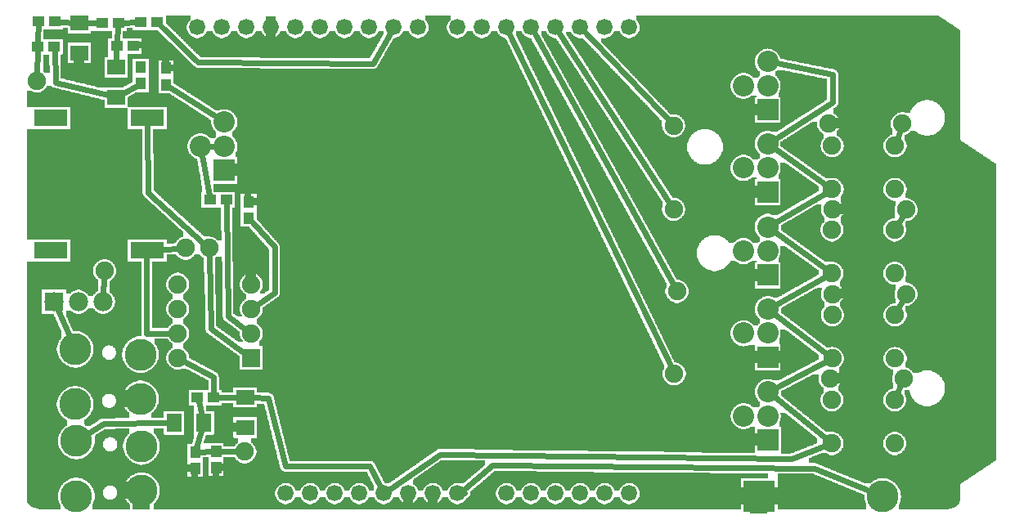
<source format=gtl>
G04 MADE WITH FRITZING*
G04 WWW.FRITZING.ORG*
G04 DOUBLE SIDED*
G04 HOLES PLATED*
G04 CONTOUR ON CENTER OF CONTOUR VECTOR*
%ASAXBY*%
%FSLAX23Y23*%
%MOIN*%
%OFA0B0*%
%SFA1.0B1.0*%
%ADD10C,0.075000*%
%ADD11C,0.066195*%
%ADD12C,0.066222*%
%ADD13C,0.129986*%
%ADD14C,0.087000*%
%ADD15C,0.078000*%
%ADD16C,0.075433*%
%ADD17R,0.074803X0.062992*%
%ADD18R,0.043307X0.047244*%
%ADD19R,0.047244X0.043307*%
%ADD20R,0.130000X0.129986*%
%ADD21R,0.062992X0.074803*%
%ADD22R,0.087000X0.087000*%
%ADD23R,0.078000X0.078000*%
%ADD24R,0.137805X0.070889*%
%ADD25R,0.137833X0.070889*%
%ADD26R,0.075000X0.075000*%
%ADD27C,0.024000*%
%ADD28R,0.001000X0.001000*%
%LNCOPPER1*%
G90*
G70*
G54D10*
X3175Y337D03*
X287Y1663D03*
X2577Y1000D03*
X3180Y131D03*
X3314Y1617D03*
X3614Y1617D03*
X3329Y1267D03*
X3629Y1267D03*
X3329Y922D03*
X3629Y922D03*
X3319Y578D03*
X3619Y578D03*
G54D11*
X2101Y110D03*
X2201Y110D03*
X2301Y110D03*
X2401Y110D03*
X2501Y110D03*
G54D12*
X1641Y2010D03*
X1541Y2010D03*
X1441Y2010D03*
X1341Y2010D03*
X1241Y2010D03*
X1141Y2010D03*
X1041Y2010D03*
X941Y2010D03*
X841Y2010D03*
X741Y2010D03*
X2501Y2010D03*
X2401Y2010D03*
X2301Y2010D03*
X2201Y2010D03*
X2101Y2010D03*
X2001Y2010D03*
X1901Y2010D03*
X1801Y2010D03*
G54D11*
X1201Y110D03*
X1101Y110D03*
X1301Y110D03*
X1401Y110D03*
X1501Y110D03*
X1601Y110D03*
X1701Y110D03*
X1801Y110D03*
X2001Y110D03*
G54D13*
X3030Y98D03*
X3534Y98D03*
G54D14*
X851Y1623D03*
X851Y1427D03*
X753Y1525D03*
X851Y1525D03*
G54D15*
X157Y891D03*
X257Y891D03*
X357Y891D03*
G54D14*
X3066Y524D03*
X3066Y327D03*
X2968Y425D03*
X3066Y425D03*
X3065Y861D03*
X3065Y664D03*
X2967Y763D03*
X3065Y763D03*
X3065Y1196D03*
X3065Y1000D03*
X2967Y1098D03*
X3065Y1098D03*
X3065Y1535D03*
X3065Y1339D03*
X2967Y1437D03*
X3065Y1437D03*
X3065Y1870D03*
X3065Y1673D03*
X2967Y1772D03*
X3065Y1772D03*
G54D10*
X3583Y314D03*
X3327Y314D03*
X3583Y491D03*
X3327Y491D03*
X3584Y660D03*
X3329Y660D03*
X3584Y837D03*
X3329Y837D03*
X3583Y1007D03*
X3327Y1007D03*
X3583Y1184D03*
X3327Y1184D03*
X3584Y1350D03*
X3328Y1350D03*
X3584Y1527D03*
X3328Y1527D03*
X961Y662D03*
X661Y662D03*
X961Y762D03*
X661Y762D03*
X961Y862D03*
X661Y862D03*
X961Y962D03*
X661Y962D03*
G54D13*
X243Y473D03*
X243Y698D03*
X509Y495D03*
X509Y676D03*
X248Y99D03*
X248Y324D03*
X513Y121D03*
X513Y302D03*
G54D16*
X88Y1792D03*
X789Y1110D03*
X692Y1110D03*
X363Y1017D03*
X934Y280D03*
X2682Y1609D03*
X2682Y1268D03*
X2696Y934D03*
X2684Y597D03*
G54D17*
X936Y379D03*
X936Y501D03*
G54D18*
X613Y1776D03*
X613Y1843D03*
G54D19*
X792Y1307D03*
X859Y1307D03*
G54D17*
X260Y1906D03*
X260Y2028D03*
X410Y1725D03*
X410Y1847D03*
G54D19*
X419Y2029D03*
X352Y2029D03*
G54D20*
X3030Y98D03*
G54D21*
X646Y397D03*
X768Y397D03*
G54D18*
X950Y1299D03*
X950Y1232D03*
G54D19*
X412Y1935D03*
X479Y1935D03*
G54D18*
X510Y1847D03*
X510Y1781D03*
G54D19*
X159Y2033D03*
X92Y2033D03*
X578Y2030D03*
X511Y2030D03*
X91Y1931D03*
X158Y1931D03*
G54D18*
X732Y279D03*
X732Y212D03*
G54D19*
X807Y500D03*
X740Y500D03*
G54D22*
X851Y1427D03*
G54D23*
X157Y891D03*
G54D24*
X144Y1101D03*
X144Y1640D03*
G54D25*
X538Y1640D03*
X538Y1101D03*
G54D22*
X3066Y327D03*
X3065Y664D03*
X3065Y1000D03*
X3065Y1339D03*
X3065Y1673D03*
G54D26*
X961Y662D03*
G54D27*
X3605Y1590D02*
X3593Y1554D01*
D02*
X3598Y863D02*
X3616Y897D01*
D02*
X3597Y1209D02*
X3615Y1242D01*
D02*
X3608Y551D02*
X3594Y517D01*
D02*
X814Y1525D02*
X791Y1525D01*
D02*
X3330Y1703D02*
X3097Y1556D01*
D02*
X3330Y1817D02*
X3330Y1703D01*
D02*
X3102Y1863D02*
X3330Y1817D01*
D02*
X3098Y1215D02*
X3303Y1335D01*
D02*
X3098Y879D02*
X3302Y993D01*
D02*
X3100Y541D02*
X3303Y647D01*
D02*
X608Y1105D02*
X664Y1108D01*
D02*
X796Y780D02*
X789Y1081D01*
D02*
X938Y679D02*
X796Y780D01*
D02*
X833Y281D02*
X905Y280D01*
D02*
X359Y395D02*
X290Y351D01*
D02*
X758Y365D02*
X738Y297D01*
D02*
X745Y483D02*
X759Y429D01*
D02*
X904Y501D02*
X825Y500D01*
D02*
X1055Y928D02*
X984Y879D01*
D02*
X162Y1786D02*
X378Y1733D01*
D02*
X160Y1928D02*
X162Y1786D01*
D02*
X92Y2033D02*
X93Y2035D01*
D02*
X533Y762D02*
X632Y762D01*
D02*
X493Y2030D02*
X437Y2029D01*
D02*
X334Y2029D02*
X259Y2028D01*
D02*
X938Y779D02*
X867Y832D01*
D02*
X867Y832D02*
X859Y1290D01*
D02*
X223Y744D02*
X169Y864D01*
D02*
X541Y1336D02*
X767Y1129D01*
D02*
X538Y1603D02*
X541Y1336D01*
D02*
X801Y281D02*
X748Y279D01*
D02*
X807Y584D02*
X686Y649D01*
D02*
X807Y516D02*
X807Y584D01*
D02*
X1055Y1113D02*
X1055Y928D01*
D02*
X93Y2035D02*
X91Y1947D01*
D02*
X410Y1873D02*
X411Y1919D01*
D02*
X259Y2028D02*
X260Y2028D01*
D02*
X177Y2032D02*
X255Y2028D01*
D02*
X538Y1101D02*
X533Y1106D01*
D02*
X1444Y221D02*
X1487Y137D01*
D02*
X629Y1766D02*
X820Y1644D01*
D02*
X620Y397D02*
X359Y395D01*
D02*
X255Y2028D02*
X260Y2028D01*
D02*
X789Y1323D02*
X760Y1488D01*
D02*
X966Y1214D02*
X1055Y1113D01*
D02*
X91Y1915D02*
X88Y1821D01*
D02*
X533Y1106D02*
X533Y762D01*
D02*
X1100Y220D02*
X1444Y221D01*
D02*
X361Y989D02*
X358Y921D01*
D02*
X158Y1931D02*
X160Y1928D01*
D02*
X1030Y498D02*
X1100Y220D01*
D02*
X968Y500D02*
X1030Y498D01*
D02*
X3255Y212D02*
X3488Y117D01*
D02*
X1944Y223D02*
X3255Y212D01*
D02*
X1831Y110D02*
X1811Y110D01*
D02*
X1811Y110D02*
X1944Y223D01*
D02*
X441Y1742D02*
X494Y1772D01*
D02*
X413Y1951D02*
X417Y2013D01*
D02*
X744Y1867D02*
X1455Y1862D01*
D02*
X1455Y1862D02*
X1526Y1983D01*
D02*
X594Y2014D02*
X744Y1867D01*
D02*
X3163Y251D02*
X1730Y269D01*
D02*
X3301Y304D02*
X3163Y251D01*
D02*
X1730Y269D02*
X1526Y127D01*
D02*
X3304Y1024D02*
X3096Y1174D01*
D02*
X3306Y677D02*
X3095Y838D01*
D02*
X3095Y500D02*
X3305Y332D01*
D02*
X2667Y1292D02*
X2217Y1984D01*
D02*
X2682Y959D02*
X2115Y1983D01*
D02*
X2672Y623D02*
X2014Y1982D01*
D02*
X3305Y1366D02*
X3096Y1514D01*
D02*
X2662Y1630D02*
X2322Y1988D01*
G36*
X612Y2058D02*
X612Y2026D01*
X614Y2026D01*
X614Y2024D01*
X616Y2024D01*
X616Y2022D01*
X618Y2022D01*
X618Y2020D01*
X620Y2020D01*
X620Y2018D01*
X622Y2018D01*
X622Y2016D01*
X624Y2016D01*
X624Y2014D01*
X626Y2014D01*
X626Y2012D01*
X628Y2012D01*
X628Y2010D01*
X630Y2010D01*
X630Y2008D01*
X632Y2008D01*
X632Y2006D01*
X634Y2006D01*
X634Y2004D01*
X636Y2004D01*
X636Y2002D01*
X638Y2002D01*
X638Y2000D01*
X640Y2000D01*
X640Y1998D01*
X642Y1998D01*
X642Y1996D01*
X644Y1996D01*
X644Y1994D01*
X646Y1994D01*
X646Y1992D01*
X648Y1992D01*
X648Y1990D01*
X652Y1990D01*
X652Y1988D01*
X654Y1988D01*
X654Y1986D01*
X656Y1986D01*
X656Y1984D01*
X658Y1984D01*
X658Y1982D01*
X660Y1982D01*
X660Y1980D01*
X662Y1980D01*
X662Y1978D01*
X664Y1978D01*
X664Y1976D01*
X666Y1976D01*
X666Y1974D01*
X668Y1974D01*
X668Y1972D01*
X670Y1972D01*
X670Y1970D01*
X672Y1970D01*
X672Y1968D01*
X674Y1968D01*
X674Y1966D01*
X734Y1966D01*
X734Y1968D01*
X728Y1968D01*
X728Y1970D01*
X724Y1970D01*
X724Y1972D01*
X720Y1972D01*
X720Y1974D01*
X716Y1974D01*
X716Y1976D01*
X714Y1976D01*
X714Y1978D01*
X712Y1978D01*
X712Y1980D01*
X710Y1980D01*
X710Y1982D01*
X708Y1982D01*
X708Y1984D01*
X706Y1984D01*
X706Y1988D01*
X704Y1988D01*
X704Y1990D01*
X702Y1990D01*
X702Y1994D01*
X700Y1994D01*
X700Y2000D01*
X698Y2000D01*
X698Y2018D01*
X700Y2018D01*
X700Y2024D01*
X702Y2024D01*
X702Y2028D01*
X704Y2028D01*
X704Y2032D01*
X706Y2032D01*
X706Y2034D01*
X708Y2034D01*
X708Y2036D01*
X710Y2036D01*
X710Y2038D01*
X712Y2038D01*
X712Y2058D01*
X612Y2058D01*
G37*
D02*
G36*
X780Y1996D02*
X780Y1992D01*
X778Y1992D01*
X778Y1988D01*
X776Y1988D01*
X776Y1986D01*
X774Y1986D01*
X774Y1982D01*
X772Y1982D01*
X772Y1980D01*
X770Y1980D01*
X770Y1978D01*
X768Y1978D01*
X768Y1976D01*
X764Y1976D01*
X764Y1974D01*
X762Y1974D01*
X762Y1972D01*
X758Y1972D01*
X758Y1970D01*
X754Y1970D01*
X754Y1968D01*
X748Y1968D01*
X748Y1966D01*
X834Y1966D01*
X834Y1968D01*
X828Y1968D01*
X828Y1970D01*
X824Y1970D01*
X824Y1972D01*
X820Y1972D01*
X820Y1974D01*
X816Y1974D01*
X816Y1976D01*
X814Y1976D01*
X814Y1978D01*
X812Y1978D01*
X812Y1980D01*
X810Y1980D01*
X810Y1982D01*
X808Y1982D01*
X808Y1984D01*
X806Y1984D01*
X806Y1988D01*
X804Y1988D01*
X804Y1990D01*
X802Y1990D01*
X802Y1994D01*
X800Y1994D01*
X800Y1996D01*
X780Y1996D01*
G37*
D02*
G36*
X880Y1996D02*
X880Y1992D01*
X878Y1992D01*
X878Y1988D01*
X876Y1988D01*
X876Y1986D01*
X874Y1986D01*
X874Y1982D01*
X872Y1982D01*
X872Y1980D01*
X870Y1980D01*
X870Y1978D01*
X868Y1978D01*
X868Y1976D01*
X864Y1976D01*
X864Y1974D01*
X862Y1974D01*
X862Y1972D01*
X858Y1972D01*
X858Y1970D01*
X854Y1970D01*
X854Y1968D01*
X848Y1968D01*
X848Y1966D01*
X934Y1966D01*
X934Y1968D01*
X928Y1968D01*
X928Y1970D01*
X924Y1970D01*
X924Y1972D01*
X920Y1972D01*
X920Y1974D01*
X916Y1974D01*
X916Y1976D01*
X914Y1976D01*
X914Y1978D01*
X912Y1978D01*
X912Y1980D01*
X910Y1980D01*
X910Y1982D01*
X908Y1982D01*
X908Y1984D01*
X906Y1984D01*
X906Y1988D01*
X904Y1988D01*
X904Y1990D01*
X902Y1990D01*
X902Y1994D01*
X900Y1994D01*
X900Y1996D01*
X880Y1996D01*
G37*
D02*
G36*
X980Y1996D02*
X980Y1992D01*
X978Y1992D01*
X978Y1988D01*
X976Y1988D01*
X976Y1986D01*
X974Y1986D01*
X974Y1982D01*
X972Y1982D01*
X972Y1980D01*
X970Y1980D01*
X970Y1978D01*
X968Y1978D01*
X968Y1976D01*
X964Y1976D01*
X964Y1974D01*
X962Y1974D01*
X962Y1972D01*
X958Y1972D01*
X958Y1970D01*
X954Y1970D01*
X954Y1968D01*
X948Y1968D01*
X948Y1966D01*
X1034Y1966D01*
X1034Y1968D01*
X1028Y1968D01*
X1028Y1970D01*
X1024Y1970D01*
X1024Y1972D01*
X1020Y1972D01*
X1020Y1974D01*
X1016Y1974D01*
X1016Y1976D01*
X1014Y1976D01*
X1014Y1978D01*
X1012Y1978D01*
X1012Y1980D01*
X1010Y1980D01*
X1010Y1982D01*
X1008Y1982D01*
X1008Y1984D01*
X1006Y1984D01*
X1006Y1988D01*
X1004Y1988D01*
X1004Y1990D01*
X1002Y1990D01*
X1002Y1994D01*
X1000Y1994D01*
X1000Y1996D01*
X980Y1996D01*
G37*
D02*
G36*
X1080Y1996D02*
X1080Y1992D01*
X1078Y1992D01*
X1078Y1988D01*
X1076Y1988D01*
X1076Y1986D01*
X1074Y1986D01*
X1074Y1982D01*
X1072Y1982D01*
X1072Y1980D01*
X1070Y1980D01*
X1070Y1978D01*
X1068Y1978D01*
X1068Y1976D01*
X1064Y1976D01*
X1064Y1974D01*
X1062Y1974D01*
X1062Y1972D01*
X1058Y1972D01*
X1058Y1970D01*
X1054Y1970D01*
X1054Y1968D01*
X1048Y1968D01*
X1048Y1966D01*
X1134Y1966D01*
X1134Y1968D01*
X1128Y1968D01*
X1128Y1970D01*
X1124Y1970D01*
X1124Y1972D01*
X1120Y1972D01*
X1120Y1974D01*
X1116Y1974D01*
X1116Y1976D01*
X1114Y1976D01*
X1114Y1978D01*
X1112Y1978D01*
X1112Y1980D01*
X1110Y1980D01*
X1110Y1982D01*
X1108Y1982D01*
X1108Y1984D01*
X1106Y1984D01*
X1106Y1988D01*
X1104Y1988D01*
X1104Y1990D01*
X1102Y1990D01*
X1102Y1994D01*
X1100Y1994D01*
X1100Y1996D01*
X1080Y1996D01*
G37*
D02*
G36*
X1180Y1996D02*
X1180Y1992D01*
X1178Y1992D01*
X1178Y1988D01*
X1176Y1988D01*
X1176Y1986D01*
X1174Y1986D01*
X1174Y1982D01*
X1172Y1982D01*
X1172Y1980D01*
X1170Y1980D01*
X1170Y1978D01*
X1168Y1978D01*
X1168Y1976D01*
X1164Y1976D01*
X1164Y1974D01*
X1162Y1974D01*
X1162Y1972D01*
X1158Y1972D01*
X1158Y1970D01*
X1154Y1970D01*
X1154Y1968D01*
X1148Y1968D01*
X1148Y1966D01*
X1234Y1966D01*
X1234Y1968D01*
X1228Y1968D01*
X1228Y1970D01*
X1224Y1970D01*
X1224Y1972D01*
X1220Y1972D01*
X1220Y1974D01*
X1216Y1974D01*
X1216Y1976D01*
X1214Y1976D01*
X1214Y1978D01*
X1212Y1978D01*
X1212Y1980D01*
X1210Y1980D01*
X1210Y1982D01*
X1208Y1982D01*
X1208Y1984D01*
X1206Y1984D01*
X1206Y1988D01*
X1204Y1988D01*
X1204Y1990D01*
X1202Y1990D01*
X1202Y1994D01*
X1200Y1994D01*
X1200Y1996D01*
X1180Y1996D01*
G37*
D02*
G36*
X1280Y1996D02*
X1280Y1992D01*
X1278Y1992D01*
X1278Y1988D01*
X1276Y1988D01*
X1276Y1986D01*
X1274Y1986D01*
X1274Y1982D01*
X1272Y1982D01*
X1272Y1980D01*
X1270Y1980D01*
X1270Y1978D01*
X1268Y1978D01*
X1268Y1976D01*
X1264Y1976D01*
X1264Y1974D01*
X1262Y1974D01*
X1262Y1972D01*
X1258Y1972D01*
X1258Y1970D01*
X1254Y1970D01*
X1254Y1968D01*
X1248Y1968D01*
X1248Y1966D01*
X1334Y1966D01*
X1334Y1968D01*
X1328Y1968D01*
X1328Y1970D01*
X1324Y1970D01*
X1324Y1972D01*
X1320Y1972D01*
X1320Y1974D01*
X1316Y1974D01*
X1316Y1976D01*
X1314Y1976D01*
X1314Y1978D01*
X1312Y1978D01*
X1312Y1980D01*
X1310Y1980D01*
X1310Y1982D01*
X1308Y1982D01*
X1308Y1984D01*
X1306Y1984D01*
X1306Y1988D01*
X1304Y1988D01*
X1304Y1990D01*
X1302Y1990D01*
X1302Y1994D01*
X1300Y1994D01*
X1300Y1996D01*
X1280Y1996D01*
G37*
D02*
G36*
X1380Y1996D02*
X1380Y1992D01*
X1378Y1992D01*
X1378Y1988D01*
X1376Y1988D01*
X1376Y1986D01*
X1374Y1986D01*
X1374Y1982D01*
X1372Y1982D01*
X1372Y1980D01*
X1370Y1980D01*
X1370Y1978D01*
X1368Y1978D01*
X1368Y1976D01*
X1364Y1976D01*
X1364Y1974D01*
X1362Y1974D01*
X1362Y1972D01*
X1358Y1972D01*
X1358Y1970D01*
X1354Y1970D01*
X1354Y1968D01*
X1348Y1968D01*
X1348Y1966D01*
X1434Y1966D01*
X1434Y1968D01*
X1428Y1968D01*
X1428Y1970D01*
X1424Y1970D01*
X1424Y1972D01*
X1420Y1972D01*
X1420Y1974D01*
X1416Y1974D01*
X1416Y1976D01*
X1414Y1976D01*
X1414Y1978D01*
X1412Y1978D01*
X1412Y1980D01*
X1410Y1980D01*
X1410Y1982D01*
X1408Y1982D01*
X1408Y1984D01*
X1406Y1984D01*
X1406Y1988D01*
X1404Y1988D01*
X1404Y1990D01*
X1402Y1990D01*
X1402Y1994D01*
X1400Y1994D01*
X1400Y1996D01*
X1380Y1996D01*
G37*
D02*
G36*
X1480Y1996D02*
X1480Y1992D01*
X1478Y1992D01*
X1478Y1988D01*
X1476Y1988D01*
X1476Y1986D01*
X1474Y1986D01*
X1474Y1982D01*
X1472Y1982D01*
X1472Y1980D01*
X1470Y1980D01*
X1470Y1978D01*
X1468Y1978D01*
X1468Y1976D01*
X1464Y1976D01*
X1464Y1974D01*
X1462Y1974D01*
X1462Y1972D01*
X1458Y1972D01*
X1458Y1970D01*
X1454Y1970D01*
X1454Y1968D01*
X1448Y1968D01*
X1448Y1966D01*
X1490Y1966D01*
X1490Y1968D01*
X1492Y1968D01*
X1492Y1970D01*
X1494Y1970D01*
X1494Y1974D01*
X1496Y1974D01*
X1496Y1978D01*
X1498Y1978D01*
X1498Y1980D01*
X1500Y1980D01*
X1500Y1996D01*
X1480Y1996D01*
G37*
D02*
G36*
X676Y1966D02*
X676Y1964D01*
X1490Y1964D01*
X1490Y1966D01*
X676Y1966D01*
G37*
D02*
G36*
X676Y1966D02*
X676Y1964D01*
X1490Y1964D01*
X1490Y1966D01*
X676Y1966D01*
G37*
D02*
G36*
X676Y1966D02*
X676Y1964D01*
X1490Y1964D01*
X1490Y1966D01*
X676Y1966D01*
G37*
D02*
G36*
X676Y1966D02*
X676Y1964D01*
X1490Y1964D01*
X1490Y1966D01*
X676Y1966D01*
G37*
D02*
G36*
X676Y1966D02*
X676Y1964D01*
X1490Y1964D01*
X1490Y1966D01*
X676Y1966D01*
G37*
D02*
G36*
X676Y1966D02*
X676Y1964D01*
X1490Y1964D01*
X1490Y1966D01*
X676Y1966D01*
G37*
D02*
G36*
X676Y1966D02*
X676Y1964D01*
X1490Y1964D01*
X1490Y1966D01*
X676Y1966D01*
G37*
D02*
G36*
X676Y1966D02*
X676Y1964D01*
X1490Y1964D01*
X1490Y1966D01*
X676Y1966D01*
G37*
D02*
G36*
X676Y1966D02*
X676Y1964D01*
X1490Y1964D01*
X1490Y1966D01*
X676Y1966D01*
G37*
D02*
G36*
X678Y1964D02*
X678Y1962D01*
X680Y1962D01*
X680Y1960D01*
X682Y1960D01*
X682Y1958D01*
X684Y1958D01*
X684Y1956D01*
X686Y1956D01*
X686Y1954D01*
X688Y1954D01*
X688Y1952D01*
X690Y1952D01*
X690Y1950D01*
X692Y1950D01*
X692Y1948D01*
X694Y1948D01*
X694Y1946D01*
X696Y1946D01*
X696Y1944D01*
X698Y1944D01*
X698Y1942D01*
X700Y1942D01*
X700Y1940D01*
X702Y1940D01*
X702Y1938D01*
X704Y1938D01*
X704Y1936D01*
X706Y1936D01*
X706Y1934D01*
X708Y1934D01*
X708Y1932D01*
X710Y1932D01*
X710Y1930D01*
X712Y1930D01*
X712Y1928D01*
X714Y1928D01*
X714Y1926D01*
X716Y1926D01*
X716Y1924D01*
X718Y1924D01*
X718Y1922D01*
X720Y1922D01*
X720Y1920D01*
X722Y1920D01*
X722Y1918D01*
X724Y1918D01*
X724Y1916D01*
X726Y1916D01*
X726Y1914D01*
X728Y1914D01*
X728Y1912D01*
X730Y1912D01*
X730Y1910D01*
X732Y1910D01*
X732Y1908D01*
X734Y1908D01*
X734Y1906D01*
X736Y1906D01*
X736Y1904D01*
X738Y1904D01*
X738Y1902D01*
X740Y1902D01*
X740Y1900D01*
X744Y1900D01*
X744Y1898D01*
X746Y1898D01*
X746Y1896D01*
X748Y1896D01*
X748Y1894D01*
X750Y1894D01*
X750Y1892D01*
X752Y1892D01*
X752Y1890D01*
X754Y1890D01*
X754Y1888D01*
X998Y1888D01*
X998Y1886D01*
X1252Y1886D01*
X1252Y1884D01*
X1444Y1884D01*
X1444Y1888D01*
X1446Y1888D01*
X1446Y1890D01*
X1448Y1890D01*
X1448Y1894D01*
X1450Y1894D01*
X1450Y1898D01*
X1452Y1898D01*
X1452Y1902D01*
X1454Y1902D01*
X1454Y1904D01*
X1456Y1904D01*
X1456Y1908D01*
X1458Y1908D01*
X1458Y1912D01*
X1460Y1912D01*
X1460Y1916D01*
X1462Y1916D01*
X1462Y1918D01*
X1464Y1918D01*
X1464Y1922D01*
X1466Y1922D01*
X1466Y1926D01*
X1468Y1926D01*
X1468Y1928D01*
X1470Y1928D01*
X1470Y1932D01*
X1472Y1932D01*
X1472Y1936D01*
X1474Y1936D01*
X1474Y1940D01*
X1476Y1940D01*
X1476Y1942D01*
X1478Y1942D01*
X1478Y1946D01*
X1480Y1946D01*
X1480Y1950D01*
X1482Y1950D01*
X1482Y1954D01*
X1484Y1954D01*
X1484Y1956D01*
X1486Y1956D01*
X1486Y1960D01*
X1488Y1960D01*
X1488Y1964D01*
X678Y1964D01*
G37*
D02*
G36*
X112Y1898D02*
X112Y1830D01*
X114Y1830D01*
X114Y1828D01*
X116Y1828D01*
X116Y1826D01*
X120Y1826D01*
X120Y1824D01*
X140Y1824D01*
X140Y1856D01*
X138Y1856D01*
X138Y1898D01*
X112Y1898D01*
G37*
D02*
G36*
X820Y1076D02*
X820Y1074D01*
X816Y1074D01*
X816Y1072D01*
X814Y1072D01*
X814Y1070D01*
X812Y1070D01*
X812Y1010D01*
X814Y1010D01*
X814Y922D01*
X816Y922D01*
X816Y832D01*
X818Y832D01*
X818Y790D01*
X822Y790D01*
X822Y788D01*
X824Y788D01*
X824Y786D01*
X826Y786D01*
X826Y784D01*
X830Y784D01*
X830Y782D01*
X832Y782D01*
X832Y780D01*
X836Y780D01*
X836Y778D01*
X838Y778D01*
X838Y776D01*
X840Y776D01*
X840Y774D01*
X844Y774D01*
X844Y772D01*
X846Y772D01*
X846Y770D01*
X850Y770D01*
X850Y768D01*
X852Y768D01*
X852Y766D01*
X854Y766D01*
X854Y764D01*
X858Y764D01*
X858Y762D01*
X860Y762D01*
X860Y760D01*
X864Y760D01*
X864Y758D01*
X866Y758D01*
X866Y756D01*
X868Y756D01*
X868Y754D01*
X872Y754D01*
X872Y752D01*
X874Y752D01*
X874Y750D01*
X878Y750D01*
X878Y748D01*
X880Y748D01*
X880Y746D01*
X882Y746D01*
X882Y744D01*
X886Y744D01*
X886Y742D01*
X888Y742D01*
X888Y740D01*
X892Y740D01*
X892Y738D01*
X894Y738D01*
X894Y736D01*
X896Y736D01*
X896Y734D01*
X900Y734D01*
X900Y732D01*
X902Y732D01*
X902Y730D01*
X906Y730D01*
X906Y728D01*
X926Y728D01*
X926Y734D01*
X924Y734D01*
X924Y736D01*
X922Y736D01*
X922Y738D01*
X920Y738D01*
X920Y742D01*
X918Y742D01*
X918Y746D01*
X916Y746D01*
X916Y752D01*
X914Y752D01*
X914Y770D01*
X912Y770D01*
X912Y772D01*
X908Y772D01*
X908Y774D01*
X906Y774D01*
X906Y776D01*
X904Y776D01*
X904Y778D01*
X900Y778D01*
X900Y780D01*
X898Y780D01*
X898Y782D01*
X896Y782D01*
X896Y784D01*
X892Y784D01*
X892Y786D01*
X890Y786D01*
X890Y788D01*
X888Y788D01*
X888Y790D01*
X884Y790D01*
X884Y792D01*
X882Y792D01*
X882Y794D01*
X880Y794D01*
X880Y796D01*
X876Y796D01*
X876Y798D01*
X874Y798D01*
X874Y800D01*
X872Y800D01*
X872Y802D01*
X868Y802D01*
X868Y804D01*
X866Y804D01*
X866Y806D01*
X864Y806D01*
X864Y808D01*
X860Y808D01*
X860Y810D01*
X858Y810D01*
X858Y812D01*
X854Y812D01*
X854Y814D01*
X852Y814D01*
X852Y816D01*
X850Y816D01*
X850Y818D01*
X848Y818D01*
X848Y822D01*
X846Y822D01*
X846Y828D01*
X844Y828D01*
X844Y928D01*
X842Y928D01*
X842Y1054D01*
X840Y1054D01*
X840Y1076D01*
X820Y1076D01*
G37*
D02*
G36*
X3118Y438D02*
X3118Y432D01*
X3120Y432D01*
X3120Y418D01*
X3118Y418D01*
X3118Y410D01*
X3116Y410D01*
X3116Y406D01*
X3114Y406D01*
X3114Y402D01*
X3112Y402D01*
X3112Y380D01*
X3120Y380D01*
X3120Y272D01*
X3160Y272D01*
X3160Y274D01*
X3166Y274D01*
X3166Y276D01*
X3172Y276D01*
X3172Y278D01*
X3176Y278D01*
X3176Y280D01*
X3182Y280D01*
X3182Y282D01*
X3186Y282D01*
X3186Y284D01*
X3192Y284D01*
X3192Y286D01*
X3198Y286D01*
X3198Y288D01*
X3202Y288D01*
X3202Y290D01*
X3208Y290D01*
X3208Y292D01*
X3212Y292D01*
X3212Y294D01*
X3218Y294D01*
X3218Y296D01*
X3224Y296D01*
X3224Y298D01*
X3228Y298D01*
X3228Y300D01*
X3234Y300D01*
X3234Y302D01*
X3238Y302D01*
X3238Y304D01*
X3244Y304D01*
X3244Y306D01*
X3250Y306D01*
X3250Y308D01*
X3254Y308D01*
X3254Y310D01*
X3260Y310D01*
X3260Y312D01*
X3264Y312D01*
X3264Y314D01*
X3268Y314D01*
X3268Y334D01*
X3266Y334D01*
X3266Y336D01*
X3262Y336D01*
X3262Y338D01*
X3260Y338D01*
X3260Y340D01*
X3258Y340D01*
X3258Y342D01*
X3256Y342D01*
X3256Y344D01*
X3252Y344D01*
X3252Y346D01*
X3250Y346D01*
X3250Y348D01*
X3248Y348D01*
X3248Y350D01*
X3246Y350D01*
X3246Y352D01*
X3244Y352D01*
X3244Y354D01*
X3240Y354D01*
X3240Y356D01*
X3238Y356D01*
X3238Y358D01*
X3236Y358D01*
X3236Y360D01*
X3234Y360D01*
X3234Y362D01*
X3230Y362D01*
X3230Y364D01*
X3228Y364D01*
X3228Y366D01*
X3226Y366D01*
X3226Y368D01*
X3224Y368D01*
X3224Y370D01*
X3220Y370D01*
X3220Y372D01*
X3218Y372D01*
X3218Y374D01*
X3216Y374D01*
X3216Y376D01*
X3214Y376D01*
X3214Y378D01*
X3210Y378D01*
X3210Y380D01*
X3208Y380D01*
X3208Y382D01*
X3206Y382D01*
X3206Y384D01*
X3204Y384D01*
X3204Y386D01*
X3200Y386D01*
X3200Y388D01*
X3198Y388D01*
X3198Y390D01*
X3196Y390D01*
X3196Y392D01*
X3194Y392D01*
X3194Y394D01*
X3190Y394D01*
X3190Y396D01*
X3188Y396D01*
X3188Y398D01*
X3186Y398D01*
X3186Y400D01*
X3184Y400D01*
X3184Y402D01*
X3180Y402D01*
X3180Y404D01*
X3178Y404D01*
X3178Y406D01*
X3176Y406D01*
X3176Y408D01*
X3174Y408D01*
X3174Y410D01*
X3170Y410D01*
X3170Y412D01*
X3168Y412D01*
X3168Y414D01*
X3166Y414D01*
X3166Y416D01*
X3164Y416D01*
X3164Y418D01*
X3160Y418D01*
X3160Y420D01*
X3158Y420D01*
X3158Y422D01*
X3156Y422D01*
X3156Y424D01*
X3154Y424D01*
X3154Y426D01*
X3150Y426D01*
X3150Y428D01*
X3148Y428D01*
X3148Y430D01*
X3146Y430D01*
X3146Y432D01*
X3144Y432D01*
X3144Y434D01*
X3142Y434D01*
X3142Y436D01*
X3138Y436D01*
X3138Y438D01*
X3118Y438D01*
G37*
D02*
G36*
X128Y1770D02*
X128Y1766D01*
X126Y1766D01*
X126Y1764D01*
X124Y1764D01*
X124Y1762D01*
X122Y1762D01*
X122Y1760D01*
X120Y1760D01*
X120Y1758D01*
X118Y1758D01*
X118Y1756D01*
X116Y1756D01*
X116Y1754D01*
X114Y1754D01*
X114Y1752D01*
X110Y1752D01*
X110Y1750D01*
X108Y1750D01*
X108Y1748D01*
X102Y1748D01*
X102Y1746D01*
X98Y1746D01*
X98Y1744D01*
X236Y1744D01*
X236Y1746D01*
X228Y1746D01*
X228Y1748D01*
X220Y1748D01*
X220Y1750D01*
X212Y1750D01*
X212Y1752D01*
X204Y1752D01*
X204Y1754D01*
X196Y1754D01*
X196Y1756D01*
X188Y1756D01*
X188Y1758D01*
X178Y1758D01*
X178Y1760D01*
X170Y1760D01*
X170Y1762D01*
X162Y1762D01*
X162Y1764D01*
X156Y1764D01*
X156Y1766D01*
X150Y1766D01*
X150Y1768D01*
X148Y1768D01*
X148Y1770D01*
X128Y1770D01*
G37*
D02*
G36*
X48Y1750D02*
X48Y1744D01*
X78Y1744D01*
X78Y1746D01*
X72Y1746D01*
X72Y1748D01*
X68Y1748D01*
X68Y1750D01*
X48Y1750D01*
G37*
D02*
G36*
X48Y1744D02*
X48Y1742D01*
X244Y1742D01*
X244Y1744D01*
X48Y1744D01*
G37*
D02*
G36*
X48Y1744D02*
X48Y1742D01*
X244Y1742D01*
X244Y1744D01*
X48Y1744D01*
G37*
D02*
G36*
X48Y1742D02*
X48Y1686D01*
X222Y1686D01*
X222Y1594D01*
X48Y1594D01*
X48Y1146D01*
X616Y1146D01*
X616Y1128D01*
X648Y1128D01*
X648Y1130D01*
X652Y1130D01*
X652Y1134D01*
X654Y1134D01*
X654Y1136D01*
X656Y1136D01*
X656Y1140D01*
X658Y1140D01*
X658Y1142D01*
X660Y1142D01*
X660Y1144D01*
X662Y1144D01*
X662Y1146D01*
X666Y1146D01*
X666Y1148D01*
X668Y1148D01*
X668Y1150D01*
X672Y1150D01*
X672Y1152D01*
X674Y1152D01*
X674Y1154D01*
X680Y1154D01*
X680Y1156D01*
X684Y1156D01*
X684Y1176D01*
X682Y1176D01*
X682Y1178D01*
X680Y1178D01*
X680Y1180D01*
X678Y1180D01*
X678Y1182D01*
X676Y1182D01*
X676Y1184D01*
X674Y1184D01*
X674Y1186D01*
X672Y1186D01*
X672Y1188D01*
X668Y1188D01*
X668Y1190D01*
X666Y1190D01*
X666Y1192D01*
X664Y1192D01*
X664Y1194D01*
X662Y1194D01*
X662Y1196D01*
X660Y1196D01*
X660Y1198D01*
X658Y1198D01*
X658Y1200D01*
X656Y1200D01*
X656Y1202D01*
X654Y1202D01*
X654Y1204D01*
X652Y1204D01*
X652Y1206D01*
X650Y1206D01*
X650Y1208D01*
X646Y1208D01*
X646Y1210D01*
X644Y1210D01*
X644Y1212D01*
X642Y1212D01*
X642Y1214D01*
X640Y1214D01*
X640Y1216D01*
X638Y1216D01*
X638Y1218D01*
X636Y1218D01*
X636Y1220D01*
X634Y1220D01*
X634Y1222D01*
X632Y1222D01*
X632Y1224D01*
X630Y1224D01*
X630Y1226D01*
X628Y1226D01*
X628Y1228D01*
X624Y1228D01*
X624Y1230D01*
X622Y1230D01*
X622Y1232D01*
X620Y1232D01*
X620Y1234D01*
X618Y1234D01*
X618Y1236D01*
X616Y1236D01*
X616Y1238D01*
X614Y1238D01*
X614Y1240D01*
X612Y1240D01*
X612Y1242D01*
X610Y1242D01*
X610Y1244D01*
X608Y1244D01*
X608Y1246D01*
X606Y1246D01*
X606Y1248D01*
X602Y1248D01*
X602Y1250D01*
X600Y1250D01*
X600Y1252D01*
X598Y1252D01*
X598Y1254D01*
X596Y1254D01*
X596Y1256D01*
X594Y1256D01*
X594Y1258D01*
X592Y1258D01*
X592Y1260D01*
X590Y1260D01*
X590Y1262D01*
X588Y1262D01*
X588Y1264D01*
X586Y1264D01*
X586Y1266D01*
X584Y1266D01*
X584Y1268D01*
X580Y1268D01*
X580Y1270D01*
X578Y1270D01*
X578Y1272D01*
X576Y1272D01*
X576Y1274D01*
X574Y1274D01*
X574Y1276D01*
X572Y1276D01*
X572Y1278D01*
X570Y1278D01*
X570Y1280D01*
X568Y1280D01*
X568Y1282D01*
X566Y1282D01*
X566Y1284D01*
X564Y1284D01*
X564Y1286D01*
X562Y1286D01*
X562Y1288D01*
X558Y1288D01*
X558Y1290D01*
X556Y1290D01*
X556Y1292D01*
X554Y1292D01*
X554Y1294D01*
X552Y1294D01*
X552Y1296D01*
X550Y1296D01*
X550Y1298D01*
X548Y1298D01*
X548Y1300D01*
X546Y1300D01*
X546Y1302D01*
X544Y1302D01*
X544Y1304D01*
X542Y1304D01*
X542Y1306D01*
X540Y1306D01*
X540Y1308D01*
X538Y1308D01*
X538Y1310D01*
X534Y1310D01*
X534Y1312D01*
X532Y1312D01*
X532Y1314D01*
X530Y1314D01*
X530Y1316D01*
X528Y1316D01*
X528Y1318D01*
X526Y1318D01*
X526Y1320D01*
X524Y1320D01*
X524Y1322D01*
X522Y1322D01*
X522Y1326D01*
X520Y1326D01*
X520Y1332D01*
X518Y1332D01*
X518Y1494D01*
X516Y1494D01*
X516Y1594D01*
X458Y1594D01*
X458Y1682D01*
X364Y1682D01*
X364Y1684D01*
X362Y1684D01*
X362Y1714D01*
X356Y1714D01*
X356Y1716D01*
X348Y1716D01*
X348Y1718D01*
X340Y1718D01*
X340Y1720D01*
X332Y1720D01*
X332Y1722D01*
X324Y1722D01*
X324Y1724D01*
X316Y1724D01*
X316Y1726D01*
X308Y1726D01*
X308Y1728D01*
X300Y1728D01*
X300Y1730D01*
X292Y1730D01*
X292Y1732D01*
X284Y1732D01*
X284Y1734D01*
X276Y1734D01*
X276Y1736D01*
X268Y1736D01*
X268Y1738D01*
X260Y1738D01*
X260Y1740D01*
X252Y1740D01*
X252Y1742D01*
X48Y1742D01*
G37*
D02*
G36*
X222Y1146D02*
X222Y1064D01*
X374Y1064D01*
X374Y1062D01*
X378Y1062D01*
X378Y1060D01*
X382Y1060D01*
X382Y1058D01*
X386Y1058D01*
X386Y1056D01*
X390Y1056D01*
X390Y1054D01*
X392Y1054D01*
X392Y1052D01*
X394Y1052D01*
X394Y1050D01*
X396Y1050D01*
X396Y1048D01*
X398Y1048D01*
X398Y1046D01*
X400Y1046D01*
X400Y1044D01*
X402Y1044D01*
X402Y1040D01*
X404Y1040D01*
X404Y1036D01*
X406Y1036D01*
X406Y1032D01*
X408Y1032D01*
X408Y1028D01*
X410Y1028D01*
X410Y1006D01*
X408Y1006D01*
X408Y1002D01*
X406Y1002D01*
X406Y998D01*
X404Y998D01*
X404Y994D01*
X402Y994D01*
X402Y990D01*
X400Y990D01*
X400Y988D01*
X398Y988D01*
X398Y986D01*
X396Y986D01*
X396Y984D01*
X394Y984D01*
X394Y982D01*
X392Y982D01*
X392Y980D01*
X390Y980D01*
X390Y978D01*
X386Y978D01*
X386Y976D01*
X384Y976D01*
X384Y974D01*
X382Y974D01*
X382Y930D01*
X384Y930D01*
X384Y928D01*
X388Y928D01*
X388Y926D01*
X390Y926D01*
X390Y924D01*
X392Y924D01*
X392Y922D01*
X394Y922D01*
X394Y918D01*
X396Y918D01*
X396Y916D01*
X398Y916D01*
X398Y912D01*
X400Y912D01*
X400Y910D01*
X402Y910D01*
X402Y904D01*
X404Y904D01*
X404Y898D01*
X406Y898D01*
X406Y884D01*
X404Y884D01*
X404Y878D01*
X402Y878D01*
X402Y872D01*
X400Y872D01*
X400Y868D01*
X398Y868D01*
X398Y866D01*
X396Y866D01*
X396Y862D01*
X394Y862D01*
X394Y860D01*
X392Y860D01*
X392Y858D01*
X390Y858D01*
X390Y856D01*
X388Y856D01*
X388Y854D01*
X386Y854D01*
X386Y852D01*
X384Y852D01*
X384Y850D01*
X380Y850D01*
X380Y848D01*
X376Y848D01*
X376Y846D01*
X372Y846D01*
X372Y844D01*
X366Y844D01*
X366Y842D01*
X512Y842D01*
X512Y1054D01*
X460Y1054D01*
X460Y1056D01*
X458Y1056D01*
X458Y1146D01*
X222Y1146D01*
G37*
D02*
G36*
X222Y1064D02*
X222Y1054D01*
X48Y1054D01*
X48Y940D01*
X264Y940D01*
X264Y938D01*
X270Y938D01*
X270Y936D01*
X276Y936D01*
X276Y934D01*
X278Y934D01*
X278Y932D01*
X282Y932D01*
X282Y930D01*
X284Y930D01*
X284Y928D01*
X288Y928D01*
X288Y926D01*
X290Y926D01*
X290Y924D01*
X292Y924D01*
X292Y922D01*
X294Y922D01*
X294Y918D01*
X296Y918D01*
X296Y916D01*
X316Y916D01*
X316Y918D01*
X318Y918D01*
X318Y920D01*
X320Y920D01*
X320Y922D01*
X322Y922D01*
X322Y924D01*
X324Y924D01*
X324Y926D01*
X326Y926D01*
X326Y928D01*
X328Y928D01*
X328Y930D01*
X332Y930D01*
X332Y932D01*
X334Y932D01*
X334Y934D01*
X336Y934D01*
X336Y940D01*
X338Y940D01*
X338Y978D01*
X336Y978D01*
X336Y980D01*
X334Y980D01*
X334Y982D01*
X332Y982D01*
X332Y984D01*
X330Y984D01*
X330Y986D01*
X328Y986D01*
X328Y988D01*
X326Y988D01*
X326Y990D01*
X324Y990D01*
X324Y994D01*
X322Y994D01*
X322Y996D01*
X320Y996D01*
X320Y1000D01*
X318Y1000D01*
X318Y1006D01*
X316Y1006D01*
X316Y1028D01*
X318Y1028D01*
X318Y1034D01*
X320Y1034D01*
X320Y1038D01*
X322Y1038D01*
X322Y1040D01*
X324Y1040D01*
X324Y1044D01*
X326Y1044D01*
X326Y1046D01*
X328Y1046D01*
X328Y1048D01*
X330Y1048D01*
X330Y1050D01*
X332Y1050D01*
X332Y1052D01*
X334Y1052D01*
X334Y1054D01*
X336Y1054D01*
X336Y1056D01*
X340Y1056D01*
X340Y1058D01*
X342Y1058D01*
X342Y1060D01*
X346Y1060D01*
X346Y1062D01*
X352Y1062D01*
X352Y1064D01*
X222Y1064D01*
G37*
D02*
G36*
X48Y940D02*
X48Y622D01*
X236Y622D01*
X236Y624D01*
X226Y624D01*
X226Y626D01*
X220Y626D01*
X220Y628D01*
X216Y628D01*
X216Y630D01*
X212Y630D01*
X212Y632D01*
X208Y632D01*
X208Y634D01*
X204Y634D01*
X204Y636D01*
X202Y636D01*
X202Y638D01*
X200Y638D01*
X200Y640D01*
X196Y640D01*
X196Y642D01*
X194Y642D01*
X194Y644D01*
X192Y644D01*
X192Y646D01*
X190Y646D01*
X190Y648D01*
X188Y648D01*
X188Y650D01*
X186Y650D01*
X186Y654D01*
X184Y654D01*
X184Y656D01*
X182Y656D01*
X182Y658D01*
X180Y658D01*
X180Y662D01*
X178Y662D01*
X178Y666D01*
X176Y666D01*
X176Y670D01*
X174Y670D01*
X174Y674D01*
X172Y674D01*
X172Y680D01*
X170Y680D01*
X170Y690D01*
X168Y690D01*
X168Y706D01*
X170Y706D01*
X170Y714D01*
X172Y714D01*
X172Y720D01*
X174Y720D01*
X174Y726D01*
X176Y726D01*
X176Y730D01*
X178Y730D01*
X178Y734D01*
X180Y734D01*
X180Y736D01*
X182Y736D01*
X182Y740D01*
X184Y740D01*
X184Y742D01*
X186Y742D01*
X186Y744D01*
X188Y744D01*
X188Y770D01*
X186Y770D01*
X186Y774D01*
X184Y774D01*
X184Y778D01*
X182Y778D01*
X182Y782D01*
X180Y782D01*
X180Y788D01*
X178Y788D01*
X178Y792D01*
X176Y792D01*
X176Y796D01*
X174Y796D01*
X174Y800D01*
X172Y800D01*
X172Y804D01*
X170Y804D01*
X170Y810D01*
X168Y810D01*
X168Y814D01*
X166Y814D01*
X166Y818D01*
X164Y818D01*
X164Y822D01*
X162Y822D01*
X162Y828D01*
X160Y828D01*
X160Y832D01*
X158Y832D01*
X158Y836D01*
X156Y836D01*
X156Y840D01*
X154Y840D01*
X154Y842D01*
X108Y842D01*
X108Y940D01*
X48Y940D01*
G37*
D02*
G36*
X206Y940D02*
X206Y926D01*
X226Y926D01*
X226Y928D01*
X228Y928D01*
X228Y930D01*
X232Y930D01*
X232Y932D01*
X234Y932D01*
X234Y934D01*
X238Y934D01*
X238Y936D01*
X244Y936D01*
X244Y938D01*
X250Y938D01*
X250Y940D01*
X206Y940D01*
G37*
D02*
G36*
X296Y866D02*
X296Y862D01*
X294Y862D01*
X294Y860D01*
X292Y860D01*
X292Y858D01*
X290Y858D01*
X290Y856D01*
X288Y856D01*
X288Y854D01*
X286Y854D01*
X286Y852D01*
X284Y852D01*
X284Y850D01*
X280Y850D01*
X280Y848D01*
X276Y848D01*
X276Y846D01*
X272Y846D01*
X272Y844D01*
X266Y844D01*
X266Y842D01*
X346Y842D01*
X346Y844D01*
X342Y844D01*
X342Y846D01*
X336Y846D01*
X336Y848D01*
X334Y848D01*
X334Y850D01*
X330Y850D01*
X330Y852D01*
X328Y852D01*
X328Y854D01*
X326Y854D01*
X326Y856D01*
X324Y856D01*
X324Y858D01*
X322Y858D01*
X322Y860D01*
X320Y860D01*
X320Y862D01*
X318Y862D01*
X318Y864D01*
X316Y864D01*
X316Y866D01*
X296Y866D01*
G37*
D02*
G36*
X206Y856D02*
X206Y842D01*
X246Y842D01*
X246Y844D01*
X242Y844D01*
X242Y846D01*
X236Y846D01*
X236Y848D01*
X234Y848D01*
X234Y850D01*
X230Y850D01*
X230Y852D01*
X228Y852D01*
X228Y854D01*
X226Y854D01*
X226Y856D01*
X206Y856D01*
G37*
D02*
G36*
X206Y842D02*
X206Y840D01*
X512Y840D01*
X512Y842D01*
X206Y842D01*
G37*
D02*
G36*
X206Y842D02*
X206Y840D01*
X512Y840D01*
X512Y842D01*
X206Y842D01*
G37*
D02*
G36*
X206Y842D02*
X206Y840D01*
X512Y840D01*
X512Y842D01*
X206Y842D01*
G37*
D02*
G36*
X206Y840D02*
X206Y832D01*
X208Y832D01*
X208Y828D01*
X210Y828D01*
X210Y824D01*
X212Y824D01*
X212Y818D01*
X214Y818D01*
X214Y814D01*
X216Y814D01*
X216Y810D01*
X218Y810D01*
X218Y806D01*
X220Y806D01*
X220Y802D01*
X222Y802D01*
X222Y796D01*
X224Y796D01*
X224Y792D01*
X226Y792D01*
X226Y788D01*
X228Y788D01*
X228Y784D01*
X230Y784D01*
X230Y778D01*
X232Y778D01*
X232Y774D01*
X234Y774D01*
X234Y772D01*
X256Y772D01*
X256Y770D01*
X264Y770D01*
X264Y768D01*
X270Y768D01*
X270Y766D01*
X274Y766D01*
X274Y764D01*
X278Y764D01*
X278Y762D01*
X280Y762D01*
X280Y760D01*
X284Y760D01*
X284Y758D01*
X286Y758D01*
X286Y756D01*
X288Y756D01*
X288Y754D01*
X292Y754D01*
X292Y752D01*
X294Y752D01*
X294Y750D01*
X296Y750D01*
X296Y748D01*
X298Y748D01*
X298Y746D01*
X300Y746D01*
X300Y742D01*
X302Y742D01*
X302Y740D01*
X304Y740D01*
X304Y738D01*
X306Y738D01*
X306Y734D01*
X308Y734D01*
X308Y732D01*
X310Y732D01*
X310Y728D01*
X312Y728D01*
X312Y722D01*
X314Y722D01*
X314Y718D01*
X316Y718D01*
X316Y714D01*
X384Y714D01*
X384Y712D01*
X392Y712D01*
X392Y710D01*
X396Y710D01*
X396Y708D01*
X398Y708D01*
X398Y706D01*
X400Y706D01*
X400Y704D01*
X402Y704D01*
X402Y702D01*
X404Y702D01*
X404Y700D01*
X406Y700D01*
X406Y696D01*
X408Y696D01*
X408Y692D01*
X410Y692D01*
X410Y674D01*
X408Y674D01*
X408Y670D01*
X406Y670D01*
X406Y668D01*
X404Y668D01*
X404Y664D01*
X402Y664D01*
X402Y662D01*
X400Y662D01*
X400Y660D01*
X396Y660D01*
X396Y658D01*
X392Y658D01*
X392Y656D01*
X388Y656D01*
X388Y654D01*
X438Y654D01*
X438Y658D01*
X436Y658D01*
X436Y666D01*
X434Y666D01*
X434Y686D01*
X436Y686D01*
X436Y694D01*
X438Y694D01*
X438Y700D01*
X440Y700D01*
X440Y704D01*
X442Y704D01*
X442Y708D01*
X444Y708D01*
X444Y712D01*
X446Y712D01*
X446Y716D01*
X448Y716D01*
X448Y718D01*
X450Y718D01*
X450Y720D01*
X452Y720D01*
X452Y722D01*
X454Y722D01*
X454Y726D01*
X456Y726D01*
X456Y728D01*
X458Y728D01*
X458Y730D01*
X460Y730D01*
X460Y732D01*
X464Y732D01*
X464Y734D01*
X466Y734D01*
X466Y736D01*
X468Y736D01*
X468Y738D01*
X472Y738D01*
X472Y740D01*
X474Y740D01*
X474Y742D01*
X478Y742D01*
X478Y744D01*
X482Y744D01*
X482Y746D01*
X488Y746D01*
X488Y748D01*
X494Y748D01*
X494Y750D01*
X512Y750D01*
X512Y840D01*
X206Y840D01*
G37*
D02*
G36*
X566Y740D02*
X566Y720D01*
X568Y720D01*
X568Y718D01*
X570Y718D01*
X570Y716D01*
X572Y716D01*
X572Y712D01*
X574Y712D01*
X574Y710D01*
X576Y710D01*
X576Y706D01*
X578Y706D01*
X578Y700D01*
X580Y700D01*
X580Y696D01*
X582Y696D01*
X582Y688D01*
X584Y688D01*
X584Y664D01*
X582Y664D01*
X582Y656D01*
X580Y656D01*
X580Y650D01*
X578Y650D01*
X578Y646D01*
X576Y646D01*
X576Y642D01*
X574Y642D01*
X574Y640D01*
X572Y640D01*
X572Y636D01*
X570Y636D01*
X570Y634D01*
X568Y634D01*
X568Y630D01*
X566Y630D01*
X566Y628D01*
X564Y628D01*
X564Y626D01*
X562Y626D01*
X562Y624D01*
X560Y624D01*
X560Y622D01*
X558Y622D01*
X558Y620D01*
X556Y620D01*
X556Y618D01*
X554Y618D01*
X554Y616D01*
X550Y616D01*
X550Y614D01*
X654Y614D01*
X654Y616D01*
X648Y616D01*
X648Y618D01*
X642Y618D01*
X642Y620D01*
X640Y620D01*
X640Y622D01*
X636Y622D01*
X636Y624D01*
X634Y624D01*
X634Y626D01*
X632Y626D01*
X632Y628D01*
X628Y628D01*
X628Y630D01*
X626Y630D01*
X626Y634D01*
X624Y634D01*
X624Y636D01*
X622Y636D01*
X622Y638D01*
X620Y638D01*
X620Y642D01*
X618Y642D01*
X618Y646D01*
X616Y646D01*
X616Y652D01*
X614Y652D01*
X614Y672D01*
X616Y672D01*
X616Y678D01*
X618Y678D01*
X618Y682D01*
X620Y682D01*
X620Y684D01*
X622Y684D01*
X622Y688D01*
X624Y688D01*
X624Y690D01*
X626Y690D01*
X626Y692D01*
X628Y692D01*
X628Y694D01*
X630Y694D01*
X630Y696D01*
X632Y696D01*
X632Y698D01*
X634Y698D01*
X634Y700D01*
X636Y700D01*
X636Y702D01*
X640Y702D01*
X640Y722D01*
X636Y722D01*
X636Y724D01*
X634Y724D01*
X634Y726D01*
X632Y726D01*
X632Y728D01*
X628Y728D01*
X628Y730D01*
X626Y730D01*
X626Y734D01*
X624Y734D01*
X624Y736D01*
X622Y736D01*
X622Y738D01*
X620Y738D01*
X620Y740D01*
X566Y740D01*
G37*
D02*
G36*
X316Y714D02*
X316Y710D01*
X318Y710D01*
X318Y684D01*
X316Y684D01*
X316Y678D01*
X314Y678D01*
X314Y672D01*
X312Y672D01*
X312Y668D01*
X310Y668D01*
X310Y664D01*
X308Y664D01*
X308Y660D01*
X306Y660D01*
X306Y658D01*
X304Y658D01*
X304Y654D01*
X374Y654D01*
X374Y656D01*
X370Y656D01*
X370Y658D01*
X366Y658D01*
X366Y660D01*
X364Y660D01*
X364Y662D01*
X362Y662D01*
X362Y664D01*
X360Y664D01*
X360Y666D01*
X358Y666D01*
X358Y668D01*
X356Y668D01*
X356Y672D01*
X354Y672D01*
X354Y676D01*
X352Y676D01*
X352Y692D01*
X354Y692D01*
X354Y696D01*
X356Y696D01*
X356Y700D01*
X358Y700D01*
X358Y702D01*
X360Y702D01*
X360Y704D01*
X362Y704D01*
X362Y706D01*
X364Y706D01*
X364Y708D01*
X368Y708D01*
X368Y710D01*
X370Y710D01*
X370Y712D01*
X378Y712D01*
X378Y714D01*
X316Y714D01*
G37*
D02*
G36*
X302Y654D02*
X302Y652D01*
X438Y652D01*
X438Y654D01*
X302Y654D01*
G37*
D02*
G36*
X302Y654D02*
X302Y652D01*
X438Y652D01*
X438Y654D01*
X302Y654D01*
G37*
D02*
G36*
X300Y652D02*
X300Y650D01*
X298Y650D01*
X298Y648D01*
X296Y648D01*
X296Y646D01*
X294Y646D01*
X294Y644D01*
X292Y644D01*
X292Y642D01*
X290Y642D01*
X290Y640D01*
X288Y640D01*
X288Y638D01*
X286Y638D01*
X286Y636D01*
X282Y636D01*
X282Y634D01*
X280Y634D01*
X280Y632D01*
X276Y632D01*
X276Y630D01*
X272Y630D01*
X272Y628D01*
X266Y628D01*
X266Y626D01*
X260Y626D01*
X260Y624D01*
X252Y624D01*
X252Y622D01*
X458Y622D01*
X458Y624D01*
X456Y624D01*
X456Y626D01*
X454Y626D01*
X454Y628D01*
X452Y628D01*
X452Y632D01*
X450Y632D01*
X450Y634D01*
X448Y634D01*
X448Y636D01*
X446Y636D01*
X446Y640D01*
X444Y640D01*
X444Y644D01*
X442Y644D01*
X442Y648D01*
X440Y648D01*
X440Y652D01*
X300Y652D01*
G37*
D02*
G36*
X48Y622D02*
X48Y620D01*
X460Y620D01*
X460Y622D01*
X48Y622D01*
G37*
D02*
G36*
X48Y622D02*
X48Y620D01*
X460Y620D01*
X460Y622D01*
X48Y622D01*
G37*
D02*
G36*
X48Y620D02*
X48Y600D01*
X506Y600D01*
X506Y602D01*
X494Y602D01*
X494Y604D01*
X486Y604D01*
X486Y606D01*
X482Y606D01*
X482Y608D01*
X478Y608D01*
X478Y610D01*
X474Y610D01*
X474Y612D01*
X470Y612D01*
X470Y614D01*
X468Y614D01*
X468Y616D01*
X466Y616D01*
X466Y618D01*
X462Y618D01*
X462Y620D01*
X48Y620D01*
G37*
D02*
G36*
X674Y618D02*
X674Y616D01*
X668Y616D01*
X668Y614D01*
X702Y614D01*
X702Y616D01*
X698Y616D01*
X698Y618D01*
X674Y618D01*
G37*
D02*
G36*
X548Y614D02*
X548Y612D01*
X706Y612D01*
X706Y614D01*
X548Y614D01*
G37*
D02*
G36*
X548Y614D02*
X548Y612D01*
X706Y612D01*
X706Y614D01*
X548Y614D01*
G37*
D02*
G36*
X544Y612D02*
X544Y610D01*
X540Y610D01*
X540Y608D01*
X536Y608D01*
X536Y606D01*
X532Y606D01*
X532Y604D01*
X526Y604D01*
X526Y602D01*
X512Y602D01*
X512Y600D01*
X728Y600D01*
X728Y602D01*
X724Y602D01*
X724Y604D01*
X720Y604D01*
X720Y606D01*
X716Y606D01*
X716Y608D01*
X714Y608D01*
X714Y610D01*
X710Y610D01*
X710Y612D01*
X544Y612D01*
G37*
D02*
G36*
X48Y600D02*
X48Y598D01*
X732Y598D01*
X732Y600D01*
X48Y600D01*
G37*
D02*
G36*
X48Y600D02*
X48Y598D01*
X732Y598D01*
X732Y600D01*
X48Y600D01*
G37*
D02*
G36*
X48Y598D02*
X48Y570D01*
X518Y570D01*
X518Y568D01*
X528Y568D01*
X528Y566D01*
X532Y566D01*
X532Y564D01*
X538Y564D01*
X538Y562D01*
X542Y562D01*
X542Y560D01*
X546Y560D01*
X546Y558D01*
X548Y558D01*
X548Y556D01*
X552Y556D01*
X552Y554D01*
X554Y554D01*
X554Y552D01*
X556Y552D01*
X556Y550D01*
X558Y550D01*
X558Y548D01*
X560Y548D01*
X560Y546D01*
X562Y546D01*
X562Y544D01*
X564Y544D01*
X564Y542D01*
X566Y542D01*
X566Y540D01*
X568Y540D01*
X568Y538D01*
X570Y538D01*
X570Y534D01*
X572Y534D01*
X572Y532D01*
X574Y532D01*
X574Y528D01*
X576Y528D01*
X576Y524D01*
X578Y524D01*
X578Y520D01*
X580Y520D01*
X580Y514D01*
X582Y514D01*
X582Y506D01*
X584Y506D01*
X584Y484D01*
X582Y484D01*
X582Y476D01*
X580Y476D01*
X580Y470D01*
X578Y470D01*
X578Y466D01*
X576Y466D01*
X576Y462D01*
X574Y462D01*
X574Y458D01*
X572Y458D01*
X572Y454D01*
X570Y454D01*
X570Y452D01*
X568Y452D01*
X568Y450D01*
X566Y450D01*
X566Y448D01*
X564Y448D01*
X564Y446D01*
X562Y446D01*
X562Y444D01*
X688Y444D01*
X688Y350D01*
X686Y350D01*
X686Y348D01*
X726Y348D01*
X726Y444D01*
X728Y444D01*
X728Y464D01*
X726Y464D01*
X726Y468D01*
X706Y468D01*
X706Y530D01*
X786Y530D01*
X786Y570D01*
X784Y570D01*
X784Y572D01*
X780Y572D01*
X780Y574D01*
X776Y574D01*
X776Y576D01*
X772Y576D01*
X772Y578D01*
X770Y578D01*
X770Y580D01*
X766Y580D01*
X766Y582D01*
X762Y582D01*
X762Y584D01*
X758Y584D01*
X758Y586D01*
X754Y586D01*
X754Y588D01*
X750Y588D01*
X750Y590D01*
X746Y590D01*
X746Y592D01*
X744Y592D01*
X744Y594D01*
X740Y594D01*
X740Y596D01*
X736Y596D01*
X736Y598D01*
X48Y598D01*
G37*
D02*
G36*
X48Y570D02*
X48Y548D01*
X254Y548D01*
X254Y546D01*
X262Y546D01*
X262Y544D01*
X268Y544D01*
X268Y542D01*
X272Y542D01*
X272Y540D01*
X276Y540D01*
X276Y538D01*
X280Y538D01*
X280Y536D01*
X284Y536D01*
X284Y534D01*
X286Y534D01*
X286Y532D01*
X288Y532D01*
X288Y530D01*
X290Y530D01*
X290Y528D01*
X292Y528D01*
X292Y526D01*
X296Y526D01*
X296Y524D01*
X298Y524D01*
X298Y520D01*
X300Y520D01*
X300Y518D01*
X302Y518D01*
X302Y516D01*
X390Y516D01*
X390Y514D01*
X394Y514D01*
X394Y512D01*
X398Y512D01*
X398Y510D01*
X400Y510D01*
X400Y508D01*
X402Y508D01*
X402Y506D01*
X404Y506D01*
X404Y504D01*
X406Y504D01*
X406Y500D01*
X408Y500D01*
X408Y496D01*
X410Y496D01*
X410Y478D01*
X408Y478D01*
X408Y474D01*
X406Y474D01*
X406Y470D01*
X404Y470D01*
X404Y468D01*
X402Y468D01*
X402Y466D01*
X400Y466D01*
X400Y464D01*
X398Y464D01*
X398Y462D01*
X394Y462D01*
X394Y460D01*
X390Y460D01*
X390Y458D01*
X444Y458D01*
X444Y462D01*
X442Y462D01*
X442Y466D01*
X440Y466D01*
X440Y470D01*
X438Y470D01*
X438Y476D01*
X436Y476D01*
X436Y486D01*
X434Y486D01*
X434Y504D01*
X436Y504D01*
X436Y512D01*
X438Y512D01*
X438Y518D01*
X440Y518D01*
X440Y524D01*
X442Y524D01*
X442Y528D01*
X444Y528D01*
X444Y530D01*
X446Y530D01*
X446Y534D01*
X448Y534D01*
X448Y536D01*
X450Y536D01*
X450Y540D01*
X452Y540D01*
X452Y542D01*
X454Y542D01*
X454Y544D01*
X456Y544D01*
X456Y546D01*
X458Y546D01*
X458Y548D01*
X460Y548D01*
X460Y550D01*
X462Y550D01*
X462Y552D01*
X464Y552D01*
X464Y554D01*
X468Y554D01*
X468Y556D01*
X470Y556D01*
X470Y558D01*
X474Y558D01*
X474Y560D01*
X476Y560D01*
X476Y562D01*
X480Y562D01*
X480Y564D01*
X486Y564D01*
X486Y566D01*
X492Y566D01*
X492Y568D01*
X500Y568D01*
X500Y570D01*
X48Y570D01*
G37*
D02*
G36*
X48Y548D02*
X48Y248D01*
X240Y248D01*
X240Y250D01*
X230Y250D01*
X230Y252D01*
X224Y252D01*
X224Y254D01*
X220Y254D01*
X220Y256D01*
X216Y256D01*
X216Y258D01*
X212Y258D01*
X212Y260D01*
X208Y260D01*
X208Y262D01*
X206Y262D01*
X206Y264D01*
X204Y264D01*
X204Y266D01*
X200Y266D01*
X200Y268D01*
X198Y268D01*
X198Y270D01*
X196Y270D01*
X196Y272D01*
X194Y272D01*
X194Y274D01*
X192Y274D01*
X192Y276D01*
X190Y276D01*
X190Y280D01*
X188Y280D01*
X188Y282D01*
X186Y282D01*
X186Y284D01*
X184Y284D01*
X184Y288D01*
X182Y288D01*
X182Y292D01*
X180Y292D01*
X180Y296D01*
X178Y296D01*
X178Y300D01*
X176Y300D01*
X176Y306D01*
X174Y306D01*
X174Y316D01*
X172Y316D01*
X172Y330D01*
X174Y330D01*
X174Y340D01*
X176Y340D01*
X176Y346D01*
X178Y346D01*
X178Y352D01*
X180Y352D01*
X180Y356D01*
X182Y356D01*
X182Y358D01*
X184Y358D01*
X184Y362D01*
X186Y362D01*
X186Y364D01*
X188Y364D01*
X188Y368D01*
X190Y368D01*
X190Y370D01*
X192Y370D01*
X192Y372D01*
X194Y372D01*
X194Y374D01*
X196Y374D01*
X196Y376D01*
X198Y376D01*
X198Y378D01*
X200Y378D01*
X200Y380D01*
X202Y380D01*
X202Y382D01*
X204Y382D01*
X204Y384D01*
X208Y384D01*
X208Y386D01*
X210Y386D01*
X210Y408D01*
X208Y408D01*
X208Y410D01*
X204Y410D01*
X204Y412D01*
X202Y412D01*
X202Y414D01*
X198Y414D01*
X198Y416D01*
X196Y416D01*
X196Y418D01*
X194Y418D01*
X194Y420D01*
X192Y420D01*
X192Y422D01*
X190Y422D01*
X190Y424D01*
X188Y424D01*
X188Y426D01*
X186Y426D01*
X186Y428D01*
X184Y428D01*
X184Y432D01*
X182Y432D01*
X182Y434D01*
X180Y434D01*
X180Y438D01*
X178Y438D01*
X178Y440D01*
X176Y440D01*
X176Y444D01*
X174Y444D01*
X174Y450D01*
X172Y450D01*
X172Y456D01*
X170Y456D01*
X170Y464D01*
X168Y464D01*
X168Y482D01*
X170Y482D01*
X170Y490D01*
X172Y490D01*
X172Y496D01*
X174Y496D01*
X174Y502D01*
X176Y502D01*
X176Y506D01*
X178Y506D01*
X178Y508D01*
X180Y508D01*
X180Y512D01*
X182Y512D01*
X182Y514D01*
X184Y514D01*
X184Y518D01*
X186Y518D01*
X186Y520D01*
X188Y520D01*
X188Y522D01*
X190Y522D01*
X190Y524D01*
X192Y524D01*
X192Y526D01*
X194Y526D01*
X194Y528D01*
X196Y528D01*
X196Y530D01*
X198Y530D01*
X198Y532D01*
X202Y532D01*
X202Y534D01*
X204Y534D01*
X204Y536D01*
X206Y536D01*
X206Y538D01*
X210Y538D01*
X210Y540D01*
X214Y540D01*
X214Y542D01*
X218Y542D01*
X218Y544D01*
X224Y544D01*
X224Y546D01*
X232Y546D01*
X232Y548D01*
X48Y548D01*
G37*
D02*
G36*
X304Y516D02*
X304Y514D01*
X306Y514D01*
X306Y510D01*
X308Y510D01*
X308Y506D01*
X310Y506D01*
X310Y502D01*
X312Y502D01*
X312Y498D01*
X314Y498D01*
X314Y494D01*
X316Y494D01*
X316Y486D01*
X318Y486D01*
X318Y460D01*
X316Y460D01*
X316Y458D01*
X372Y458D01*
X372Y460D01*
X368Y460D01*
X368Y462D01*
X364Y462D01*
X364Y464D01*
X362Y464D01*
X362Y466D01*
X360Y466D01*
X360Y468D01*
X358Y468D01*
X358Y470D01*
X356Y470D01*
X356Y474D01*
X354Y474D01*
X354Y478D01*
X352Y478D01*
X352Y494D01*
X354Y494D01*
X354Y500D01*
X356Y500D01*
X356Y502D01*
X358Y502D01*
X358Y506D01*
X360Y506D01*
X360Y508D01*
X362Y508D01*
X362Y510D01*
X366Y510D01*
X366Y512D01*
X368Y512D01*
X368Y514D01*
X374Y514D01*
X374Y516D01*
X304Y516D01*
G37*
D02*
G36*
X840Y478D02*
X840Y468D01*
X776Y468D01*
X776Y460D01*
X888Y460D01*
X888Y478D01*
X840Y478D01*
G37*
D02*
G36*
X984Y476D02*
X984Y460D01*
X1016Y460D01*
X1016Y468D01*
X1014Y468D01*
X1014Y476D01*
X984Y476D01*
G37*
D02*
G36*
X776Y460D02*
X776Y458D01*
X1018Y458D01*
X1018Y460D01*
X776Y460D01*
G37*
D02*
G36*
X776Y460D02*
X776Y458D01*
X1018Y458D01*
X1018Y460D01*
X776Y460D01*
G37*
D02*
G36*
X316Y458D02*
X316Y456D01*
X446Y456D01*
X446Y458D01*
X316Y458D01*
G37*
D02*
G36*
X316Y458D02*
X316Y456D01*
X446Y456D01*
X446Y458D01*
X316Y458D01*
G37*
D02*
G36*
X776Y458D02*
X776Y448D01*
X778Y448D01*
X778Y444D01*
X810Y444D01*
X810Y420D01*
X984Y420D01*
X984Y338D01*
X982Y338D01*
X982Y336D01*
X960Y336D01*
X960Y316D01*
X962Y316D01*
X962Y314D01*
X966Y314D01*
X966Y312D01*
X968Y312D01*
X968Y308D01*
X970Y308D01*
X970Y306D01*
X972Y306D01*
X972Y304D01*
X974Y304D01*
X974Y300D01*
X976Y300D01*
X976Y298D01*
X978Y298D01*
X978Y292D01*
X980Y292D01*
X980Y284D01*
X982Y284D01*
X982Y274D01*
X980Y274D01*
X980Y266D01*
X978Y266D01*
X978Y262D01*
X976Y262D01*
X976Y258D01*
X974Y258D01*
X974Y254D01*
X972Y254D01*
X972Y252D01*
X970Y252D01*
X970Y250D01*
X968Y250D01*
X968Y248D01*
X966Y248D01*
X966Y246D01*
X964Y246D01*
X964Y244D01*
X962Y244D01*
X962Y242D01*
X960Y242D01*
X960Y240D01*
X956Y240D01*
X956Y238D01*
X954Y238D01*
X954Y236D01*
X950Y236D01*
X950Y234D01*
X944Y234D01*
X944Y232D01*
X1074Y232D01*
X1074Y236D01*
X1072Y236D01*
X1072Y244D01*
X1070Y244D01*
X1070Y252D01*
X1068Y252D01*
X1068Y260D01*
X1066Y260D01*
X1066Y268D01*
X1064Y268D01*
X1064Y276D01*
X1062Y276D01*
X1062Y284D01*
X1060Y284D01*
X1060Y292D01*
X1058Y292D01*
X1058Y300D01*
X1056Y300D01*
X1056Y308D01*
X1054Y308D01*
X1054Y316D01*
X1052Y316D01*
X1052Y324D01*
X1050Y324D01*
X1050Y332D01*
X1048Y332D01*
X1048Y340D01*
X1046Y340D01*
X1046Y348D01*
X1044Y348D01*
X1044Y356D01*
X1042Y356D01*
X1042Y364D01*
X1040Y364D01*
X1040Y372D01*
X1038Y372D01*
X1038Y380D01*
X1036Y380D01*
X1036Y388D01*
X1034Y388D01*
X1034Y396D01*
X1032Y396D01*
X1032Y404D01*
X1030Y404D01*
X1030Y412D01*
X1028Y412D01*
X1028Y420D01*
X1026Y420D01*
X1026Y428D01*
X1024Y428D01*
X1024Y436D01*
X1022Y436D01*
X1022Y444D01*
X1020Y444D01*
X1020Y452D01*
X1018Y452D01*
X1018Y458D01*
X776Y458D01*
G37*
D02*
G36*
X316Y456D02*
X316Y452D01*
X314Y452D01*
X314Y448D01*
X312Y448D01*
X312Y444D01*
X310Y444D01*
X310Y440D01*
X308Y440D01*
X308Y436D01*
X306Y436D01*
X306Y432D01*
X304Y432D01*
X304Y430D01*
X302Y430D01*
X302Y428D01*
X300Y428D01*
X300Y426D01*
X298Y426D01*
X298Y424D01*
X296Y424D01*
X296Y422D01*
X294Y422D01*
X294Y420D01*
X292Y420D01*
X292Y418D01*
X290Y418D01*
X290Y416D01*
X288Y416D01*
X288Y414D01*
X286Y414D01*
X286Y412D01*
X282Y412D01*
X282Y410D01*
X280Y410D01*
X280Y390D01*
X282Y390D01*
X282Y388D01*
X284Y388D01*
X284Y386D01*
X306Y386D01*
X306Y388D01*
X310Y388D01*
X310Y390D01*
X312Y390D01*
X312Y392D01*
X316Y392D01*
X316Y394D01*
X318Y394D01*
X318Y396D01*
X322Y396D01*
X322Y398D01*
X326Y398D01*
X326Y400D01*
X328Y400D01*
X328Y402D01*
X332Y402D01*
X332Y404D01*
X334Y404D01*
X334Y406D01*
X338Y406D01*
X338Y408D01*
X340Y408D01*
X340Y410D01*
X344Y410D01*
X344Y412D01*
X346Y412D01*
X346Y414D01*
X350Y414D01*
X350Y416D01*
X406Y416D01*
X406Y418D01*
X464Y418D01*
X464Y438D01*
X462Y438D01*
X462Y440D01*
X460Y440D01*
X460Y442D01*
X458Y442D01*
X458Y444D01*
X456Y444D01*
X456Y446D01*
X454Y446D01*
X454Y448D01*
X452Y448D01*
X452Y450D01*
X450Y450D01*
X450Y452D01*
X448Y452D01*
X448Y456D01*
X316Y456D01*
G37*
D02*
G36*
X562Y444D02*
X562Y442D01*
X558Y442D01*
X558Y440D01*
X556Y440D01*
X556Y438D01*
X554Y438D01*
X554Y418D01*
X604Y418D01*
X604Y444D01*
X562Y444D01*
G37*
D02*
G36*
X810Y420D02*
X810Y350D01*
X808Y350D01*
X808Y348D01*
X776Y348D01*
X776Y344D01*
X774Y344D01*
X774Y338D01*
X772Y338D01*
X772Y332D01*
X770Y332D01*
X770Y324D01*
X768Y324D01*
X768Y314D01*
X848Y314D01*
X848Y302D01*
X894Y302D01*
X894Y304D01*
X896Y304D01*
X896Y308D01*
X898Y308D01*
X898Y310D01*
X900Y310D01*
X900Y312D01*
X902Y312D01*
X902Y314D01*
X904Y314D01*
X904Y316D01*
X908Y316D01*
X908Y336D01*
X890Y336D01*
X890Y338D01*
X888Y338D01*
X888Y420D01*
X810Y420D01*
G37*
D02*
G36*
X408Y374D02*
X408Y372D01*
X362Y372D01*
X362Y370D01*
X360Y370D01*
X360Y368D01*
X356Y368D01*
X356Y366D01*
X354Y366D01*
X354Y364D01*
X350Y364D01*
X350Y362D01*
X348Y362D01*
X348Y360D01*
X344Y360D01*
X344Y358D01*
X340Y358D01*
X340Y356D01*
X338Y356D01*
X338Y354D01*
X334Y354D01*
X334Y352D01*
X332Y352D01*
X332Y350D01*
X328Y350D01*
X328Y348D01*
X326Y348D01*
X326Y346D01*
X322Y346D01*
X322Y340D01*
X388Y340D01*
X388Y338D01*
X396Y338D01*
X396Y336D01*
X400Y336D01*
X400Y334D01*
X402Y334D01*
X402Y332D01*
X404Y332D01*
X404Y330D01*
X406Y330D01*
X406Y328D01*
X408Y328D01*
X408Y326D01*
X410Y326D01*
X410Y324D01*
X412Y324D01*
X412Y320D01*
X414Y320D01*
X414Y300D01*
X412Y300D01*
X412Y296D01*
X410Y296D01*
X410Y292D01*
X408Y292D01*
X408Y290D01*
X406Y290D01*
X406Y288D01*
X404Y288D01*
X404Y286D01*
X400Y286D01*
X400Y284D01*
X398Y284D01*
X398Y282D01*
X392Y282D01*
X392Y280D01*
X442Y280D01*
X442Y284D01*
X440Y284D01*
X440Y294D01*
X438Y294D01*
X438Y310D01*
X440Y310D01*
X440Y320D01*
X442Y320D01*
X442Y326D01*
X444Y326D01*
X444Y330D01*
X446Y330D01*
X446Y334D01*
X448Y334D01*
X448Y338D01*
X450Y338D01*
X450Y340D01*
X452Y340D01*
X452Y344D01*
X454Y344D01*
X454Y346D01*
X456Y346D01*
X456Y348D01*
X458Y348D01*
X458Y350D01*
X460Y350D01*
X460Y352D01*
X462Y352D01*
X462Y354D01*
X464Y354D01*
X464Y374D01*
X408Y374D01*
G37*
D02*
G36*
X564Y374D02*
X564Y354D01*
X566Y354D01*
X566Y352D01*
X568Y352D01*
X568Y350D01*
X570Y350D01*
X570Y348D01*
X606Y348D01*
X606Y350D01*
X604Y350D01*
X604Y374D01*
X564Y374D01*
G37*
D02*
G36*
X572Y348D02*
X572Y346D01*
X726Y346D01*
X726Y348D01*
X572Y348D01*
G37*
D02*
G36*
X572Y348D02*
X572Y346D01*
X726Y346D01*
X726Y348D01*
X572Y348D01*
G37*
D02*
G36*
X572Y346D02*
X572Y344D01*
X574Y344D01*
X574Y342D01*
X576Y342D01*
X576Y338D01*
X578Y338D01*
X578Y336D01*
X580Y336D01*
X580Y332D01*
X582Y332D01*
X582Y328D01*
X584Y328D01*
X584Y322D01*
X586Y322D01*
X586Y314D01*
X588Y314D01*
X588Y290D01*
X586Y290D01*
X586Y282D01*
X584Y282D01*
X584Y276D01*
X582Y276D01*
X582Y272D01*
X580Y272D01*
X580Y268D01*
X578Y268D01*
X578Y264D01*
X576Y264D01*
X576Y262D01*
X574Y262D01*
X574Y258D01*
X572Y258D01*
X572Y256D01*
X570Y256D01*
X570Y254D01*
X568Y254D01*
X568Y252D01*
X566Y252D01*
X566Y250D01*
X564Y250D01*
X564Y248D01*
X562Y248D01*
X562Y246D01*
X560Y246D01*
X560Y244D01*
X558Y244D01*
X558Y242D01*
X554Y242D01*
X554Y240D01*
X552Y240D01*
X552Y238D01*
X548Y238D01*
X548Y236D01*
X546Y236D01*
X546Y234D01*
X542Y234D01*
X542Y232D01*
X536Y232D01*
X536Y230D01*
X530Y230D01*
X530Y228D01*
X518Y228D01*
X518Y226D01*
X700Y226D01*
X700Y312D01*
X720Y312D01*
X720Y318D01*
X722Y318D01*
X722Y324D01*
X724Y324D01*
X724Y332D01*
X726Y332D01*
X726Y346D01*
X572Y346D01*
G37*
D02*
G36*
X322Y340D02*
X322Y310D01*
X320Y310D01*
X320Y302D01*
X318Y302D01*
X318Y298D01*
X316Y298D01*
X316Y294D01*
X314Y294D01*
X314Y290D01*
X312Y290D01*
X312Y286D01*
X310Y286D01*
X310Y282D01*
X308Y282D01*
X308Y280D01*
X378Y280D01*
X378Y282D01*
X374Y282D01*
X374Y284D01*
X370Y284D01*
X370Y286D01*
X368Y286D01*
X368Y288D01*
X366Y288D01*
X366Y290D01*
X364Y290D01*
X364Y292D01*
X362Y292D01*
X362Y294D01*
X360Y294D01*
X360Y298D01*
X358Y298D01*
X358Y302D01*
X356Y302D01*
X356Y318D01*
X358Y318D01*
X358Y322D01*
X360Y322D01*
X360Y326D01*
X362Y326D01*
X362Y328D01*
X364Y328D01*
X364Y330D01*
X366Y330D01*
X366Y332D01*
X368Y332D01*
X368Y334D01*
X372Y334D01*
X372Y336D01*
X376Y336D01*
X376Y338D01*
X384Y338D01*
X384Y340D01*
X322Y340D01*
G37*
D02*
G36*
X306Y280D02*
X306Y278D01*
X442Y278D01*
X442Y280D01*
X306Y280D01*
G37*
D02*
G36*
X306Y280D02*
X306Y278D01*
X442Y278D01*
X442Y280D01*
X306Y280D01*
G37*
D02*
G36*
X304Y278D02*
X304Y276D01*
X302Y276D01*
X302Y274D01*
X300Y274D01*
X300Y272D01*
X298Y272D01*
X298Y270D01*
X296Y270D01*
X296Y268D01*
X294Y268D01*
X294Y266D01*
X292Y266D01*
X292Y264D01*
X290Y264D01*
X290Y262D01*
X286Y262D01*
X286Y260D01*
X284Y260D01*
X284Y258D01*
X280Y258D01*
X280Y256D01*
X276Y256D01*
X276Y254D01*
X272Y254D01*
X272Y252D01*
X266Y252D01*
X266Y250D01*
X256Y250D01*
X256Y248D01*
X462Y248D01*
X462Y250D01*
X460Y250D01*
X460Y252D01*
X458Y252D01*
X458Y254D01*
X456Y254D01*
X456Y258D01*
X454Y258D01*
X454Y260D01*
X452Y260D01*
X452Y262D01*
X450Y262D01*
X450Y266D01*
X448Y266D01*
X448Y270D01*
X446Y270D01*
X446Y274D01*
X444Y274D01*
X444Y278D01*
X304Y278D01*
G37*
D02*
G36*
X764Y258D02*
X764Y180D01*
X786Y180D01*
X786Y258D01*
X764Y258D01*
G37*
D02*
G36*
X848Y258D02*
X848Y232D01*
X924Y232D01*
X924Y234D01*
X918Y234D01*
X918Y236D01*
X914Y236D01*
X914Y238D01*
X910Y238D01*
X910Y240D01*
X908Y240D01*
X908Y242D01*
X906Y242D01*
X906Y244D01*
X902Y244D01*
X902Y246D01*
X900Y246D01*
X900Y248D01*
X898Y248D01*
X898Y252D01*
X896Y252D01*
X896Y254D01*
X894Y254D01*
X894Y256D01*
X892Y256D01*
X892Y258D01*
X848Y258D01*
G37*
D02*
G36*
X48Y248D02*
X48Y246D01*
X464Y246D01*
X464Y248D01*
X48Y248D01*
G37*
D02*
G36*
X48Y248D02*
X48Y246D01*
X464Y246D01*
X464Y248D01*
X48Y248D01*
G37*
D02*
G36*
X48Y246D02*
X48Y226D01*
X508Y226D01*
X508Y228D01*
X496Y228D01*
X496Y230D01*
X490Y230D01*
X490Y232D01*
X486Y232D01*
X486Y234D01*
X482Y234D01*
X482Y236D01*
X478Y236D01*
X478Y238D01*
X474Y238D01*
X474Y240D01*
X472Y240D01*
X472Y242D01*
X470Y242D01*
X470Y244D01*
X466Y244D01*
X466Y246D01*
X48Y246D01*
G37*
D02*
G36*
X848Y232D02*
X848Y230D01*
X1074Y230D01*
X1074Y232D01*
X848Y232D01*
G37*
D02*
G36*
X848Y232D02*
X848Y230D01*
X1074Y230D01*
X1074Y232D01*
X848Y232D01*
G37*
D02*
G36*
X848Y230D02*
X848Y180D01*
X1440Y180D01*
X1440Y182D01*
X1438Y182D01*
X1438Y186D01*
X1436Y186D01*
X1436Y190D01*
X1434Y190D01*
X1434Y194D01*
X1432Y194D01*
X1432Y198D01*
X1092Y198D01*
X1092Y200D01*
X1088Y200D01*
X1088Y202D01*
X1086Y202D01*
X1086Y204D01*
X1084Y204D01*
X1084Y206D01*
X1082Y206D01*
X1082Y208D01*
X1080Y208D01*
X1080Y214D01*
X1078Y214D01*
X1078Y220D01*
X1076Y220D01*
X1076Y228D01*
X1074Y228D01*
X1074Y230D01*
X848Y230D01*
G37*
D02*
G36*
X48Y226D02*
X48Y224D01*
X700Y224D01*
X700Y226D01*
X48Y226D01*
G37*
D02*
G36*
X48Y226D02*
X48Y224D01*
X700Y224D01*
X700Y226D01*
X48Y226D01*
G37*
D02*
G36*
X48Y224D02*
X48Y196D01*
X522Y196D01*
X522Y194D01*
X530Y194D01*
X530Y192D01*
X536Y192D01*
X536Y190D01*
X542Y190D01*
X542Y188D01*
X546Y188D01*
X546Y186D01*
X550Y186D01*
X550Y184D01*
X552Y184D01*
X552Y182D01*
X556Y182D01*
X556Y180D01*
X558Y180D01*
X558Y178D01*
X700Y178D01*
X700Y224D01*
X48Y224D01*
G37*
D02*
G36*
X1950Y200D02*
X1950Y198D01*
X1948Y198D01*
X1948Y196D01*
X1946Y196D01*
X1946Y194D01*
X1944Y194D01*
X1944Y192D01*
X1942Y192D01*
X1942Y190D01*
X1938Y190D01*
X1938Y188D01*
X1936Y188D01*
X1936Y186D01*
X1934Y186D01*
X1934Y184D01*
X1932Y184D01*
X1932Y182D01*
X1930Y182D01*
X1930Y180D01*
X1928Y180D01*
X1928Y178D01*
X1924Y178D01*
X1924Y176D01*
X1922Y176D01*
X1922Y174D01*
X1920Y174D01*
X1920Y172D01*
X1918Y172D01*
X1918Y170D01*
X1916Y170D01*
X1916Y168D01*
X1912Y168D01*
X1912Y166D01*
X1910Y166D01*
X1910Y164D01*
X1908Y164D01*
X1908Y162D01*
X1906Y162D01*
X1906Y160D01*
X1904Y160D01*
X1904Y158D01*
X1902Y158D01*
X1902Y156D01*
X1898Y156D01*
X1898Y154D01*
X1896Y154D01*
X1896Y152D01*
X2510Y152D01*
X2510Y150D01*
X2516Y150D01*
X2516Y148D01*
X2520Y148D01*
X2520Y146D01*
X2522Y146D01*
X2522Y144D01*
X2526Y144D01*
X2526Y142D01*
X2528Y142D01*
X2528Y140D01*
X2530Y140D01*
X2530Y138D01*
X2532Y138D01*
X2532Y136D01*
X2534Y136D01*
X2534Y134D01*
X2536Y134D01*
X2536Y130D01*
X2538Y130D01*
X2538Y128D01*
X2540Y128D01*
X2540Y122D01*
X2542Y122D01*
X2542Y116D01*
X2544Y116D01*
X2544Y102D01*
X2542Y102D01*
X2542Y96D01*
X2540Y96D01*
X2540Y92D01*
X2538Y92D01*
X2538Y88D01*
X2536Y88D01*
X2536Y86D01*
X2534Y86D01*
X2534Y82D01*
X2532Y82D01*
X2532Y80D01*
X2530Y80D01*
X2530Y78D01*
X2528Y78D01*
X2528Y76D01*
X2524Y76D01*
X2524Y74D01*
X2522Y74D01*
X2522Y72D01*
X2518Y72D01*
X2518Y70D01*
X2514Y70D01*
X2514Y68D01*
X2508Y68D01*
X2508Y66D01*
X2956Y66D01*
X2956Y172D01*
X3066Y172D01*
X3066Y192D01*
X2830Y192D01*
X2830Y194D01*
X2594Y194D01*
X2594Y196D01*
X2358Y196D01*
X2358Y198D01*
X2122Y198D01*
X2122Y200D01*
X1950Y200D01*
G37*
D02*
G36*
X48Y196D02*
X48Y174D01*
X258Y174D01*
X258Y172D01*
X266Y172D01*
X266Y170D01*
X272Y170D01*
X272Y168D01*
X276Y168D01*
X276Y166D01*
X280Y166D01*
X280Y164D01*
X284Y164D01*
X284Y162D01*
X288Y162D01*
X288Y160D01*
X290Y160D01*
X290Y158D01*
X292Y158D01*
X292Y156D01*
X294Y156D01*
X294Y154D01*
X298Y154D01*
X298Y152D01*
X300Y152D01*
X300Y150D01*
X302Y150D01*
X302Y146D01*
X304Y146D01*
X304Y144D01*
X306Y144D01*
X306Y142D01*
X394Y142D01*
X394Y140D01*
X398Y140D01*
X398Y138D01*
X402Y138D01*
X402Y136D01*
X404Y136D01*
X404Y134D01*
X406Y134D01*
X406Y132D01*
X408Y132D01*
X408Y130D01*
X410Y130D01*
X410Y126D01*
X412Y126D01*
X412Y122D01*
X414Y122D01*
X414Y104D01*
X412Y104D01*
X412Y100D01*
X410Y100D01*
X410Y96D01*
X408Y96D01*
X408Y94D01*
X406Y94D01*
X406Y92D01*
X404Y92D01*
X404Y90D01*
X402Y90D01*
X402Y88D01*
X398Y88D01*
X398Y86D01*
X394Y86D01*
X394Y84D01*
X448Y84D01*
X448Y88D01*
X446Y88D01*
X446Y92D01*
X444Y92D01*
X444Y96D01*
X442Y96D01*
X442Y102D01*
X440Y102D01*
X440Y112D01*
X438Y112D01*
X438Y130D01*
X440Y130D01*
X440Y138D01*
X442Y138D01*
X442Y144D01*
X444Y144D01*
X444Y150D01*
X446Y150D01*
X446Y152D01*
X448Y152D01*
X448Y156D01*
X450Y156D01*
X450Y160D01*
X452Y160D01*
X452Y162D01*
X454Y162D01*
X454Y166D01*
X456Y166D01*
X456Y168D01*
X458Y168D01*
X458Y170D01*
X460Y170D01*
X460Y172D01*
X462Y172D01*
X462Y174D01*
X464Y174D01*
X464Y176D01*
X466Y176D01*
X466Y178D01*
X468Y178D01*
X468Y180D01*
X472Y180D01*
X472Y182D01*
X474Y182D01*
X474Y184D01*
X478Y184D01*
X478Y186D01*
X482Y186D01*
X482Y188D01*
X486Y188D01*
X486Y190D01*
X490Y190D01*
X490Y192D01*
X496Y192D01*
X496Y194D01*
X506Y194D01*
X506Y196D01*
X48Y196D01*
G37*
D02*
G36*
X764Y180D02*
X764Y178D01*
X1440Y178D01*
X1440Y180D01*
X764Y180D01*
G37*
D02*
G36*
X764Y180D02*
X764Y178D01*
X1440Y178D01*
X1440Y180D01*
X764Y180D01*
G37*
D02*
G36*
X560Y178D02*
X560Y176D01*
X1442Y176D01*
X1442Y178D01*
X560Y178D01*
G37*
D02*
G36*
X560Y178D02*
X560Y176D01*
X1442Y176D01*
X1442Y178D01*
X560Y178D01*
G37*
D02*
G36*
X562Y176D02*
X562Y174D01*
X564Y174D01*
X564Y172D01*
X566Y172D01*
X566Y170D01*
X568Y170D01*
X568Y168D01*
X570Y168D01*
X570Y166D01*
X572Y166D01*
X572Y164D01*
X574Y164D01*
X574Y160D01*
X576Y160D01*
X576Y158D01*
X578Y158D01*
X578Y154D01*
X580Y154D01*
X580Y152D01*
X1410Y152D01*
X1410Y150D01*
X1416Y150D01*
X1416Y148D01*
X1420Y148D01*
X1420Y146D01*
X1422Y146D01*
X1422Y144D01*
X1426Y144D01*
X1426Y142D01*
X1428Y142D01*
X1428Y140D01*
X1430Y140D01*
X1430Y138D01*
X1432Y138D01*
X1432Y136D01*
X1434Y136D01*
X1434Y134D01*
X1436Y134D01*
X1436Y130D01*
X1438Y130D01*
X1438Y128D01*
X1440Y128D01*
X1440Y122D01*
X1460Y122D01*
X1460Y144D01*
X1458Y144D01*
X1458Y148D01*
X1456Y148D01*
X1456Y150D01*
X1454Y150D01*
X1454Y154D01*
X1452Y154D01*
X1452Y158D01*
X1450Y158D01*
X1450Y162D01*
X1448Y162D01*
X1448Y166D01*
X1446Y166D01*
X1446Y170D01*
X1444Y170D01*
X1444Y174D01*
X1442Y174D01*
X1442Y176D01*
X562Y176D01*
G37*
D02*
G36*
X48Y174D02*
X48Y72D01*
X50Y72D01*
X50Y68D01*
X52Y68D01*
X52Y66D01*
X54Y66D01*
X54Y64D01*
X56Y64D01*
X56Y62D01*
X58Y62D01*
X58Y60D01*
X60Y60D01*
X60Y58D01*
X62Y58D01*
X62Y56D01*
X66Y56D01*
X66Y54D01*
X70Y54D01*
X70Y52D01*
X74Y52D01*
X74Y50D01*
X82Y50D01*
X82Y48D01*
X94Y48D01*
X94Y46D01*
X182Y46D01*
X182Y66D01*
X180Y66D01*
X180Y70D01*
X178Y70D01*
X178Y76D01*
X176Y76D01*
X176Y82D01*
X174Y82D01*
X174Y92D01*
X172Y92D01*
X172Y106D01*
X174Y106D01*
X174Y116D01*
X176Y116D01*
X176Y122D01*
X178Y122D01*
X178Y126D01*
X180Y126D01*
X180Y130D01*
X182Y130D01*
X182Y134D01*
X184Y134D01*
X184Y138D01*
X186Y138D01*
X186Y140D01*
X188Y140D01*
X188Y144D01*
X190Y144D01*
X190Y146D01*
X192Y146D01*
X192Y148D01*
X194Y148D01*
X194Y150D01*
X196Y150D01*
X196Y152D01*
X198Y152D01*
X198Y154D01*
X200Y154D01*
X200Y156D01*
X202Y156D01*
X202Y158D01*
X206Y158D01*
X206Y160D01*
X208Y160D01*
X208Y162D01*
X212Y162D01*
X212Y164D01*
X214Y164D01*
X214Y166D01*
X218Y166D01*
X218Y168D01*
X224Y168D01*
X224Y170D01*
X228Y170D01*
X228Y172D01*
X238Y172D01*
X238Y174D01*
X48Y174D01*
G37*
D02*
G36*
X580Y152D02*
X580Y150D01*
X582Y150D01*
X582Y146D01*
X584Y146D01*
X584Y140D01*
X586Y140D01*
X586Y134D01*
X588Y134D01*
X588Y108D01*
X586Y108D01*
X586Y100D01*
X584Y100D01*
X584Y96D01*
X582Y96D01*
X582Y90D01*
X580Y90D01*
X580Y86D01*
X578Y86D01*
X578Y84D01*
X576Y84D01*
X576Y80D01*
X574Y80D01*
X574Y78D01*
X572Y78D01*
X572Y76D01*
X570Y76D01*
X570Y72D01*
X568Y72D01*
X568Y70D01*
X566Y70D01*
X566Y68D01*
X564Y68D01*
X564Y66D01*
X1094Y66D01*
X1094Y68D01*
X1088Y68D01*
X1088Y70D01*
X1084Y70D01*
X1084Y72D01*
X1080Y72D01*
X1080Y74D01*
X1076Y74D01*
X1076Y76D01*
X1074Y76D01*
X1074Y78D01*
X1072Y78D01*
X1072Y80D01*
X1070Y80D01*
X1070Y82D01*
X1068Y82D01*
X1068Y84D01*
X1066Y84D01*
X1066Y88D01*
X1064Y88D01*
X1064Y90D01*
X1062Y90D01*
X1062Y94D01*
X1060Y94D01*
X1060Y100D01*
X1058Y100D01*
X1058Y118D01*
X1060Y118D01*
X1060Y124D01*
X1062Y124D01*
X1062Y128D01*
X1064Y128D01*
X1064Y132D01*
X1066Y132D01*
X1066Y134D01*
X1068Y134D01*
X1068Y136D01*
X1070Y136D01*
X1070Y138D01*
X1072Y138D01*
X1072Y140D01*
X1074Y140D01*
X1074Y142D01*
X1076Y142D01*
X1076Y144D01*
X1078Y144D01*
X1078Y146D01*
X1082Y146D01*
X1082Y148D01*
X1086Y148D01*
X1086Y150D01*
X1092Y150D01*
X1092Y152D01*
X580Y152D01*
G37*
D02*
G36*
X1110Y152D02*
X1110Y150D01*
X1116Y150D01*
X1116Y148D01*
X1120Y148D01*
X1120Y146D01*
X1122Y146D01*
X1122Y144D01*
X1126Y144D01*
X1126Y142D01*
X1128Y142D01*
X1128Y140D01*
X1130Y140D01*
X1130Y138D01*
X1132Y138D01*
X1132Y136D01*
X1134Y136D01*
X1134Y134D01*
X1136Y134D01*
X1136Y130D01*
X1138Y130D01*
X1138Y128D01*
X1140Y128D01*
X1140Y122D01*
X1160Y122D01*
X1160Y124D01*
X1162Y124D01*
X1162Y128D01*
X1164Y128D01*
X1164Y132D01*
X1166Y132D01*
X1166Y134D01*
X1168Y134D01*
X1168Y136D01*
X1170Y136D01*
X1170Y138D01*
X1172Y138D01*
X1172Y140D01*
X1174Y140D01*
X1174Y142D01*
X1176Y142D01*
X1176Y144D01*
X1178Y144D01*
X1178Y146D01*
X1182Y146D01*
X1182Y148D01*
X1186Y148D01*
X1186Y150D01*
X1192Y150D01*
X1192Y152D01*
X1110Y152D01*
G37*
D02*
G36*
X1210Y152D02*
X1210Y150D01*
X1216Y150D01*
X1216Y148D01*
X1220Y148D01*
X1220Y146D01*
X1222Y146D01*
X1222Y144D01*
X1226Y144D01*
X1226Y142D01*
X1228Y142D01*
X1228Y140D01*
X1230Y140D01*
X1230Y138D01*
X1232Y138D01*
X1232Y136D01*
X1234Y136D01*
X1234Y134D01*
X1236Y134D01*
X1236Y130D01*
X1238Y130D01*
X1238Y128D01*
X1240Y128D01*
X1240Y122D01*
X1260Y122D01*
X1260Y124D01*
X1262Y124D01*
X1262Y128D01*
X1264Y128D01*
X1264Y132D01*
X1266Y132D01*
X1266Y134D01*
X1268Y134D01*
X1268Y136D01*
X1270Y136D01*
X1270Y138D01*
X1272Y138D01*
X1272Y140D01*
X1274Y140D01*
X1274Y142D01*
X1276Y142D01*
X1276Y144D01*
X1278Y144D01*
X1278Y146D01*
X1282Y146D01*
X1282Y148D01*
X1286Y148D01*
X1286Y150D01*
X1292Y150D01*
X1292Y152D01*
X1210Y152D01*
G37*
D02*
G36*
X1310Y152D02*
X1310Y150D01*
X1316Y150D01*
X1316Y148D01*
X1320Y148D01*
X1320Y146D01*
X1322Y146D01*
X1322Y144D01*
X1326Y144D01*
X1326Y142D01*
X1328Y142D01*
X1328Y140D01*
X1330Y140D01*
X1330Y138D01*
X1332Y138D01*
X1332Y136D01*
X1334Y136D01*
X1334Y134D01*
X1336Y134D01*
X1336Y130D01*
X1338Y130D01*
X1338Y128D01*
X1340Y128D01*
X1340Y122D01*
X1360Y122D01*
X1360Y124D01*
X1362Y124D01*
X1362Y128D01*
X1364Y128D01*
X1364Y132D01*
X1366Y132D01*
X1366Y134D01*
X1368Y134D01*
X1368Y136D01*
X1370Y136D01*
X1370Y138D01*
X1372Y138D01*
X1372Y140D01*
X1374Y140D01*
X1374Y142D01*
X1376Y142D01*
X1376Y144D01*
X1378Y144D01*
X1378Y146D01*
X1382Y146D01*
X1382Y148D01*
X1386Y148D01*
X1386Y150D01*
X1392Y150D01*
X1392Y152D01*
X1310Y152D01*
G37*
D02*
G36*
X1894Y152D02*
X1894Y150D01*
X1892Y150D01*
X1892Y148D01*
X1890Y148D01*
X1890Y146D01*
X1886Y146D01*
X1886Y144D01*
X1884Y144D01*
X1884Y142D01*
X1882Y142D01*
X1882Y140D01*
X1880Y140D01*
X1880Y138D01*
X1878Y138D01*
X1878Y136D01*
X1876Y136D01*
X1876Y134D01*
X1872Y134D01*
X1872Y132D01*
X1870Y132D01*
X1870Y130D01*
X1868Y130D01*
X1868Y128D01*
X1866Y128D01*
X1866Y126D01*
X1864Y126D01*
X1864Y124D01*
X1860Y124D01*
X1860Y122D01*
X1858Y122D01*
X1858Y120D01*
X1856Y120D01*
X1856Y118D01*
X1854Y118D01*
X1854Y110D01*
X1852Y110D01*
X1852Y100D01*
X1850Y100D01*
X1850Y98D01*
X1848Y98D01*
X1848Y94D01*
X1844Y94D01*
X1844Y92D01*
X1842Y92D01*
X1842Y90D01*
X1838Y90D01*
X1838Y88D01*
X1836Y88D01*
X1836Y86D01*
X1834Y86D01*
X1834Y82D01*
X1832Y82D01*
X1832Y80D01*
X1830Y80D01*
X1830Y78D01*
X1828Y78D01*
X1828Y76D01*
X1824Y76D01*
X1824Y74D01*
X1822Y74D01*
X1822Y72D01*
X1818Y72D01*
X1818Y70D01*
X1814Y70D01*
X1814Y68D01*
X1808Y68D01*
X1808Y66D01*
X1994Y66D01*
X1994Y68D01*
X1988Y68D01*
X1988Y70D01*
X1984Y70D01*
X1984Y72D01*
X1980Y72D01*
X1980Y74D01*
X1976Y74D01*
X1976Y76D01*
X1974Y76D01*
X1974Y78D01*
X1972Y78D01*
X1972Y80D01*
X1970Y80D01*
X1970Y82D01*
X1968Y82D01*
X1968Y84D01*
X1966Y84D01*
X1966Y88D01*
X1964Y88D01*
X1964Y90D01*
X1962Y90D01*
X1962Y94D01*
X1960Y94D01*
X1960Y100D01*
X1958Y100D01*
X1958Y118D01*
X1960Y118D01*
X1960Y124D01*
X1962Y124D01*
X1962Y128D01*
X1964Y128D01*
X1964Y132D01*
X1966Y132D01*
X1966Y134D01*
X1968Y134D01*
X1968Y136D01*
X1970Y136D01*
X1970Y138D01*
X1972Y138D01*
X1972Y140D01*
X1974Y140D01*
X1974Y142D01*
X1976Y142D01*
X1976Y144D01*
X1978Y144D01*
X1978Y146D01*
X1982Y146D01*
X1982Y148D01*
X1986Y148D01*
X1986Y150D01*
X1992Y150D01*
X1992Y152D01*
X1894Y152D01*
G37*
D02*
G36*
X2010Y152D02*
X2010Y150D01*
X2016Y150D01*
X2016Y148D01*
X2020Y148D01*
X2020Y146D01*
X2022Y146D01*
X2022Y144D01*
X2026Y144D01*
X2026Y142D01*
X2028Y142D01*
X2028Y140D01*
X2030Y140D01*
X2030Y138D01*
X2032Y138D01*
X2032Y136D01*
X2034Y136D01*
X2034Y134D01*
X2036Y134D01*
X2036Y130D01*
X2038Y130D01*
X2038Y128D01*
X2040Y128D01*
X2040Y122D01*
X2060Y122D01*
X2060Y124D01*
X2062Y124D01*
X2062Y128D01*
X2064Y128D01*
X2064Y132D01*
X2066Y132D01*
X2066Y134D01*
X2068Y134D01*
X2068Y136D01*
X2070Y136D01*
X2070Y138D01*
X2072Y138D01*
X2072Y140D01*
X2074Y140D01*
X2074Y142D01*
X2076Y142D01*
X2076Y144D01*
X2078Y144D01*
X2078Y146D01*
X2082Y146D01*
X2082Y148D01*
X2086Y148D01*
X2086Y150D01*
X2092Y150D01*
X2092Y152D01*
X2010Y152D01*
G37*
D02*
G36*
X2110Y152D02*
X2110Y150D01*
X2116Y150D01*
X2116Y148D01*
X2120Y148D01*
X2120Y146D01*
X2122Y146D01*
X2122Y144D01*
X2126Y144D01*
X2126Y142D01*
X2128Y142D01*
X2128Y140D01*
X2130Y140D01*
X2130Y138D01*
X2132Y138D01*
X2132Y136D01*
X2134Y136D01*
X2134Y134D01*
X2136Y134D01*
X2136Y130D01*
X2138Y130D01*
X2138Y128D01*
X2140Y128D01*
X2140Y122D01*
X2160Y122D01*
X2160Y124D01*
X2162Y124D01*
X2162Y128D01*
X2164Y128D01*
X2164Y132D01*
X2166Y132D01*
X2166Y134D01*
X2168Y134D01*
X2168Y136D01*
X2170Y136D01*
X2170Y138D01*
X2172Y138D01*
X2172Y140D01*
X2174Y140D01*
X2174Y142D01*
X2176Y142D01*
X2176Y144D01*
X2178Y144D01*
X2178Y146D01*
X2182Y146D01*
X2182Y148D01*
X2186Y148D01*
X2186Y150D01*
X2192Y150D01*
X2192Y152D01*
X2110Y152D01*
G37*
D02*
G36*
X2210Y152D02*
X2210Y150D01*
X2216Y150D01*
X2216Y148D01*
X2220Y148D01*
X2220Y146D01*
X2222Y146D01*
X2222Y144D01*
X2226Y144D01*
X2226Y142D01*
X2228Y142D01*
X2228Y140D01*
X2230Y140D01*
X2230Y138D01*
X2232Y138D01*
X2232Y136D01*
X2234Y136D01*
X2234Y134D01*
X2236Y134D01*
X2236Y130D01*
X2238Y130D01*
X2238Y128D01*
X2240Y128D01*
X2240Y122D01*
X2260Y122D01*
X2260Y124D01*
X2262Y124D01*
X2262Y128D01*
X2264Y128D01*
X2264Y132D01*
X2266Y132D01*
X2266Y134D01*
X2268Y134D01*
X2268Y136D01*
X2270Y136D01*
X2270Y138D01*
X2272Y138D01*
X2272Y140D01*
X2274Y140D01*
X2274Y142D01*
X2276Y142D01*
X2276Y144D01*
X2278Y144D01*
X2278Y146D01*
X2282Y146D01*
X2282Y148D01*
X2286Y148D01*
X2286Y150D01*
X2292Y150D01*
X2292Y152D01*
X2210Y152D01*
G37*
D02*
G36*
X2310Y152D02*
X2310Y150D01*
X2316Y150D01*
X2316Y148D01*
X2320Y148D01*
X2320Y146D01*
X2322Y146D01*
X2322Y144D01*
X2326Y144D01*
X2326Y142D01*
X2328Y142D01*
X2328Y140D01*
X2330Y140D01*
X2330Y138D01*
X2332Y138D01*
X2332Y136D01*
X2334Y136D01*
X2334Y134D01*
X2336Y134D01*
X2336Y130D01*
X2338Y130D01*
X2338Y128D01*
X2340Y128D01*
X2340Y122D01*
X2360Y122D01*
X2360Y124D01*
X2362Y124D01*
X2362Y128D01*
X2364Y128D01*
X2364Y132D01*
X2366Y132D01*
X2366Y134D01*
X2368Y134D01*
X2368Y136D01*
X2370Y136D01*
X2370Y138D01*
X2372Y138D01*
X2372Y140D01*
X2374Y140D01*
X2374Y142D01*
X2376Y142D01*
X2376Y144D01*
X2378Y144D01*
X2378Y146D01*
X2382Y146D01*
X2382Y148D01*
X2386Y148D01*
X2386Y150D01*
X2392Y150D01*
X2392Y152D01*
X2310Y152D01*
G37*
D02*
G36*
X2410Y152D02*
X2410Y150D01*
X2416Y150D01*
X2416Y148D01*
X2420Y148D01*
X2420Y146D01*
X2422Y146D01*
X2422Y144D01*
X2426Y144D01*
X2426Y142D01*
X2428Y142D01*
X2428Y140D01*
X2430Y140D01*
X2430Y138D01*
X2432Y138D01*
X2432Y136D01*
X2434Y136D01*
X2434Y134D01*
X2436Y134D01*
X2436Y130D01*
X2438Y130D01*
X2438Y128D01*
X2440Y128D01*
X2440Y122D01*
X2460Y122D01*
X2460Y124D01*
X2462Y124D01*
X2462Y128D01*
X2464Y128D01*
X2464Y132D01*
X2466Y132D01*
X2466Y134D01*
X2468Y134D01*
X2468Y136D01*
X2470Y136D01*
X2470Y138D01*
X2472Y138D01*
X2472Y140D01*
X2474Y140D01*
X2474Y142D01*
X2476Y142D01*
X2476Y144D01*
X2478Y144D01*
X2478Y146D01*
X2482Y146D01*
X2482Y148D01*
X2486Y148D01*
X2486Y150D01*
X2492Y150D01*
X2492Y152D01*
X2410Y152D01*
G37*
D02*
G36*
X308Y142D02*
X308Y140D01*
X310Y140D01*
X310Y136D01*
X312Y136D01*
X312Y134D01*
X314Y134D01*
X314Y130D01*
X316Y130D01*
X316Y124D01*
X318Y124D01*
X318Y120D01*
X320Y120D01*
X320Y112D01*
X322Y112D01*
X322Y86D01*
X320Y86D01*
X320Y84D01*
X376Y84D01*
X376Y86D01*
X372Y86D01*
X372Y88D01*
X368Y88D01*
X368Y90D01*
X366Y90D01*
X366Y92D01*
X364Y92D01*
X364Y94D01*
X362Y94D01*
X362Y96D01*
X360Y96D01*
X360Y100D01*
X358Y100D01*
X358Y106D01*
X356Y106D01*
X356Y120D01*
X358Y120D01*
X358Y126D01*
X360Y126D01*
X360Y128D01*
X362Y128D01*
X362Y130D01*
X364Y130D01*
X364Y134D01*
X368Y134D01*
X368Y136D01*
X370Y136D01*
X370Y138D01*
X372Y138D01*
X372Y140D01*
X378Y140D01*
X378Y142D01*
X308Y142D01*
G37*
D02*
G36*
X1140Y96D02*
X1140Y92D01*
X1138Y92D01*
X1138Y88D01*
X1136Y88D01*
X1136Y86D01*
X1134Y86D01*
X1134Y82D01*
X1132Y82D01*
X1132Y80D01*
X1130Y80D01*
X1130Y78D01*
X1128Y78D01*
X1128Y76D01*
X1124Y76D01*
X1124Y74D01*
X1122Y74D01*
X1122Y72D01*
X1118Y72D01*
X1118Y70D01*
X1114Y70D01*
X1114Y68D01*
X1108Y68D01*
X1108Y66D01*
X1194Y66D01*
X1194Y68D01*
X1188Y68D01*
X1188Y70D01*
X1184Y70D01*
X1184Y72D01*
X1180Y72D01*
X1180Y74D01*
X1176Y74D01*
X1176Y76D01*
X1174Y76D01*
X1174Y78D01*
X1172Y78D01*
X1172Y80D01*
X1170Y80D01*
X1170Y82D01*
X1168Y82D01*
X1168Y84D01*
X1166Y84D01*
X1166Y88D01*
X1164Y88D01*
X1164Y90D01*
X1162Y90D01*
X1162Y94D01*
X1160Y94D01*
X1160Y96D01*
X1140Y96D01*
G37*
D02*
G36*
X1240Y96D02*
X1240Y92D01*
X1238Y92D01*
X1238Y88D01*
X1236Y88D01*
X1236Y86D01*
X1234Y86D01*
X1234Y82D01*
X1232Y82D01*
X1232Y80D01*
X1230Y80D01*
X1230Y78D01*
X1228Y78D01*
X1228Y76D01*
X1224Y76D01*
X1224Y74D01*
X1222Y74D01*
X1222Y72D01*
X1218Y72D01*
X1218Y70D01*
X1214Y70D01*
X1214Y68D01*
X1208Y68D01*
X1208Y66D01*
X1294Y66D01*
X1294Y68D01*
X1288Y68D01*
X1288Y70D01*
X1284Y70D01*
X1284Y72D01*
X1280Y72D01*
X1280Y74D01*
X1276Y74D01*
X1276Y76D01*
X1274Y76D01*
X1274Y78D01*
X1272Y78D01*
X1272Y80D01*
X1270Y80D01*
X1270Y82D01*
X1268Y82D01*
X1268Y84D01*
X1266Y84D01*
X1266Y88D01*
X1264Y88D01*
X1264Y90D01*
X1262Y90D01*
X1262Y94D01*
X1260Y94D01*
X1260Y96D01*
X1240Y96D01*
G37*
D02*
G36*
X1340Y96D02*
X1340Y92D01*
X1338Y92D01*
X1338Y88D01*
X1336Y88D01*
X1336Y86D01*
X1334Y86D01*
X1334Y82D01*
X1332Y82D01*
X1332Y80D01*
X1330Y80D01*
X1330Y78D01*
X1328Y78D01*
X1328Y76D01*
X1324Y76D01*
X1324Y74D01*
X1322Y74D01*
X1322Y72D01*
X1318Y72D01*
X1318Y70D01*
X1314Y70D01*
X1314Y68D01*
X1308Y68D01*
X1308Y66D01*
X1394Y66D01*
X1394Y68D01*
X1388Y68D01*
X1388Y70D01*
X1384Y70D01*
X1384Y72D01*
X1380Y72D01*
X1380Y74D01*
X1376Y74D01*
X1376Y76D01*
X1374Y76D01*
X1374Y78D01*
X1372Y78D01*
X1372Y80D01*
X1370Y80D01*
X1370Y82D01*
X1368Y82D01*
X1368Y84D01*
X1366Y84D01*
X1366Y88D01*
X1364Y88D01*
X1364Y90D01*
X1362Y90D01*
X1362Y94D01*
X1360Y94D01*
X1360Y96D01*
X1340Y96D01*
G37*
D02*
G36*
X1440Y96D02*
X1440Y92D01*
X1438Y92D01*
X1438Y88D01*
X1436Y88D01*
X1436Y86D01*
X1434Y86D01*
X1434Y82D01*
X1432Y82D01*
X1432Y80D01*
X1430Y80D01*
X1430Y78D01*
X1428Y78D01*
X1428Y76D01*
X1424Y76D01*
X1424Y74D01*
X1422Y74D01*
X1422Y72D01*
X1418Y72D01*
X1418Y70D01*
X1414Y70D01*
X1414Y68D01*
X1408Y68D01*
X1408Y66D01*
X1494Y66D01*
X1494Y68D01*
X1488Y68D01*
X1488Y70D01*
X1484Y70D01*
X1484Y72D01*
X1480Y72D01*
X1480Y74D01*
X1476Y74D01*
X1476Y76D01*
X1474Y76D01*
X1474Y78D01*
X1472Y78D01*
X1472Y80D01*
X1470Y80D01*
X1470Y82D01*
X1468Y82D01*
X1468Y84D01*
X1466Y84D01*
X1466Y88D01*
X1464Y88D01*
X1464Y90D01*
X1462Y90D01*
X1462Y94D01*
X1460Y94D01*
X1460Y96D01*
X1440Y96D01*
G37*
D02*
G36*
X1540Y96D02*
X1540Y92D01*
X1538Y92D01*
X1538Y88D01*
X1536Y88D01*
X1536Y86D01*
X1534Y86D01*
X1534Y82D01*
X1532Y82D01*
X1532Y80D01*
X1530Y80D01*
X1530Y78D01*
X1528Y78D01*
X1528Y76D01*
X1524Y76D01*
X1524Y74D01*
X1522Y74D01*
X1522Y72D01*
X1518Y72D01*
X1518Y70D01*
X1514Y70D01*
X1514Y68D01*
X1508Y68D01*
X1508Y66D01*
X1594Y66D01*
X1594Y68D01*
X1588Y68D01*
X1588Y70D01*
X1584Y70D01*
X1584Y72D01*
X1580Y72D01*
X1580Y74D01*
X1576Y74D01*
X1576Y76D01*
X1574Y76D01*
X1574Y78D01*
X1572Y78D01*
X1572Y80D01*
X1570Y80D01*
X1570Y82D01*
X1568Y82D01*
X1568Y84D01*
X1566Y84D01*
X1566Y88D01*
X1564Y88D01*
X1564Y90D01*
X1562Y90D01*
X1562Y94D01*
X1560Y94D01*
X1560Y96D01*
X1540Y96D01*
G37*
D02*
G36*
X1640Y96D02*
X1640Y92D01*
X1638Y92D01*
X1638Y88D01*
X1636Y88D01*
X1636Y86D01*
X1634Y86D01*
X1634Y82D01*
X1632Y82D01*
X1632Y80D01*
X1630Y80D01*
X1630Y78D01*
X1628Y78D01*
X1628Y76D01*
X1624Y76D01*
X1624Y74D01*
X1622Y74D01*
X1622Y72D01*
X1618Y72D01*
X1618Y70D01*
X1614Y70D01*
X1614Y68D01*
X1608Y68D01*
X1608Y66D01*
X1694Y66D01*
X1694Y68D01*
X1688Y68D01*
X1688Y70D01*
X1684Y70D01*
X1684Y72D01*
X1680Y72D01*
X1680Y74D01*
X1676Y74D01*
X1676Y76D01*
X1674Y76D01*
X1674Y78D01*
X1672Y78D01*
X1672Y80D01*
X1670Y80D01*
X1670Y82D01*
X1668Y82D01*
X1668Y84D01*
X1666Y84D01*
X1666Y88D01*
X1664Y88D01*
X1664Y90D01*
X1662Y90D01*
X1662Y94D01*
X1660Y94D01*
X1660Y96D01*
X1640Y96D01*
G37*
D02*
G36*
X1740Y96D02*
X1740Y92D01*
X1738Y92D01*
X1738Y88D01*
X1736Y88D01*
X1736Y86D01*
X1734Y86D01*
X1734Y82D01*
X1732Y82D01*
X1732Y80D01*
X1730Y80D01*
X1730Y78D01*
X1728Y78D01*
X1728Y76D01*
X1724Y76D01*
X1724Y74D01*
X1722Y74D01*
X1722Y72D01*
X1718Y72D01*
X1718Y70D01*
X1714Y70D01*
X1714Y68D01*
X1708Y68D01*
X1708Y66D01*
X1794Y66D01*
X1794Y68D01*
X1788Y68D01*
X1788Y70D01*
X1784Y70D01*
X1784Y72D01*
X1780Y72D01*
X1780Y74D01*
X1776Y74D01*
X1776Y76D01*
X1774Y76D01*
X1774Y78D01*
X1772Y78D01*
X1772Y80D01*
X1770Y80D01*
X1770Y82D01*
X1768Y82D01*
X1768Y84D01*
X1766Y84D01*
X1766Y88D01*
X1764Y88D01*
X1764Y90D01*
X1762Y90D01*
X1762Y94D01*
X1760Y94D01*
X1760Y96D01*
X1740Y96D01*
G37*
D02*
G36*
X2040Y96D02*
X2040Y92D01*
X2038Y92D01*
X2038Y88D01*
X2036Y88D01*
X2036Y86D01*
X2034Y86D01*
X2034Y82D01*
X2032Y82D01*
X2032Y80D01*
X2030Y80D01*
X2030Y78D01*
X2028Y78D01*
X2028Y76D01*
X2024Y76D01*
X2024Y74D01*
X2022Y74D01*
X2022Y72D01*
X2018Y72D01*
X2018Y70D01*
X2014Y70D01*
X2014Y68D01*
X2008Y68D01*
X2008Y66D01*
X2094Y66D01*
X2094Y68D01*
X2088Y68D01*
X2088Y70D01*
X2084Y70D01*
X2084Y72D01*
X2080Y72D01*
X2080Y74D01*
X2076Y74D01*
X2076Y76D01*
X2074Y76D01*
X2074Y78D01*
X2072Y78D01*
X2072Y80D01*
X2070Y80D01*
X2070Y82D01*
X2068Y82D01*
X2068Y84D01*
X2066Y84D01*
X2066Y88D01*
X2064Y88D01*
X2064Y90D01*
X2062Y90D01*
X2062Y94D01*
X2060Y94D01*
X2060Y96D01*
X2040Y96D01*
G37*
D02*
G36*
X2140Y96D02*
X2140Y92D01*
X2138Y92D01*
X2138Y88D01*
X2136Y88D01*
X2136Y86D01*
X2134Y86D01*
X2134Y82D01*
X2132Y82D01*
X2132Y80D01*
X2130Y80D01*
X2130Y78D01*
X2128Y78D01*
X2128Y76D01*
X2124Y76D01*
X2124Y74D01*
X2122Y74D01*
X2122Y72D01*
X2118Y72D01*
X2118Y70D01*
X2114Y70D01*
X2114Y68D01*
X2108Y68D01*
X2108Y66D01*
X2194Y66D01*
X2194Y68D01*
X2188Y68D01*
X2188Y70D01*
X2184Y70D01*
X2184Y72D01*
X2180Y72D01*
X2180Y74D01*
X2176Y74D01*
X2176Y76D01*
X2174Y76D01*
X2174Y78D01*
X2172Y78D01*
X2172Y80D01*
X2170Y80D01*
X2170Y82D01*
X2168Y82D01*
X2168Y84D01*
X2166Y84D01*
X2166Y88D01*
X2164Y88D01*
X2164Y90D01*
X2162Y90D01*
X2162Y94D01*
X2160Y94D01*
X2160Y96D01*
X2140Y96D01*
G37*
D02*
G36*
X2240Y96D02*
X2240Y92D01*
X2238Y92D01*
X2238Y88D01*
X2236Y88D01*
X2236Y86D01*
X2234Y86D01*
X2234Y82D01*
X2232Y82D01*
X2232Y80D01*
X2230Y80D01*
X2230Y78D01*
X2228Y78D01*
X2228Y76D01*
X2224Y76D01*
X2224Y74D01*
X2222Y74D01*
X2222Y72D01*
X2218Y72D01*
X2218Y70D01*
X2214Y70D01*
X2214Y68D01*
X2208Y68D01*
X2208Y66D01*
X2294Y66D01*
X2294Y68D01*
X2288Y68D01*
X2288Y70D01*
X2284Y70D01*
X2284Y72D01*
X2280Y72D01*
X2280Y74D01*
X2276Y74D01*
X2276Y76D01*
X2274Y76D01*
X2274Y78D01*
X2272Y78D01*
X2272Y80D01*
X2270Y80D01*
X2270Y82D01*
X2268Y82D01*
X2268Y84D01*
X2266Y84D01*
X2266Y88D01*
X2264Y88D01*
X2264Y90D01*
X2262Y90D01*
X2262Y94D01*
X2260Y94D01*
X2260Y96D01*
X2240Y96D01*
G37*
D02*
G36*
X2340Y96D02*
X2340Y92D01*
X2338Y92D01*
X2338Y88D01*
X2336Y88D01*
X2336Y86D01*
X2334Y86D01*
X2334Y82D01*
X2332Y82D01*
X2332Y80D01*
X2330Y80D01*
X2330Y78D01*
X2328Y78D01*
X2328Y76D01*
X2324Y76D01*
X2324Y74D01*
X2322Y74D01*
X2322Y72D01*
X2318Y72D01*
X2318Y70D01*
X2314Y70D01*
X2314Y68D01*
X2308Y68D01*
X2308Y66D01*
X2394Y66D01*
X2394Y68D01*
X2388Y68D01*
X2388Y70D01*
X2384Y70D01*
X2384Y72D01*
X2380Y72D01*
X2380Y74D01*
X2376Y74D01*
X2376Y76D01*
X2374Y76D01*
X2374Y78D01*
X2372Y78D01*
X2372Y80D01*
X2370Y80D01*
X2370Y82D01*
X2368Y82D01*
X2368Y84D01*
X2366Y84D01*
X2366Y88D01*
X2364Y88D01*
X2364Y90D01*
X2362Y90D01*
X2362Y94D01*
X2360Y94D01*
X2360Y96D01*
X2340Y96D01*
G37*
D02*
G36*
X2440Y96D02*
X2440Y92D01*
X2438Y92D01*
X2438Y88D01*
X2436Y88D01*
X2436Y86D01*
X2434Y86D01*
X2434Y82D01*
X2432Y82D01*
X2432Y80D01*
X2430Y80D01*
X2430Y78D01*
X2428Y78D01*
X2428Y76D01*
X2424Y76D01*
X2424Y74D01*
X2422Y74D01*
X2422Y72D01*
X2418Y72D01*
X2418Y70D01*
X2414Y70D01*
X2414Y68D01*
X2408Y68D01*
X2408Y66D01*
X2494Y66D01*
X2494Y68D01*
X2488Y68D01*
X2488Y70D01*
X2484Y70D01*
X2484Y72D01*
X2480Y72D01*
X2480Y74D01*
X2476Y74D01*
X2476Y76D01*
X2474Y76D01*
X2474Y78D01*
X2472Y78D01*
X2472Y80D01*
X2470Y80D01*
X2470Y82D01*
X2468Y82D01*
X2468Y84D01*
X2466Y84D01*
X2466Y88D01*
X2464Y88D01*
X2464Y90D01*
X2462Y90D01*
X2462Y94D01*
X2460Y94D01*
X2460Y96D01*
X2440Y96D01*
G37*
D02*
G36*
X320Y84D02*
X320Y82D01*
X450Y82D01*
X450Y84D01*
X320Y84D01*
G37*
D02*
G36*
X320Y84D02*
X320Y82D01*
X450Y82D01*
X450Y84D01*
X320Y84D01*
G37*
D02*
G36*
X320Y82D02*
X320Y78D01*
X318Y78D01*
X318Y74D01*
X316Y74D01*
X316Y68D01*
X314Y68D01*
X314Y46D01*
X466Y46D01*
X466Y66D01*
X464Y66D01*
X464Y68D01*
X462Y68D01*
X462Y70D01*
X460Y70D01*
X460Y72D01*
X458Y72D01*
X458Y74D01*
X456Y74D01*
X456Y76D01*
X454Y76D01*
X454Y78D01*
X452Y78D01*
X452Y82D01*
X320Y82D01*
G37*
D02*
G36*
X562Y66D02*
X562Y64D01*
X2956Y64D01*
X2956Y66D01*
X562Y66D01*
G37*
D02*
G36*
X562Y66D02*
X562Y64D01*
X2956Y64D01*
X2956Y66D01*
X562Y66D01*
G37*
D02*
G36*
X562Y66D02*
X562Y64D01*
X2956Y64D01*
X2956Y66D01*
X562Y66D01*
G37*
D02*
G36*
X562Y66D02*
X562Y64D01*
X2956Y64D01*
X2956Y66D01*
X562Y66D01*
G37*
D02*
G36*
X562Y66D02*
X562Y64D01*
X2956Y64D01*
X2956Y66D01*
X562Y66D01*
G37*
D02*
G36*
X562Y66D02*
X562Y64D01*
X2956Y64D01*
X2956Y66D01*
X562Y66D01*
G37*
D02*
G36*
X562Y66D02*
X562Y64D01*
X2956Y64D01*
X2956Y66D01*
X562Y66D01*
G37*
D02*
G36*
X562Y66D02*
X562Y64D01*
X2956Y64D01*
X2956Y66D01*
X562Y66D01*
G37*
D02*
G36*
X562Y66D02*
X562Y64D01*
X2956Y64D01*
X2956Y66D01*
X562Y66D01*
G37*
D02*
G36*
X562Y66D02*
X562Y64D01*
X2956Y64D01*
X2956Y66D01*
X562Y66D01*
G37*
D02*
G36*
X562Y66D02*
X562Y64D01*
X2956Y64D01*
X2956Y66D01*
X562Y66D01*
G37*
D02*
G36*
X562Y66D02*
X562Y64D01*
X2956Y64D01*
X2956Y66D01*
X562Y66D01*
G37*
D02*
G36*
X562Y66D02*
X562Y64D01*
X2956Y64D01*
X2956Y66D01*
X562Y66D01*
G37*
D02*
G36*
X562Y66D02*
X562Y64D01*
X2956Y64D01*
X2956Y66D01*
X562Y66D01*
G37*
D02*
G36*
X562Y66D02*
X562Y64D01*
X2956Y64D01*
X2956Y66D01*
X562Y66D01*
G37*
D02*
G36*
X562Y64D02*
X562Y46D01*
X2956Y46D01*
X2956Y64D01*
X562Y64D01*
G37*
D02*
G36*
X1670Y2058D02*
X1670Y2038D01*
X1672Y2038D01*
X1672Y2036D01*
X1674Y2036D01*
X1674Y2034D01*
X1676Y2034D01*
X1676Y2030D01*
X1678Y2030D01*
X1678Y2028D01*
X1680Y2028D01*
X1680Y2022D01*
X1682Y2022D01*
X1682Y2016D01*
X1684Y2016D01*
X1684Y2002D01*
X1682Y2002D01*
X1682Y1996D01*
X1680Y1996D01*
X1680Y1992D01*
X1678Y1992D01*
X1678Y1988D01*
X1676Y1988D01*
X1676Y1986D01*
X1674Y1986D01*
X1674Y1982D01*
X1672Y1982D01*
X1672Y1980D01*
X1670Y1980D01*
X1670Y1978D01*
X1668Y1978D01*
X1668Y1976D01*
X1664Y1976D01*
X1664Y1974D01*
X1662Y1974D01*
X1662Y1972D01*
X1658Y1972D01*
X1658Y1970D01*
X1654Y1970D01*
X1654Y1968D01*
X1648Y1968D01*
X1648Y1966D01*
X1794Y1966D01*
X1794Y1968D01*
X1788Y1968D01*
X1788Y1970D01*
X1784Y1970D01*
X1784Y1972D01*
X1780Y1972D01*
X1780Y1974D01*
X1776Y1974D01*
X1776Y1976D01*
X1774Y1976D01*
X1774Y1978D01*
X1772Y1978D01*
X1772Y1980D01*
X1770Y1980D01*
X1770Y1982D01*
X1768Y1982D01*
X1768Y1984D01*
X1766Y1984D01*
X1766Y1988D01*
X1764Y1988D01*
X1764Y1990D01*
X1762Y1990D01*
X1762Y1994D01*
X1760Y1994D01*
X1760Y2000D01*
X1758Y2000D01*
X1758Y2018D01*
X1760Y2018D01*
X1760Y2024D01*
X1762Y2024D01*
X1762Y2028D01*
X1764Y2028D01*
X1764Y2032D01*
X1766Y2032D01*
X1766Y2034D01*
X1768Y2034D01*
X1768Y2036D01*
X1770Y2036D01*
X1770Y2038D01*
X1772Y2038D01*
X1772Y2058D01*
X1670Y2058D01*
G37*
D02*
G36*
X2530Y2058D02*
X2530Y2038D01*
X2532Y2038D01*
X2532Y2036D01*
X2534Y2036D01*
X2534Y2034D01*
X2536Y2034D01*
X2536Y2030D01*
X2538Y2030D01*
X2538Y2028D01*
X2540Y2028D01*
X2540Y2022D01*
X2542Y2022D01*
X2542Y2016D01*
X2544Y2016D01*
X2544Y2002D01*
X2542Y2002D01*
X2542Y1996D01*
X2540Y1996D01*
X2540Y1992D01*
X2538Y1992D01*
X2538Y1988D01*
X2536Y1988D01*
X2536Y1986D01*
X2534Y1986D01*
X2534Y1982D01*
X2532Y1982D01*
X2532Y1980D01*
X2530Y1980D01*
X2530Y1978D01*
X2528Y1978D01*
X2528Y1976D01*
X2524Y1976D01*
X2524Y1974D01*
X2522Y1974D01*
X2522Y1972D01*
X2518Y1972D01*
X2518Y1970D01*
X2514Y1970D01*
X2514Y1968D01*
X2508Y1968D01*
X2508Y1966D01*
X3850Y1966D01*
X3850Y1998D01*
X3848Y1998D01*
X3848Y2000D01*
X3846Y2000D01*
X3846Y2002D01*
X3844Y2002D01*
X3844Y2004D01*
X3840Y2004D01*
X3840Y2006D01*
X3838Y2006D01*
X3838Y2008D01*
X3834Y2008D01*
X3834Y2010D01*
X3832Y2010D01*
X3832Y2012D01*
X3828Y2012D01*
X3828Y2014D01*
X3826Y2014D01*
X3826Y2016D01*
X3822Y2016D01*
X3822Y2018D01*
X3820Y2018D01*
X3820Y2020D01*
X3816Y2020D01*
X3816Y2022D01*
X3814Y2022D01*
X3814Y2024D01*
X3810Y2024D01*
X3810Y2026D01*
X3808Y2026D01*
X3808Y2028D01*
X3804Y2028D01*
X3804Y2030D01*
X3802Y2030D01*
X3802Y2032D01*
X3798Y2032D01*
X3798Y2034D01*
X3796Y2034D01*
X3796Y2036D01*
X3792Y2036D01*
X3792Y2038D01*
X3790Y2038D01*
X3790Y2040D01*
X3786Y2040D01*
X3786Y2042D01*
X3784Y2042D01*
X3784Y2044D01*
X3780Y2044D01*
X3780Y2046D01*
X3778Y2046D01*
X3778Y2048D01*
X3774Y2048D01*
X3774Y2050D01*
X3772Y2050D01*
X3772Y2052D01*
X3768Y2052D01*
X3768Y2054D01*
X3766Y2054D01*
X3766Y2056D01*
X3762Y2056D01*
X3762Y2058D01*
X2530Y2058D01*
G37*
D02*
G36*
X192Y2008D02*
X192Y2000D01*
X114Y2000D01*
X114Y1986D01*
X212Y1986D01*
X212Y2008D01*
X192Y2008D01*
G37*
D02*
G36*
X452Y2008D02*
X452Y1996D01*
X438Y1996D01*
X438Y1966D01*
X512Y1966D01*
X512Y1902D01*
X458Y1902D01*
X458Y1880D01*
X542Y1880D01*
X542Y1876D01*
X644Y1876D01*
X644Y1840D01*
X1252Y1840D01*
X1252Y1842D01*
X996Y1842D01*
X996Y1844D01*
X744Y1844D01*
X744Y1846D01*
X736Y1846D01*
X736Y1848D01*
X732Y1848D01*
X732Y1850D01*
X730Y1850D01*
X730Y1852D01*
X728Y1852D01*
X728Y1854D01*
X726Y1854D01*
X726Y1856D01*
X724Y1856D01*
X724Y1858D01*
X720Y1858D01*
X720Y1860D01*
X718Y1860D01*
X718Y1862D01*
X716Y1862D01*
X716Y1864D01*
X714Y1864D01*
X714Y1866D01*
X712Y1866D01*
X712Y1868D01*
X710Y1868D01*
X710Y1870D01*
X708Y1870D01*
X708Y1872D01*
X706Y1872D01*
X706Y1874D01*
X704Y1874D01*
X704Y1876D01*
X702Y1876D01*
X702Y1878D01*
X700Y1878D01*
X700Y1880D01*
X698Y1880D01*
X698Y1882D01*
X696Y1882D01*
X696Y1884D01*
X694Y1884D01*
X694Y1886D01*
X692Y1886D01*
X692Y1888D01*
X690Y1888D01*
X690Y1890D01*
X688Y1890D01*
X688Y1892D01*
X686Y1892D01*
X686Y1894D01*
X684Y1894D01*
X684Y1896D01*
X682Y1896D01*
X682Y1898D01*
X680Y1898D01*
X680Y1900D01*
X678Y1900D01*
X678Y1902D01*
X676Y1902D01*
X676Y1904D01*
X674Y1904D01*
X674Y1906D01*
X672Y1906D01*
X672Y1908D01*
X670Y1908D01*
X670Y1910D01*
X668Y1910D01*
X668Y1912D01*
X666Y1912D01*
X666Y1914D01*
X664Y1914D01*
X664Y1916D01*
X662Y1916D01*
X662Y1918D01*
X660Y1918D01*
X660Y1920D01*
X658Y1920D01*
X658Y1922D01*
X656Y1922D01*
X656Y1924D01*
X654Y1924D01*
X654Y1926D01*
X652Y1926D01*
X652Y1928D01*
X650Y1928D01*
X650Y1930D01*
X648Y1930D01*
X648Y1932D01*
X646Y1932D01*
X646Y1934D01*
X644Y1934D01*
X644Y1936D01*
X642Y1936D01*
X642Y1938D01*
X640Y1938D01*
X640Y1940D01*
X638Y1940D01*
X638Y1942D01*
X636Y1942D01*
X636Y1944D01*
X634Y1944D01*
X634Y1946D01*
X632Y1946D01*
X632Y1948D01*
X628Y1948D01*
X628Y1950D01*
X626Y1950D01*
X626Y1952D01*
X624Y1952D01*
X624Y1954D01*
X622Y1954D01*
X622Y1956D01*
X620Y1956D01*
X620Y1958D01*
X618Y1958D01*
X618Y1960D01*
X616Y1960D01*
X616Y1962D01*
X614Y1962D01*
X614Y1964D01*
X612Y1964D01*
X612Y1966D01*
X610Y1966D01*
X610Y1968D01*
X608Y1968D01*
X608Y1970D01*
X606Y1970D01*
X606Y1972D01*
X604Y1972D01*
X604Y1974D01*
X602Y1974D01*
X602Y1976D01*
X600Y1976D01*
X600Y1978D01*
X598Y1978D01*
X598Y1980D01*
X596Y1980D01*
X596Y1982D01*
X594Y1982D01*
X594Y1984D01*
X592Y1984D01*
X592Y1986D01*
X590Y1986D01*
X590Y1988D01*
X588Y1988D01*
X588Y1990D01*
X586Y1990D01*
X586Y1992D01*
X584Y1992D01*
X584Y1994D01*
X582Y1994D01*
X582Y1996D01*
X580Y1996D01*
X580Y1998D01*
X478Y1998D01*
X478Y2008D01*
X452Y2008D01*
G37*
D02*
G36*
X308Y1996D02*
X308Y1986D01*
X392Y1986D01*
X392Y1996D01*
X308Y1996D01*
G37*
D02*
G36*
X1580Y1996D02*
X1580Y1992D01*
X1578Y1992D01*
X1578Y1988D01*
X1576Y1988D01*
X1576Y1986D01*
X1574Y1986D01*
X1574Y1982D01*
X1572Y1982D01*
X1572Y1980D01*
X1570Y1980D01*
X1570Y1978D01*
X1568Y1978D01*
X1568Y1976D01*
X1564Y1976D01*
X1564Y1974D01*
X1562Y1974D01*
X1562Y1972D01*
X1558Y1972D01*
X1558Y1970D01*
X1554Y1970D01*
X1554Y1968D01*
X1548Y1968D01*
X1548Y1966D01*
X1634Y1966D01*
X1634Y1968D01*
X1628Y1968D01*
X1628Y1970D01*
X1624Y1970D01*
X1624Y1972D01*
X1620Y1972D01*
X1620Y1974D01*
X1616Y1974D01*
X1616Y1976D01*
X1614Y1976D01*
X1614Y1978D01*
X1612Y1978D01*
X1612Y1980D01*
X1610Y1980D01*
X1610Y1982D01*
X1608Y1982D01*
X1608Y1984D01*
X1606Y1984D01*
X1606Y1988D01*
X1604Y1988D01*
X1604Y1990D01*
X1602Y1990D01*
X1602Y1994D01*
X1600Y1994D01*
X1600Y1996D01*
X1580Y1996D01*
G37*
D02*
G36*
X1840Y1996D02*
X1840Y1992D01*
X1838Y1992D01*
X1838Y1988D01*
X1836Y1988D01*
X1836Y1986D01*
X1834Y1986D01*
X1834Y1982D01*
X1832Y1982D01*
X1832Y1980D01*
X1830Y1980D01*
X1830Y1978D01*
X1828Y1978D01*
X1828Y1976D01*
X1824Y1976D01*
X1824Y1974D01*
X1822Y1974D01*
X1822Y1972D01*
X1818Y1972D01*
X1818Y1970D01*
X1814Y1970D01*
X1814Y1968D01*
X1808Y1968D01*
X1808Y1966D01*
X1894Y1966D01*
X1894Y1968D01*
X1888Y1968D01*
X1888Y1970D01*
X1884Y1970D01*
X1884Y1972D01*
X1880Y1972D01*
X1880Y1974D01*
X1876Y1974D01*
X1876Y1976D01*
X1874Y1976D01*
X1874Y1978D01*
X1872Y1978D01*
X1872Y1980D01*
X1870Y1980D01*
X1870Y1982D01*
X1868Y1982D01*
X1868Y1984D01*
X1866Y1984D01*
X1866Y1988D01*
X1864Y1988D01*
X1864Y1990D01*
X1862Y1990D01*
X1862Y1994D01*
X1860Y1994D01*
X1860Y1996D01*
X1840Y1996D01*
G37*
D02*
G36*
X1940Y1996D02*
X1940Y1992D01*
X1938Y1992D01*
X1938Y1988D01*
X1936Y1988D01*
X1936Y1986D01*
X1934Y1986D01*
X1934Y1982D01*
X1932Y1982D01*
X1932Y1980D01*
X1930Y1980D01*
X1930Y1978D01*
X1928Y1978D01*
X1928Y1976D01*
X1924Y1976D01*
X1924Y1974D01*
X1922Y1974D01*
X1922Y1972D01*
X1918Y1972D01*
X1918Y1970D01*
X1914Y1970D01*
X1914Y1968D01*
X1908Y1968D01*
X1908Y1966D01*
X1994Y1966D01*
X1994Y1968D01*
X1988Y1968D01*
X1988Y1970D01*
X1984Y1970D01*
X1984Y1972D01*
X1980Y1972D01*
X1980Y1974D01*
X1976Y1974D01*
X1976Y1976D01*
X1974Y1976D01*
X1974Y1978D01*
X1972Y1978D01*
X1972Y1980D01*
X1970Y1980D01*
X1970Y1982D01*
X1968Y1982D01*
X1968Y1984D01*
X1966Y1984D01*
X1966Y1988D01*
X1964Y1988D01*
X1964Y1990D01*
X1962Y1990D01*
X1962Y1994D01*
X1960Y1994D01*
X1960Y1996D01*
X1940Y1996D01*
G37*
D02*
G36*
X2040Y1996D02*
X2040Y1976D01*
X2042Y1976D01*
X2042Y1972D01*
X2044Y1972D01*
X2044Y1968D01*
X2046Y1968D01*
X2046Y1964D01*
X2048Y1964D01*
X2048Y1960D01*
X2050Y1960D01*
X2050Y1956D01*
X2052Y1956D01*
X2052Y1952D01*
X2054Y1952D01*
X2054Y1948D01*
X2056Y1948D01*
X2056Y1944D01*
X2058Y1944D01*
X2058Y1940D01*
X2060Y1940D01*
X2060Y1936D01*
X2062Y1936D01*
X2062Y1932D01*
X2064Y1932D01*
X2064Y1928D01*
X2066Y1928D01*
X2066Y1924D01*
X2068Y1924D01*
X2068Y1918D01*
X2070Y1918D01*
X2070Y1914D01*
X2072Y1914D01*
X2072Y1910D01*
X2074Y1910D01*
X2074Y1906D01*
X2076Y1906D01*
X2076Y1902D01*
X2078Y1902D01*
X2078Y1898D01*
X2080Y1898D01*
X2080Y1894D01*
X2082Y1894D01*
X2082Y1890D01*
X2084Y1890D01*
X2084Y1886D01*
X2086Y1886D01*
X2086Y1882D01*
X2088Y1882D01*
X2088Y1878D01*
X2090Y1878D01*
X2090Y1874D01*
X2092Y1874D01*
X2092Y1870D01*
X2094Y1870D01*
X2094Y1866D01*
X2096Y1866D01*
X2096Y1862D01*
X2098Y1862D01*
X2098Y1856D01*
X2100Y1856D01*
X2100Y1852D01*
X2102Y1852D01*
X2102Y1848D01*
X2104Y1848D01*
X2104Y1844D01*
X2106Y1844D01*
X2106Y1840D01*
X2108Y1840D01*
X2108Y1836D01*
X2110Y1836D01*
X2110Y1832D01*
X2112Y1832D01*
X2112Y1828D01*
X2114Y1828D01*
X2114Y1824D01*
X2116Y1824D01*
X2116Y1820D01*
X2118Y1820D01*
X2118Y1816D01*
X2120Y1816D01*
X2120Y1812D01*
X2122Y1812D01*
X2122Y1808D01*
X2124Y1808D01*
X2124Y1804D01*
X2126Y1804D01*
X2126Y1800D01*
X2128Y1800D01*
X2128Y1794D01*
X2130Y1794D01*
X2130Y1790D01*
X2132Y1790D01*
X2132Y1786D01*
X2134Y1786D01*
X2134Y1782D01*
X2136Y1782D01*
X2136Y1778D01*
X2138Y1778D01*
X2138Y1774D01*
X2140Y1774D01*
X2140Y1770D01*
X2142Y1770D01*
X2142Y1766D01*
X2144Y1766D01*
X2144Y1762D01*
X2146Y1762D01*
X2146Y1758D01*
X2148Y1758D01*
X2148Y1754D01*
X2150Y1754D01*
X2150Y1750D01*
X2152Y1750D01*
X2152Y1746D01*
X2154Y1746D01*
X2154Y1742D01*
X2156Y1742D01*
X2156Y1738D01*
X2158Y1738D01*
X2158Y1732D01*
X2160Y1732D01*
X2160Y1728D01*
X2162Y1728D01*
X2162Y1724D01*
X2164Y1724D01*
X2164Y1720D01*
X2166Y1720D01*
X2166Y1716D01*
X2168Y1716D01*
X2168Y1712D01*
X2170Y1712D01*
X2170Y1708D01*
X2172Y1708D01*
X2172Y1704D01*
X2174Y1704D01*
X2174Y1700D01*
X2176Y1700D01*
X2176Y1696D01*
X2178Y1696D01*
X2178Y1692D01*
X2180Y1692D01*
X2180Y1688D01*
X2182Y1688D01*
X2182Y1684D01*
X2184Y1684D01*
X2184Y1680D01*
X2186Y1680D01*
X2186Y1674D01*
X2188Y1674D01*
X2188Y1670D01*
X2190Y1670D01*
X2190Y1666D01*
X2192Y1666D01*
X2192Y1662D01*
X2194Y1662D01*
X2194Y1658D01*
X2196Y1658D01*
X2196Y1654D01*
X2198Y1654D01*
X2198Y1650D01*
X2200Y1650D01*
X2200Y1646D01*
X2202Y1646D01*
X2202Y1642D01*
X2204Y1642D01*
X2204Y1638D01*
X2206Y1638D01*
X2206Y1634D01*
X2208Y1634D01*
X2208Y1630D01*
X2210Y1630D01*
X2210Y1626D01*
X2212Y1626D01*
X2212Y1622D01*
X2214Y1622D01*
X2214Y1618D01*
X2216Y1618D01*
X2216Y1612D01*
X2218Y1612D01*
X2218Y1608D01*
X2220Y1608D01*
X2220Y1604D01*
X2222Y1604D01*
X2222Y1600D01*
X2224Y1600D01*
X2224Y1596D01*
X2226Y1596D01*
X2226Y1592D01*
X2228Y1592D01*
X2228Y1588D01*
X2230Y1588D01*
X2230Y1584D01*
X2232Y1584D01*
X2232Y1580D01*
X2234Y1580D01*
X2234Y1576D01*
X2236Y1576D01*
X2236Y1572D01*
X2238Y1572D01*
X2238Y1568D01*
X2240Y1568D01*
X2240Y1564D01*
X2242Y1564D01*
X2242Y1560D01*
X2244Y1560D01*
X2244Y1556D01*
X2246Y1556D01*
X2246Y1550D01*
X2248Y1550D01*
X2248Y1546D01*
X2250Y1546D01*
X2250Y1542D01*
X2252Y1542D01*
X2252Y1538D01*
X2254Y1538D01*
X2254Y1534D01*
X2256Y1534D01*
X2256Y1530D01*
X2258Y1530D01*
X2258Y1526D01*
X2260Y1526D01*
X2260Y1522D01*
X2262Y1522D01*
X2262Y1518D01*
X2264Y1518D01*
X2264Y1514D01*
X2266Y1514D01*
X2266Y1510D01*
X2268Y1510D01*
X2268Y1506D01*
X2270Y1506D01*
X2270Y1502D01*
X2272Y1502D01*
X2272Y1498D01*
X2274Y1498D01*
X2274Y1494D01*
X2276Y1494D01*
X2276Y1488D01*
X2278Y1488D01*
X2278Y1484D01*
X2280Y1484D01*
X2280Y1480D01*
X2282Y1480D01*
X2282Y1476D01*
X2284Y1476D01*
X2284Y1472D01*
X2286Y1472D01*
X2286Y1468D01*
X2288Y1468D01*
X2288Y1464D01*
X2290Y1464D01*
X2290Y1460D01*
X2292Y1460D01*
X2292Y1456D01*
X2294Y1456D01*
X2294Y1452D01*
X2296Y1452D01*
X2296Y1448D01*
X2298Y1448D01*
X2298Y1444D01*
X2300Y1444D01*
X2300Y1440D01*
X2302Y1440D01*
X2302Y1436D01*
X2304Y1436D01*
X2304Y1432D01*
X2306Y1432D01*
X2306Y1426D01*
X2308Y1426D01*
X2308Y1422D01*
X2310Y1422D01*
X2310Y1418D01*
X2312Y1418D01*
X2312Y1414D01*
X2314Y1414D01*
X2314Y1410D01*
X2316Y1410D01*
X2316Y1406D01*
X2318Y1406D01*
X2318Y1402D01*
X2320Y1402D01*
X2320Y1398D01*
X2322Y1398D01*
X2322Y1394D01*
X2324Y1394D01*
X2324Y1390D01*
X2326Y1390D01*
X2326Y1386D01*
X2328Y1386D01*
X2328Y1382D01*
X2330Y1382D01*
X2330Y1378D01*
X2332Y1378D01*
X2332Y1374D01*
X2334Y1374D01*
X2334Y1370D01*
X2336Y1370D01*
X2336Y1364D01*
X2338Y1364D01*
X2338Y1360D01*
X2340Y1360D01*
X2340Y1356D01*
X2342Y1356D01*
X2342Y1352D01*
X2344Y1352D01*
X2344Y1348D01*
X2346Y1348D01*
X2346Y1344D01*
X2348Y1344D01*
X2348Y1340D01*
X2350Y1340D01*
X2350Y1336D01*
X2352Y1336D01*
X2352Y1332D01*
X2354Y1332D01*
X2354Y1328D01*
X2356Y1328D01*
X2356Y1324D01*
X2358Y1324D01*
X2358Y1320D01*
X2360Y1320D01*
X2360Y1316D01*
X2362Y1316D01*
X2362Y1312D01*
X2364Y1312D01*
X2364Y1308D01*
X2366Y1308D01*
X2366Y1302D01*
X2368Y1302D01*
X2368Y1298D01*
X2370Y1298D01*
X2370Y1294D01*
X2372Y1294D01*
X2372Y1290D01*
X2374Y1290D01*
X2374Y1286D01*
X2376Y1286D01*
X2376Y1282D01*
X2378Y1282D01*
X2378Y1278D01*
X2380Y1278D01*
X2380Y1274D01*
X2382Y1274D01*
X2382Y1270D01*
X2384Y1270D01*
X2384Y1266D01*
X2386Y1266D01*
X2386Y1262D01*
X2388Y1262D01*
X2388Y1258D01*
X2390Y1258D01*
X2390Y1254D01*
X2392Y1254D01*
X2392Y1250D01*
X2394Y1250D01*
X2394Y1246D01*
X2396Y1246D01*
X2396Y1240D01*
X2398Y1240D01*
X2398Y1236D01*
X2400Y1236D01*
X2400Y1232D01*
X2402Y1232D01*
X2402Y1228D01*
X2404Y1228D01*
X2404Y1224D01*
X2406Y1224D01*
X2406Y1220D01*
X2408Y1220D01*
X2408Y1216D01*
X2410Y1216D01*
X2410Y1212D01*
X2412Y1212D01*
X2412Y1208D01*
X2414Y1208D01*
X2414Y1204D01*
X2416Y1204D01*
X2416Y1200D01*
X2418Y1200D01*
X2418Y1196D01*
X2420Y1196D01*
X2420Y1192D01*
X2422Y1192D01*
X2422Y1188D01*
X2424Y1188D01*
X2424Y1184D01*
X2426Y1184D01*
X2426Y1178D01*
X2428Y1178D01*
X2428Y1174D01*
X2430Y1174D01*
X2430Y1170D01*
X2432Y1170D01*
X2432Y1166D01*
X2434Y1166D01*
X2434Y1162D01*
X2436Y1162D01*
X2436Y1158D01*
X2438Y1158D01*
X2438Y1154D01*
X2440Y1154D01*
X2440Y1150D01*
X2442Y1150D01*
X2442Y1146D01*
X2444Y1146D01*
X2444Y1142D01*
X2446Y1142D01*
X2446Y1138D01*
X2448Y1138D01*
X2448Y1134D01*
X2450Y1134D01*
X2450Y1130D01*
X2452Y1130D01*
X2452Y1126D01*
X2454Y1126D01*
X2454Y1122D01*
X2456Y1122D01*
X2456Y1116D01*
X2458Y1116D01*
X2458Y1112D01*
X2460Y1112D01*
X2460Y1108D01*
X2462Y1108D01*
X2462Y1104D01*
X2464Y1104D01*
X2464Y1100D01*
X2466Y1100D01*
X2466Y1096D01*
X2468Y1096D01*
X2468Y1092D01*
X2470Y1092D01*
X2470Y1088D01*
X2472Y1088D01*
X2472Y1084D01*
X2474Y1084D01*
X2474Y1080D01*
X2476Y1080D01*
X2476Y1076D01*
X2478Y1076D01*
X2478Y1072D01*
X2480Y1072D01*
X2480Y1068D01*
X2482Y1068D01*
X2482Y1064D01*
X2484Y1064D01*
X2484Y1060D01*
X2486Y1060D01*
X2486Y1054D01*
X2488Y1054D01*
X2488Y1050D01*
X2490Y1050D01*
X2490Y1046D01*
X2492Y1046D01*
X2492Y1042D01*
X2494Y1042D01*
X2494Y1038D01*
X2496Y1038D01*
X2496Y1034D01*
X2498Y1034D01*
X2498Y1030D01*
X2500Y1030D01*
X2500Y1026D01*
X2502Y1026D01*
X2502Y1022D01*
X2504Y1022D01*
X2504Y1018D01*
X2506Y1018D01*
X2506Y1014D01*
X2508Y1014D01*
X2508Y1010D01*
X2510Y1010D01*
X2510Y1006D01*
X2512Y1006D01*
X2512Y1002D01*
X2514Y1002D01*
X2514Y998D01*
X2516Y998D01*
X2516Y992D01*
X2518Y992D01*
X2518Y988D01*
X2520Y988D01*
X2520Y984D01*
X2522Y984D01*
X2522Y980D01*
X2524Y980D01*
X2524Y976D01*
X2526Y976D01*
X2526Y972D01*
X2528Y972D01*
X2528Y968D01*
X2530Y968D01*
X2530Y964D01*
X2532Y964D01*
X2532Y960D01*
X2534Y960D01*
X2534Y956D01*
X2536Y956D01*
X2536Y952D01*
X2538Y952D01*
X2538Y948D01*
X2540Y948D01*
X2540Y944D01*
X2542Y944D01*
X2542Y940D01*
X2544Y940D01*
X2544Y936D01*
X2546Y936D01*
X2546Y930D01*
X2548Y930D01*
X2548Y926D01*
X2550Y926D01*
X2550Y922D01*
X2552Y922D01*
X2552Y918D01*
X2554Y918D01*
X2554Y914D01*
X2556Y914D01*
X2556Y910D01*
X2558Y910D01*
X2558Y906D01*
X2560Y906D01*
X2560Y902D01*
X2562Y902D01*
X2562Y898D01*
X2564Y898D01*
X2564Y894D01*
X2566Y894D01*
X2566Y890D01*
X2568Y890D01*
X2568Y886D01*
X2688Y886D01*
X2688Y888D01*
X2682Y888D01*
X2682Y890D01*
X2676Y890D01*
X2676Y892D01*
X2674Y892D01*
X2674Y894D01*
X2670Y894D01*
X2670Y896D01*
X2668Y896D01*
X2668Y898D01*
X2666Y898D01*
X2666Y900D01*
X2662Y900D01*
X2662Y904D01*
X2660Y904D01*
X2660Y906D01*
X2658Y906D01*
X2658Y908D01*
X2656Y908D01*
X2656Y912D01*
X2654Y912D01*
X2654Y914D01*
X2652Y914D01*
X2652Y920D01*
X2650Y920D01*
X2650Y926D01*
X2648Y926D01*
X2648Y942D01*
X2650Y942D01*
X2650Y948D01*
X2652Y948D01*
X2652Y968D01*
X2650Y968D01*
X2650Y972D01*
X2648Y972D01*
X2648Y976D01*
X2646Y976D01*
X2646Y980D01*
X2644Y980D01*
X2644Y984D01*
X2642Y984D01*
X2642Y988D01*
X2640Y988D01*
X2640Y990D01*
X2638Y990D01*
X2638Y994D01*
X2636Y994D01*
X2636Y998D01*
X2634Y998D01*
X2634Y1002D01*
X2632Y1002D01*
X2632Y1006D01*
X2630Y1006D01*
X2630Y1008D01*
X2628Y1008D01*
X2628Y1012D01*
X2626Y1012D01*
X2626Y1016D01*
X2624Y1016D01*
X2624Y1020D01*
X2622Y1020D01*
X2622Y1024D01*
X2620Y1024D01*
X2620Y1026D01*
X2618Y1026D01*
X2618Y1030D01*
X2616Y1030D01*
X2616Y1034D01*
X2614Y1034D01*
X2614Y1038D01*
X2612Y1038D01*
X2612Y1042D01*
X2610Y1042D01*
X2610Y1044D01*
X2608Y1044D01*
X2608Y1048D01*
X2606Y1048D01*
X2606Y1052D01*
X2604Y1052D01*
X2604Y1056D01*
X2602Y1056D01*
X2602Y1060D01*
X2600Y1060D01*
X2600Y1064D01*
X2598Y1064D01*
X2598Y1066D01*
X2596Y1066D01*
X2596Y1070D01*
X2594Y1070D01*
X2594Y1074D01*
X2592Y1074D01*
X2592Y1078D01*
X2590Y1078D01*
X2590Y1082D01*
X2588Y1082D01*
X2588Y1084D01*
X2586Y1084D01*
X2586Y1088D01*
X2584Y1088D01*
X2584Y1092D01*
X2582Y1092D01*
X2582Y1096D01*
X2580Y1096D01*
X2580Y1100D01*
X2578Y1100D01*
X2578Y1102D01*
X2576Y1102D01*
X2576Y1106D01*
X2574Y1106D01*
X2574Y1110D01*
X2572Y1110D01*
X2572Y1114D01*
X2570Y1114D01*
X2570Y1118D01*
X2568Y1118D01*
X2568Y1120D01*
X2566Y1120D01*
X2566Y1124D01*
X2564Y1124D01*
X2564Y1128D01*
X2562Y1128D01*
X2562Y1132D01*
X2560Y1132D01*
X2560Y1136D01*
X2558Y1136D01*
X2558Y1138D01*
X2556Y1138D01*
X2556Y1142D01*
X2554Y1142D01*
X2554Y1146D01*
X2552Y1146D01*
X2552Y1150D01*
X2550Y1150D01*
X2550Y1154D01*
X2548Y1154D01*
X2548Y1158D01*
X2546Y1158D01*
X2546Y1160D01*
X2544Y1160D01*
X2544Y1164D01*
X2542Y1164D01*
X2542Y1168D01*
X2540Y1168D01*
X2540Y1172D01*
X2538Y1172D01*
X2538Y1176D01*
X2536Y1176D01*
X2536Y1178D01*
X2534Y1178D01*
X2534Y1182D01*
X2532Y1182D01*
X2532Y1186D01*
X2530Y1186D01*
X2530Y1190D01*
X2528Y1190D01*
X2528Y1194D01*
X2526Y1194D01*
X2526Y1196D01*
X2524Y1196D01*
X2524Y1200D01*
X2522Y1200D01*
X2522Y1204D01*
X2520Y1204D01*
X2520Y1208D01*
X2518Y1208D01*
X2518Y1212D01*
X2516Y1212D01*
X2516Y1214D01*
X2514Y1214D01*
X2514Y1218D01*
X2512Y1218D01*
X2512Y1222D01*
X2510Y1222D01*
X2510Y1226D01*
X2508Y1226D01*
X2508Y1230D01*
X2506Y1230D01*
X2506Y1232D01*
X2504Y1232D01*
X2504Y1236D01*
X2502Y1236D01*
X2502Y1240D01*
X2500Y1240D01*
X2500Y1244D01*
X2498Y1244D01*
X2498Y1248D01*
X2496Y1248D01*
X2496Y1252D01*
X2494Y1252D01*
X2494Y1254D01*
X2492Y1254D01*
X2492Y1258D01*
X2490Y1258D01*
X2490Y1262D01*
X2488Y1262D01*
X2488Y1266D01*
X2486Y1266D01*
X2486Y1270D01*
X2484Y1270D01*
X2484Y1272D01*
X2482Y1272D01*
X2482Y1276D01*
X2480Y1276D01*
X2480Y1280D01*
X2478Y1280D01*
X2478Y1284D01*
X2476Y1284D01*
X2476Y1288D01*
X2474Y1288D01*
X2474Y1290D01*
X2472Y1290D01*
X2472Y1294D01*
X2470Y1294D01*
X2470Y1298D01*
X2468Y1298D01*
X2468Y1302D01*
X2466Y1302D01*
X2466Y1306D01*
X2464Y1306D01*
X2464Y1308D01*
X2462Y1308D01*
X2462Y1312D01*
X2460Y1312D01*
X2460Y1316D01*
X2458Y1316D01*
X2458Y1320D01*
X2456Y1320D01*
X2456Y1324D01*
X2454Y1324D01*
X2454Y1328D01*
X2452Y1328D01*
X2452Y1330D01*
X2450Y1330D01*
X2450Y1334D01*
X2448Y1334D01*
X2448Y1338D01*
X2446Y1338D01*
X2446Y1342D01*
X2444Y1342D01*
X2444Y1346D01*
X2442Y1346D01*
X2442Y1348D01*
X2440Y1348D01*
X2440Y1352D01*
X2438Y1352D01*
X2438Y1356D01*
X2436Y1356D01*
X2436Y1360D01*
X2434Y1360D01*
X2434Y1364D01*
X2432Y1364D01*
X2432Y1366D01*
X2430Y1366D01*
X2430Y1370D01*
X2428Y1370D01*
X2428Y1374D01*
X2426Y1374D01*
X2426Y1378D01*
X2424Y1378D01*
X2424Y1382D01*
X2422Y1382D01*
X2422Y1384D01*
X2420Y1384D01*
X2420Y1388D01*
X2418Y1388D01*
X2418Y1392D01*
X2416Y1392D01*
X2416Y1396D01*
X2414Y1396D01*
X2414Y1400D01*
X2412Y1400D01*
X2412Y1402D01*
X2410Y1402D01*
X2410Y1406D01*
X2408Y1406D01*
X2408Y1410D01*
X2406Y1410D01*
X2406Y1414D01*
X2404Y1414D01*
X2404Y1418D01*
X2402Y1418D01*
X2402Y1422D01*
X2400Y1422D01*
X2400Y1424D01*
X2398Y1424D01*
X2398Y1428D01*
X2396Y1428D01*
X2396Y1432D01*
X2394Y1432D01*
X2394Y1436D01*
X2392Y1436D01*
X2392Y1440D01*
X2390Y1440D01*
X2390Y1442D01*
X2388Y1442D01*
X2388Y1446D01*
X2386Y1446D01*
X2386Y1450D01*
X2384Y1450D01*
X2384Y1454D01*
X2382Y1454D01*
X2382Y1458D01*
X2380Y1458D01*
X2380Y1460D01*
X2378Y1460D01*
X2378Y1464D01*
X2376Y1464D01*
X2376Y1468D01*
X2374Y1468D01*
X2374Y1472D01*
X2372Y1472D01*
X2372Y1476D01*
X2370Y1476D01*
X2370Y1478D01*
X2368Y1478D01*
X2368Y1482D01*
X2366Y1482D01*
X2366Y1486D01*
X2364Y1486D01*
X2364Y1490D01*
X2362Y1490D01*
X2362Y1494D01*
X2360Y1494D01*
X2360Y1496D01*
X2358Y1496D01*
X2358Y1500D01*
X2356Y1500D01*
X2356Y1504D01*
X2354Y1504D01*
X2354Y1508D01*
X2352Y1508D01*
X2352Y1512D01*
X2350Y1512D01*
X2350Y1516D01*
X2348Y1516D01*
X2348Y1518D01*
X2346Y1518D01*
X2346Y1522D01*
X2344Y1522D01*
X2344Y1526D01*
X2342Y1526D01*
X2342Y1530D01*
X2340Y1530D01*
X2340Y1534D01*
X2338Y1534D01*
X2338Y1536D01*
X2336Y1536D01*
X2336Y1540D01*
X2334Y1540D01*
X2334Y1544D01*
X2332Y1544D01*
X2332Y1548D01*
X2330Y1548D01*
X2330Y1552D01*
X2328Y1552D01*
X2328Y1554D01*
X2326Y1554D01*
X2326Y1558D01*
X2324Y1558D01*
X2324Y1562D01*
X2322Y1562D01*
X2322Y1566D01*
X2320Y1566D01*
X2320Y1570D01*
X2318Y1570D01*
X2318Y1572D01*
X2316Y1572D01*
X2316Y1576D01*
X2314Y1576D01*
X2314Y1580D01*
X2312Y1580D01*
X2312Y1584D01*
X2310Y1584D01*
X2310Y1588D01*
X2308Y1588D01*
X2308Y1590D01*
X2306Y1590D01*
X2306Y1594D01*
X2304Y1594D01*
X2304Y1598D01*
X2302Y1598D01*
X2302Y1602D01*
X2300Y1602D01*
X2300Y1606D01*
X2298Y1606D01*
X2298Y1610D01*
X2296Y1610D01*
X2296Y1612D01*
X2294Y1612D01*
X2294Y1616D01*
X2292Y1616D01*
X2292Y1620D01*
X2290Y1620D01*
X2290Y1624D01*
X2288Y1624D01*
X2288Y1628D01*
X2286Y1628D01*
X2286Y1630D01*
X2284Y1630D01*
X2284Y1634D01*
X2282Y1634D01*
X2282Y1638D01*
X2280Y1638D01*
X2280Y1642D01*
X2278Y1642D01*
X2278Y1646D01*
X2276Y1646D01*
X2276Y1648D01*
X2274Y1648D01*
X2274Y1652D01*
X2272Y1652D01*
X2272Y1656D01*
X2270Y1656D01*
X2270Y1660D01*
X2268Y1660D01*
X2268Y1664D01*
X2266Y1664D01*
X2266Y1666D01*
X2264Y1666D01*
X2264Y1670D01*
X2262Y1670D01*
X2262Y1674D01*
X2260Y1674D01*
X2260Y1678D01*
X2258Y1678D01*
X2258Y1682D01*
X2256Y1682D01*
X2256Y1686D01*
X2254Y1686D01*
X2254Y1688D01*
X2252Y1688D01*
X2252Y1692D01*
X2250Y1692D01*
X2250Y1696D01*
X2248Y1696D01*
X2248Y1700D01*
X2246Y1700D01*
X2246Y1704D01*
X2244Y1704D01*
X2244Y1706D01*
X2242Y1706D01*
X2242Y1710D01*
X2240Y1710D01*
X2240Y1714D01*
X2238Y1714D01*
X2238Y1718D01*
X2236Y1718D01*
X2236Y1722D01*
X2234Y1722D01*
X2234Y1724D01*
X2232Y1724D01*
X2232Y1728D01*
X2230Y1728D01*
X2230Y1732D01*
X2228Y1732D01*
X2228Y1736D01*
X2226Y1736D01*
X2226Y1740D01*
X2224Y1740D01*
X2224Y1742D01*
X2222Y1742D01*
X2222Y1746D01*
X2220Y1746D01*
X2220Y1750D01*
X2218Y1750D01*
X2218Y1754D01*
X2216Y1754D01*
X2216Y1758D01*
X2214Y1758D01*
X2214Y1760D01*
X2212Y1760D01*
X2212Y1764D01*
X2210Y1764D01*
X2210Y1768D01*
X2208Y1768D01*
X2208Y1772D01*
X2206Y1772D01*
X2206Y1776D01*
X2204Y1776D01*
X2204Y1780D01*
X2202Y1780D01*
X2202Y1782D01*
X2200Y1782D01*
X2200Y1786D01*
X2198Y1786D01*
X2198Y1790D01*
X2196Y1790D01*
X2196Y1794D01*
X2194Y1794D01*
X2194Y1798D01*
X2192Y1798D01*
X2192Y1800D01*
X2190Y1800D01*
X2190Y1804D01*
X2188Y1804D01*
X2188Y1808D01*
X2186Y1808D01*
X2186Y1812D01*
X2184Y1812D01*
X2184Y1816D01*
X2182Y1816D01*
X2182Y1818D01*
X2180Y1818D01*
X2180Y1822D01*
X2178Y1822D01*
X2178Y1826D01*
X2176Y1826D01*
X2176Y1830D01*
X2174Y1830D01*
X2174Y1834D01*
X2172Y1834D01*
X2172Y1836D01*
X2170Y1836D01*
X2170Y1840D01*
X2168Y1840D01*
X2168Y1844D01*
X2166Y1844D01*
X2166Y1848D01*
X2164Y1848D01*
X2164Y1852D01*
X2162Y1852D01*
X2162Y1854D01*
X2160Y1854D01*
X2160Y1858D01*
X2158Y1858D01*
X2158Y1862D01*
X2156Y1862D01*
X2156Y1866D01*
X2154Y1866D01*
X2154Y1870D01*
X2152Y1870D01*
X2152Y1874D01*
X2150Y1874D01*
X2150Y1876D01*
X2148Y1876D01*
X2148Y1880D01*
X2146Y1880D01*
X2146Y1884D01*
X2144Y1884D01*
X2144Y1888D01*
X2142Y1888D01*
X2142Y1892D01*
X2140Y1892D01*
X2140Y1894D01*
X2138Y1894D01*
X2138Y1898D01*
X2136Y1898D01*
X2136Y1902D01*
X2134Y1902D01*
X2134Y1906D01*
X2132Y1906D01*
X2132Y1910D01*
X2130Y1910D01*
X2130Y1912D01*
X2128Y1912D01*
X2128Y1916D01*
X2126Y1916D01*
X2126Y1920D01*
X2124Y1920D01*
X2124Y1924D01*
X2122Y1924D01*
X2122Y1928D01*
X2120Y1928D01*
X2120Y1930D01*
X2118Y1930D01*
X2118Y1934D01*
X2116Y1934D01*
X2116Y1938D01*
X2114Y1938D01*
X2114Y1942D01*
X2112Y1942D01*
X2112Y1946D01*
X2110Y1946D01*
X2110Y1948D01*
X2108Y1948D01*
X2108Y1952D01*
X2106Y1952D01*
X2106Y1956D01*
X2104Y1956D01*
X2104Y1960D01*
X2102Y1960D01*
X2102Y1964D01*
X2100Y1964D01*
X2100Y1966D01*
X2094Y1966D01*
X2094Y1968D01*
X2088Y1968D01*
X2088Y1970D01*
X2084Y1970D01*
X2084Y1972D01*
X2080Y1972D01*
X2080Y1974D01*
X2076Y1974D01*
X2076Y1976D01*
X2074Y1976D01*
X2074Y1978D01*
X2072Y1978D01*
X2072Y1980D01*
X2070Y1980D01*
X2070Y1982D01*
X2068Y1982D01*
X2068Y1984D01*
X2066Y1984D01*
X2066Y1988D01*
X2064Y1988D01*
X2064Y1990D01*
X2062Y1990D01*
X2062Y1994D01*
X2060Y1994D01*
X2060Y1996D01*
X2040Y1996D01*
G37*
D02*
G36*
X2440Y1996D02*
X2440Y1992D01*
X2438Y1992D01*
X2438Y1988D01*
X2436Y1988D01*
X2436Y1986D01*
X2434Y1986D01*
X2434Y1982D01*
X2432Y1982D01*
X2432Y1980D01*
X2430Y1980D01*
X2430Y1978D01*
X2428Y1978D01*
X2428Y1976D01*
X2424Y1976D01*
X2424Y1974D01*
X2422Y1974D01*
X2422Y1972D01*
X2418Y1972D01*
X2418Y1970D01*
X2414Y1970D01*
X2414Y1968D01*
X2408Y1968D01*
X2408Y1966D01*
X2494Y1966D01*
X2494Y1968D01*
X2488Y1968D01*
X2488Y1970D01*
X2484Y1970D01*
X2484Y1972D01*
X2480Y1972D01*
X2480Y1974D01*
X2476Y1974D01*
X2476Y1976D01*
X2474Y1976D01*
X2474Y1978D01*
X2472Y1978D01*
X2472Y1980D01*
X2470Y1980D01*
X2470Y1982D01*
X2468Y1982D01*
X2468Y1984D01*
X2466Y1984D01*
X2466Y1988D01*
X2464Y1988D01*
X2464Y1990D01*
X2462Y1990D01*
X2462Y1994D01*
X2460Y1994D01*
X2460Y1996D01*
X2440Y1996D01*
G37*
D02*
G36*
X2142Y1994D02*
X2142Y1978D01*
X2144Y1978D01*
X2144Y1974D01*
X2146Y1974D01*
X2146Y1972D01*
X2148Y1972D01*
X2148Y1968D01*
X2150Y1968D01*
X2150Y1964D01*
X2152Y1964D01*
X2152Y1960D01*
X2154Y1960D01*
X2154Y1956D01*
X2156Y1956D01*
X2156Y1954D01*
X2158Y1954D01*
X2158Y1950D01*
X2160Y1950D01*
X2160Y1946D01*
X2162Y1946D01*
X2162Y1942D01*
X2164Y1942D01*
X2164Y1938D01*
X2166Y1938D01*
X2166Y1936D01*
X2168Y1936D01*
X2168Y1932D01*
X2170Y1932D01*
X2170Y1928D01*
X2172Y1928D01*
X2172Y1924D01*
X2174Y1924D01*
X2174Y1920D01*
X2176Y1920D01*
X2176Y1916D01*
X2178Y1916D01*
X2178Y1914D01*
X2180Y1914D01*
X2180Y1910D01*
X2182Y1910D01*
X2182Y1906D01*
X2184Y1906D01*
X2184Y1902D01*
X2186Y1902D01*
X2186Y1898D01*
X2188Y1898D01*
X2188Y1896D01*
X2190Y1896D01*
X2190Y1892D01*
X2192Y1892D01*
X2192Y1888D01*
X2194Y1888D01*
X2194Y1884D01*
X2196Y1884D01*
X2196Y1880D01*
X2198Y1880D01*
X2198Y1878D01*
X2200Y1878D01*
X2200Y1874D01*
X2202Y1874D01*
X2202Y1870D01*
X2204Y1870D01*
X2204Y1866D01*
X2206Y1866D01*
X2206Y1862D01*
X2208Y1862D01*
X2208Y1860D01*
X2210Y1860D01*
X2210Y1856D01*
X2212Y1856D01*
X2212Y1852D01*
X2214Y1852D01*
X2214Y1848D01*
X2216Y1848D01*
X2216Y1844D01*
X2218Y1844D01*
X2218Y1842D01*
X2220Y1842D01*
X2220Y1838D01*
X2222Y1838D01*
X2222Y1834D01*
X2224Y1834D01*
X2224Y1830D01*
X2226Y1830D01*
X2226Y1826D01*
X2228Y1826D01*
X2228Y1822D01*
X2230Y1822D01*
X2230Y1820D01*
X2232Y1820D01*
X2232Y1816D01*
X2234Y1816D01*
X2234Y1812D01*
X2236Y1812D01*
X2236Y1808D01*
X2238Y1808D01*
X2238Y1804D01*
X2240Y1804D01*
X2240Y1802D01*
X2242Y1802D01*
X2242Y1798D01*
X2244Y1798D01*
X2244Y1794D01*
X2246Y1794D01*
X2246Y1790D01*
X2248Y1790D01*
X2248Y1786D01*
X2250Y1786D01*
X2250Y1784D01*
X2252Y1784D01*
X2252Y1780D01*
X2254Y1780D01*
X2254Y1776D01*
X2256Y1776D01*
X2256Y1772D01*
X2258Y1772D01*
X2258Y1768D01*
X2260Y1768D01*
X2260Y1766D01*
X2262Y1766D01*
X2262Y1762D01*
X2264Y1762D01*
X2264Y1758D01*
X2266Y1758D01*
X2266Y1754D01*
X2268Y1754D01*
X2268Y1750D01*
X2270Y1750D01*
X2270Y1746D01*
X2272Y1746D01*
X2272Y1744D01*
X2274Y1744D01*
X2274Y1740D01*
X2276Y1740D01*
X2276Y1736D01*
X2278Y1736D01*
X2278Y1732D01*
X2280Y1732D01*
X2280Y1728D01*
X2282Y1728D01*
X2282Y1726D01*
X2284Y1726D01*
X2284Y1722D01*
X2286Y1722D01*
X2286Y1718D01*
X2288Y1718D01*
X2288Y1714D01*
X2290Y1714D01*
X2290Y1710D01*
X2292Y1710D01*
X2292Y1708D01*
X2294Y1708D01*
X2294Y1704D01*
X2296Y1704D01*
X2296Y1700D01*
X2298Y1700D01*
X2298Y1696D01*
X2300Y1696D01*
X2300Y1692D01*
X2302Y1692D01*
X2302Y1690D01*
X2304Y1690D01*
X2304Y1686D01*
X2306Y1686D01*
X2306Y1682D01*
X2308Y1682D01*
X2308Y1678D01*
X2310Y1678D01*
X2310Y1674D01*
X2312Y1674D01*
X2312Y1672D01*
X2314Y1672D01*
X2314Y1668D01*
X2316Y1668D01*
X2316Y1664D01*
X2318Y1664D01*
X2318Y1660D01*
X2320Y1660D01*
X2320Y1656D01*
X2322Y1656D01*
X2322Y1652D01*
X2324Y1652D01*
X2324Y1650D01*
X2326Y1650D01*
X2326Y1646D01*
X2328Y1646D01*
X2328Y1642D01*
X2330Y1642D01*
X2330Y1638D01*
X2332Y1638D01*
X2332Y1634D01*
X2334Y1634D01*
X2334Y1632D01*
X2336Y1632D01*
X2336Y1628D01*
X2338Y1628D01*
X2338Y1624D01*
X2340Y1624D01*
X2340Y1620D01*
X2342Y1620D01*
X2342Y1616D01*
X2344Y1616D01*
X2344Y1614D01*
X2346Y1614D01*
X2346Y1610D01*
X2348Y1610D01*
X2348Y1606D01*
X2350Y1606D01*
X2350Y1602D01*
X2352Y1602D01*
X2352Y1598D01*
X2354Y1598D01*
X2354Y1596D01*
X2356Y1596D01*
X2356Y1592D01*
X2358Y1592D01*
X2358Y1588D01*
X2360Y1588D01*
X2360Y1584D01*
X2362Y1584D01*
X2362Y1580D01*
X2364Y1580D01*
X2364Y1578D01*
X2366Y1578D01*
X2366Y1574D01*
X2368Y1574D01*
X2368Y1570D01*
X2370Y1570D01*
X2370Y1566D01*
X2372Y1566D01*
X2372Y1562D01*
X2374Y1562D01*
X2374Y1558D01*
X2376Y1558D01*
X2376Y1556D01*
X2378Y1556D01*
X2378Y1552D01*
X2380Y1552D01*
X2380Y1548D01*
X2382Y1548D01*
X2382Y1544D01*
X2384Y1544D01*
X2384Y1540D01*
X2386Y1540D01*
X2386Y1538D01*
X2388Y1538D01*
X2388Y1534D01*
X2390Y1534D01*
X2390Y1530D01*
X2392Y1530D01*
X2392Y1526D01*
X2394Y1526D01*
X2394Y1522D01*
X2396Y1522D01*
X2396Y1520D01*
X2398Y1520D01*
X2398Y1516D01*
X2400Y1516D01*
X2400Y1512D01*
X2402Y1512D01*
X2402Y1508D01*
X2404Y1508D01*
X2404Y1504D01*
X2406Y1504D01*
X2406Y1502D01*
X2408Y1502D01*
X2408Y1498D01*
X2410Y1498D01*
X2410Y1494D01*
X2412Y1494D01*
X2412Y1490D01*
X2414Y1490D01*
X2414Y1486D01*
X2416Y1486D01*
X2416Y1484D01*
X2418Y1484D01*
X2418Y1480D01*
X2420Y1480D01*
X2420Y1476D01*
X2422Y1476D01*
X2422Y1472D01*
X2424Y1472D01*
X2424Y1468D01*
X2426Y1468D01*
X2426Y1464D01*
X2428Y1464D01*
X2428Y1462D01*
X2430Y1462D01*
X2430Y1458D01*
X2432Y1458D01*
X2432Y1454D01*
X2434Y1454D01*
X2434Y1450D01*
X2436Y1450D01*
X2436Y1446D01*
X2438Y1446D01*
X2438Y1444D01*
X2440Y1444D01*
X2440Y1440D01*
X2442Y1440D01*
X2442Y1436D01*
X2444Y1436D01*
X2444Y1432D01*
X2446Y1432D01*
X2446Y1428D01*
X2448Y1428D01*
X2448Y1426D01*
X2450Y1426D01*
X2450Y1422D01*
X2452Y1422D01*
X2452Y1418D01*
X2454Y1418D01*
X2454Y1414D01*
X2456Y1414D01*
X2456Y1410D01*
X2458Y1410D01*
X2458Y1408D01*
X2460Y1408D01*
X2460Y1404D01*
X2462Y1404D01*
X2462Y1400D01*
X2464Y1400D01*
X2464Y1396D01*
X2466Y1396D01*
X2466Y1392D01*
X2468Y1392D01*
X2468Y1388D01*
X2470Y1388D01*
X2470Y1386D01*
X2472Y1386D01*
X2472Y1382D01*
X2474Y1382D01*
X2474Y1378D01*
X2476Y1378D01*
X2476Y1374D01*
X2478Y1374D01*
X2478Y1370D01*
X2480Y1370D01*
X2480Y1368D01*
X2482Y1368D01*
X2482Y1364D01*
X2484Y1364D01*
X2484Y1360D01*
X2486Y1360D01*
X2486Y1356D01*
X2488Y1356D01*
X2488Y1352D01*
X2490Y1352D01*
X2490Y1350D01*
X2492Y1350D01*
X2492Y1346D01*
X2494Y1346D01*
X2494Y1342D01*
X2496Y1342D01*
X2496Y1338D01*
X2498Y1338D01*
X2498Y1334D01*
X2500Y1334D01*
X2500Y1332D01*
X2502Y1332D01*
X2502Y1328D01*
X2504Y1328D01*
X2504Y1324D01*
X2506Y1324D01*
X2506Y1320D01*
X2508Y1320D01*
X2508Y1316D01*
X2510Y1316D01*
X2510Y1314D01*
X2512Y1314D01*
X2512Y1310D01*
X2514Y1310D01*
X2514Y1306D01*
X2516Y1306D01*
X2516Y1302D01*
X2518Y1302D01*
X2518Y1298D01*
X2520Y1298D01*
X2520Y1294D01*
X2522Y1294D01*
X2522Y1292D01*
X2524Y1292D01*
X2524Y1288D01*
X2526Y1288D01*
X2526Y1284D01*
X2528Y1284D01*
X2528Y1280D01*
X2530Y1280D01*
X2530Y1276D01*
X2532Y1276D01*
X2532Y1274D01*
X2534Y1274D01*
X2534Y1270D01*
X2536Y1270D01*
X2536Y1266D01*
X2538Y1266D01*
X2538Y1262D01*
X2540Y1262D01*
X2540Y1258D01*
X2542Y1258D01*
X2542Y1256D01*
X2544Y1256D01*
X2544Y1252D01*
X2546Y1252D01*
X2546Y1248D01*
X2548Y1248D01*
X2548Y1244D01*
X2550Y1244D01*
X2550Y1240D01*
X2552Y1240D01*
X2552Y1238D01*
X2554Y1238D01*
X2554Y1234D01*
X2556Y1234D01*
X2556Y1230D01*
X2558Y1230D01*
X2558Y1226D01*
X2560Y1226D01*
X2560Y1222D01*
X2562Y1222D01*
X2562Y1220D01*
X2674Y1220D01*
X2674Y1222D01*
X2668Y1222D01*
X2668Y1224D01*
X2664Y1224D01*
X2664Y1226D01*
X2660Y1226D01*
X2660Y1228D01*
X2656Y1228D01*
X2656Y1230D01*
X2654Y1230D01*
X2654Y1232D01*
X2652Y1232D01*
X2652Y1234D01*
X2650Y1234D01*
X2650Y1236D01*
X2648Y1236D01*
X2648Y1238D01*
X2646Y1238D01*
X2646Y1240D01*
X2644Y1240D01*
X2644Y1244D01*
X2642Y1244D01*
X2642Y1246D01*
X2640Y1246D01*
X2640Y1250D01*
X2638Y1250D01*
X2638Y1256D01*
X2636Y1256D01*
X2636Y1262D01*
X2634Y1262D01*
X2634Y1274D01*
X2636Y1274D01*
X2636Y1300D01*
X2634Y1300D01*
X2634Y1304D01*
X2632Y1304D01*
X2632Y1306D01*
X2630Y1306D01*
X2630Y1310D01*
X2628Y1310D01*
X2628Y1312D01*
X2626Y1312D01*
X2626Y1316D01*
X2624Y1316D01*
X2624Y1318D01*
X2622Y1318D01*
X2622Y1322D01*
X2620Y1322D01*
X2620Y1324D01*
X2618Y1324D01*
X2618Y1328D01*
X2616Y1328D01*
X2616Y1332D01*
X2614Y1332D01*
X2614Y1334D01*
X2612Y1334D01*
X2612Y1338D01*
X2610Y1338D01*
X2610Y1340D01*
X2608Y1340D01*
X2608Y1344D01*
X2606Y1344D01*
X2606Y1346D01*
X2604Y1346D01*
X2604Y1350D01*
X2602Y1350D01*
X2602Y1352D01*
X2600Y1352D01*
X2600Y1356D01*
X2598Y1356D01*
X2598Y1358D01*
X2596Y1358D01*
X2596Y1362D01*
X2594Y1362D01*
X2594Y1364D01*
X2592Y1364D01*
X2592Y1368D01*
X2590Y1368D01*
X2590Y1372D01*
X2588Y1372D01*
X2588Y1374D01*
X2586Y1374D01*
X2586Y1378D01*
X2584Y1378D01*
X2584Y1380D01*
X2582Y1380D01*
X2582Y1384D01*
X2580Y1384D01*
X2580Y1386D01*
X2578Y1386D01*
X2578Y1390D01*
X2576Y1390D01*
X2576Y1392D01*
X2574Y1392D01*
X2574Y1396D01*
X2572Y1396D01*
X2572Y1398D01*
X2570Y1398D01*
X2570Y1402D01*
X2568Y1402D01*
X2568Y1404D01*
X2566Y1404D01*
X2566Y1408D01*
X2564Y1408D01*
X2564Y1412D01*
X2562Y1412D01*
X2562Y1414D01*
X2560Y1414D01*
X2560Y1418D01*
X2558Y1418D01*
X2558Y1420D01*
X2556Y1420D01*
X2556Y1424D01*
X2554Y1424D01*
X2554Y1426D01*
X2552Y1426D01*
X2552Y1430D01*
X2550Y1430D01*
X2550Y1432D01*
X2548Y1432D01*
X2548Y1436D01*
X2546Y1436D01*
X2546Y1438D01*
X2544Y1438D01*
X2544Y1442D01*
X2542Y1442D01*
X2542Y1446D01*
X2540Y1446D01*
X2540Y1448D01*
X2538Y1448D01*
X2538Y1452D01*
X2536Y1452D01*
X2536Y1454D01*
X2534Y1454D01*
X2534Y1458D01*
X2532Y1458D01*
X2532Y1460D01*
X2530Y1460D01*
X2530Y1464D01*
X2528Y1464D01*
X2528Y1466D01*
X2526Y1466D01*
X2526Y1470D01*
X2524Y1470D01*
X2524Y1472D01*
X2522Y1472D01*
X2522Y1476D01*
X2520Y1476D01*
X2520Y1478D01*
X2518Y1478D01*
X2518Y1482D01*
X2516Y1482D01*
X2516Y1486D01*
X2514Y1486D01*
X2514Y1488D01*
X2512Y1488D01*
X2512Y1492D01*
X2510Y1492D01*
X2510Y1494D01*
X2508Y1494D01*
X2508Y1498D01*
X2506Y1498D01*
X2506Y1500D01*
X2504Y1500D01*
X2504Y1504D01*
X2502Y1504D01*
X2502Y1506D01*
X2500Y1506D01*
X2500Y1510D01*
X2498Y1510D01*
X2498Y1512D01*
X2496Y1512D01*
X2496Y1516D01*
X2494Y1516D01*
X2494Y1518D01*
X2492Y1518D01*
X2492Y1522D01*
X2490Y1522D01*
X2490Y1526D01*
X2488Y1526D01*
X2488Y1528D01*
X2486Y1528D01*
X2486Y1532D01*
X2484Y1532D01*
X2484Y1534D01*
X2482Y1534D01*
X2482Y1538D01*
X2480Y1538D01*
X2480Y1540D01*
X2478Y1540D01*
X2478Y1544D01*
X2476Y1544D01*
X2476Y1546D01*
X2474Y1546D01*
X2474Y1550D01*
X2472Y1550D01*
X2472Y1552D01*
X2470Y1552D01*
X2470Y1556D01*
X2468Y1556D01*
X2468Y1558D01*
X2466Y1558D01*
X2466Y1562D01*
X2464Y1562D01*
X2464Y1566D01*
X2462Y1566D01*
X2462Y1568D01*
X2460Y1568D01*
X2460Y1572D01*
X2458Y1572D01*
X2458Y1574D01*
X2456Y1574D01*
X2456Y1578D01*
X2454Y1578D01*
X2454Y1580D01*
X2452Y1580D01*
X2452Y1584D01*
X2450Y1584D01*
X2450Y1586D01*
X2448Y1586D01*
X2448Y1590D01*
X2446Y1590D01*
X2446Y1592D01*
X2444Y1592D01*
X2444Y1596D01*
X2442Y1596D01*
X2442Y1598D01*
X2440Y1598D01*
X2440Y1602D01*
X2438Y1602D01*
X2438Y1606D01*
X2436Y1606D01*
X2436Y1608D01*
X2434Y1608D01*
X2434Y1612D01*
X2432Y1612D01*
X2432Y1614D01*
X2430Y1614D01*
X2430Y1618D01*
X2428Y1618D01*
X2428Y1620D01*
X2426Y1620D01*
X2426Y1624D01*
X2424Y1624D01*
X2424Y1626D01*
X2422Y1626D01*
X2422Y1630D01*
X2420Y1630D01*
X2420Y1632D01*
X2418Y1632D01*
X2418Y1636D01*
X2416Y1636D01*
X2416Y1640D01*
X2414Y1640D01*
X2414Y1642D01*
X2412Y1642D01*
X2412Y1646D01*
X2410Y1646D01*
X2410Y1648D01*
X2408Y1648D01*
X2408Y1652D01*
X2406Y1652D01*
X2406Y1654D01*
X2404Y1654D01*
X2404Y1658D01*
X2402Y1658D01*
X2402Y1660D01*
X2400Y1660D01*
X2400Y1664D01*
X2398Y1664D01*
X2398Y1666D01*
X2396Y1666D01*
X2396Y1670D01*
X2394Y1670D01*
X2394Y1672D01*
X2392Y1672D01*
X2392Y1676D01*
X2390Y1676D01*
X2390Y1680D01*
X2388Y1680D01*
X2388Y1682D01*
X2386Y1682D01*
X2386Y1686D01*
X2384Y1686D01*
X2384Y1688D01*
X2382Y1688D01*
X2382Y1692D01*
X2380Y1692D01*
X2380Y1694D01*
X2378Y1694D01*
X2378Y1698D01*
X2376Y1698D01*
X2376Y1700D01*
X2374Y1700D01*
X2374Y1704D01*
X2372Y1704D01*
X2372Y1706D01*
X2370Y1706D01*
X2370Y1710D01*
X2368Y1710D01*
X2368Y1712D01*
X2366Y1712D01*
X2366Y1716D01*
X2364Y1716D01*
X2364Y1720D01*
X2362Y1720D01*
X2362Y1722D01*
X2360Y1722D01*
X2360Y1726D01*
X2358Y1726D01*
X2358Y1728D01*
X2356Y1728D01*
X2356Y1732D01*
X2354Y1732D01*
X2354Y1734D01*
X2352Y1734D01*
X2352Y1738D01*
X2350Y1738D01*
X2350Y1740D01*
X2348Y1740D01*
X2348Y1744D01*
X2346Y1744D01*
X2346Y1746D01*
X2344Y1746D01*
X2344Y1750D01*
X2342Y1750D01*
X2342Y1752D01*
X2340Y1752D01*
X2340Y1756D01*
X2338Y1756D01*
X2338Y1760D01*
X2336Y1760D01*
X2336Y1762D01*
X2334Y1762D01*
X2334Y1766D01*
X2332Y1766D01*
X2332Y1768D01*
X2330Y1768D01*
X2330Y1772D01*
X2328Y1772D01*
X2328Y1774D01*
X2326Y1774D01*
X2326Y1778D01*
X2324Y1778D01*
X2324Y1780D01*
X2322Y1780D01*
X2322Y1784D01*
X2320Y1784D01*
X2320Y1786D01*
X2318Y1786D01*
X2318Y1790D01*
X2316Y1790D01*
X2316Y1794D01*
X2314Y1794D01*
X2314Y1796D01*
X2312Y1796D01*
X2312Y1800D01*
X2310Y1800D01*
X2310Y1802D01*
X2308Y1802D01*
X2308Y1806D01*
X2306Y1806D01*
X2306Y1808D01*
X2304Y1808D01*
X2304Y1812D01*
X2302Y1812D01*
X2302Y1814D01*
X2300Y1814D01*
X2300Y1818D01*
X2298Y1818D01*
X2298Y1820D01*
X2296Y1820D01*
X2296Y1824D01*
X2294Y1824D01*
X2294Y1826D01*
X2292Y1826D01*
X2292Y1830D01*
X2290Y1830D01*
X2290Y1834D01*
X2288Y1834D01*
X2288Y1836D01*
X2286Y1836D01*
X2286Y1840D01*
X2284Y1840D01*
X2284Y1842D01*
X2282Y1842D01*
X2282Y1846D01*
X2280Y1846D01*
X2280Y1848D01*
X2278Y1848D01*
X2278Y1852D01*
X2276Y1852D01*
X2276Y1854D01*
X2274Y1854D01*
X2274Y1858D01*
X2272Y1858D01*
X2272Y1860D01*
X2270Y1860D01*
X2270Y1864D01*
X2268Y1864D01*
X2268Y1866D01*
X2266Y1866D01*
X2266Y1870D01*
X2264Y1870D01*
X2264Y1874D01*
X2262Y1874D01*
X2262Y1876D01*
X2260Y1876D01*
X2260Y1880D01*
X2258Y1880D01*
X2258Y1882D01*
X2256Y1882D01*
X2256Y1886D01*
X2254Y1886D01*
X2254Y1888D01*
X2252Y1888D01*
X2252Y1892D01*
X2250Y1892D01*
X2250Y1894D01*
X2248Y1894D01*
X2248Y1898D01*
X2246Y1898D01*
X2246Y1900D01*
X2244Y1900D01*
X2244Y1904D01*
X2242Y1904D01*
X2242Y1906D01*
X2240Y1906D01*
X2240Y1910D01*
X2238Y1910D01*
X2238Y1914D01*
X2236Y1914D01*
X2236Y1916D01*
X2234Y1916D01*
X2234Y1920D01*
X2232Y1920D01*
X2232Y1922D01*
X2230Y1922D01*
X2230Y1926D01*
X2228Y1926D01*
X2228Y1928D01*
X2226Y1928D01*
X2226Y1932D01*
X2224Y1932D01*
X2224Y1934D01*
X2222Y1934D01*
X2222Y1938D01*
X2220Y1938D01*
X2220Y1940D01*
X2218Y1940D01*
X2218Y1944D01*
X2216Y1944D01*
X2216Y1946D01*
X2214Y1946D01*
X2214Y1950D01*
X2212Y1950D01*
X2212Y1954D01*
X2210Y1954D01*
X2210Y1956D01*
X2208Y1956D01*
X2208Y1960D01*
X2206Y1960D01*
X2206Y1962D01*
X2204Y1962D01*
X2204Y1966D01*
X2194Y1966D01*
X2194Y1968D01*
X2188Y1968D01*
X2188Y1970D01*
X2184Y1970D01*
X2184Y1972D01*
X2180Y1972D01*
X2180Y1974D01*
X2176Y1974D01*
X2176Y1976D01*
X2174Y1976D01*
X2174Y1978D01*
X2172Y1978D01*
X2172Y1980D01*
X2170Y1980D01*
X2170Y1982D01*
X2168Y1982D01*
X2168Y1984D01*
X2166Y1984D01*
X2166Y1988D01*
X2164Y1988D01*
X2164Y1990D01*
X2162Y1990D01*
X2162Y1994D01*
X2142Y1994D01*
G37*
D02*
G36*
X2244Y1990D02*
X2244Y1982D01*
X2246Y1982D01*
X2246Y1978D01*
X2248Y1978D01*
X2248Y1976D01*
X2250Y1976D01*
X2250Y1972D01*
X2252Y1972D01*
X2252Y1970D01*
X2254Y1970D01*
X2254Y1966D01*
X2256Y1966D01*
X2256Y1964D01*
X2258Y1964D01*
X2258Y1960D01*
X2260Y1960D01*
X2260Y1956D01*
X2262Y1956D01*
X2262Y1954D01*
X2264Y1954D01*
X2264Y1950D01*
X2266Y1950D01*
X2266Y1948D01*
X2268Y1948D01*
X2268Y1944D01*
X2270Y1944D01*
X2270Y1942D01*
X2272Y1942D01*
X2272Y1938D01*
X2274Y1938D01*
X2274Y1936D01*
X2276Y1936D01*
X2276Y1932D01*
X2278Y1932D01*
X2278Y1930D01*
X2280Y1930D01*
X2280Y1926D01*
X2282Y1926D01*
X2282Y1924D01*
X2284Y1924D01*
X2284Y1920D01*
X2286Y1920D01*
X2286Y1916D01*
X2288Y1916D01*
X2288Y1914D01*
X2290Y1914D01*
X2290Y1910D01*
X2292Y1910D01*
X2292Y1908D01*
X2294Y1908D01*
X2294Y1904D01*
X2296Y1904D01*
X2296Y1902D01*
X2298Y1902D01*
X2298Y1898D01*
X2300Y1898D01*
X2300Y1896D01*
X2302Y1896D01*
X2302Y1892D01*
X2304Y1892D01*
X2304Y1890D01*
X2306Y1890D01*
X2306Y1886D01*
X2308Y1886D01*
X2308Y1884D01*
X2310Y1884D01*
X2310Y1880D01*
X2312Y1880D01*
X2312Y1876D01*
X2314Y1876D01*
X2314Y1874D01*
X2316Y1874D01*
X2316Y1870D01*
X2318Y1870D01*
X2318Y1868D01*
X2320Y1868D01*
X2320Y1864D01*
X2322Y1864D01*
X2322Y1862D01*
X2324Y1862D01*
X2324Y1858D01*
X2326Y1858D01*
X2326Y1856D01*
X2328Y1856D01*
X2328Y1852D01*
X2330Y1852D01*
X2330Y1850D01*
X2332Y1850D01*
X2332Y1846D01*
X2334Y1846D01*
X2334Y1844D01*
X2336Y1844D01*
X2336Y1840D01*
X2338Y1840D01*
X2338Y1836D01*
X2340Y1836D01*
X2340Y1834D01*
X2342Y1834D01*
X2342Y1830D01*
X2344Y1830D01*
X2344Y1828D01*
X2346Y1828D01*
X2346Y1824D01*
X2348Y1824D01*
X2348Y1822D01*
X2350Y1822D01*
X2350Y1818D01*
X2352Y1818D01*
X2352Y1816D01*
X2354Y1816D01*
X2354Y1812D01*
X2356Y1812D01*
X2356Y1810D01*
X2358Y1810D01*
X2358Y1806D01*
X2360Y1806D01*
X2360Y1802D01*
X2362Y1802D01*
X2362Y1800D01*
X2364Y1800D01*
X2364Y1796D01*
X2366Y1796D01*
X2366Y1794D01*
X2368Y1794D01*
X2368Y1790D01*
X2370Y1790D01*
X2370Y1788D01*
X2372Y1788D01*
X2372Y1784D01*
X2374Y1784D01*
X2374Y1782D01*
X2376Y1782D01*
X2376Y1778D01*
X2378Y1778D01*
X2378Y1776D01*
X2380Y1776D01*
X2380Y1772D01*
X2382Y1772D01*
X2382Y1770D01*
X2384Y1770D01*
X2384Y1766D01*
X2386Y1766D01*
X2386Y1762D01*
X2388Y1762D01*
X2388Y1760D01*
X2390Y1760D01*
X2390Y1756D01*
X2392Y1756D01*
X2392Y1754D01*
X2394Y1754D01*
X2394Y1750D01*
X2396Y1750D01*
X2396Y1748D01*
X2398Y1748D01*
X2398Y1744D01*
X2400Y1744D01*
X2400Y1742D01*
X2402Y1742D01*
X2402Y1738D01*
X2404Y1738D01*
X2404Y1736D01*
X2406Y1736D01*
X2406Y1732D01*
X2408Y1732D01*
X2408Y1730D01*
X2410Y1730D01*
X2410Y1726D01*
X2412Y1726D01*
X2412Y1722D01*
X2414Y1722D01*
X2414Y1720D01*
X2416Y1720D01*
X2416Y1716D01*
X2418Y1716D01*
X2418Y1714D01*
X2420Y1714D01*
X2420Y1710D01*
X2422Y1710D01*
X2422Y1708D01*
X2424Y1708D01*
X2424Y1704D01*
X2426Y1704D01*
X2426Y1702D01*
X2428Y1702D01*
X2428Y1698D01*
X2430Y1698D01*
X2430Y1696D01*
X2432Y1696D01*
X2432Y1692D01*
X2434Y1692D01*
X2434Y1690D01*
X2436Y1690D01*
X2436Y1686D01*
X2438Y1686D01*
X2438Y1682D01*
X2440Y1682D01*
X2440Y1680D01*
X2442Y1680D01*
X2442Y1676D01*
X2444Y1676D01*
X2444Y1674D01*
X2446Y1674D01*
X2446Y1670D01*
X2448Y1670D01*
X2448Y1668D01*
X2450Y1668D01*
X2450Y1664D01*
X2452Y1664D01*
X2452Y1662D01*
X2454Y1662D01*
X2454Y1658D01*
X2456Y1658D01*
X2456Y1656D01*
X2458Y1656D01*
X2458Y1652D01*
X2460Y1652D01*
X2460Y1650D01*
X2462Y1650D01*
X2462Y1646D01*
X2464Y1646D01*
X2464Y1642D01*
X2466Y1642D01*
X2466Y1640D01*
X2468Y1640D01*
X2468Y1636D01*
X2470Y1636D01*
X2470Y1634D01*
X2472Y1634D01*
X2472Y1630D01*
X2474Y1630D01*
X2474Y1628D01*
X2476Y1628D01*
X2476Y1624D01*
X2478Y1624D01*
X2478Y1622D01*
X2480Y1622D01*
X2480Y1618D01*
X2482Y1618D01*
X2482Y1616D01*
X2484Y1616D01*
X2484Y1612D01*
X2486Y1612D01*
X2486Y1608D01*
X2488Y1608D01*
X2488Y1606D01*
X2490Y1606D01*
X2490Y1602D01*
X2492Y1602D01*
X2492Y1600D01*
X2494Y1600D01*
X2494Y1596D01*
X2496Y1596D01*
X2496Y1594D01*
X2498Y1594D01*
X2498Y1590D01*
X2500Y1590D01*
X2500Y1588D01*
X2502Y1588D01*
X2502Y1584D01*
X2504Y1584D01*
X2504Y1582D01*
X2506Y1582D01*
X2506Y1578D01*
X2508Y1578D01*
X2508Y1576D01*
X2510Y1576D01*
X2510Y1572D01*
X2512Y1572D01*
X2512Y1568D01*
X2514Y1568D01*
X2514Y1566D01*
X2516Y1566D01*
X2516Y1562D01*
X2518Y1562D01*
X2518Y1560D01*
X2680Y1560D01*
X2680Y1562D01*
X2670Y1562D01*
X2670Y1564D01*
X2666Y1564D01*
X2666Y1566D01*
X2662Y1566D01*
X2662Y1568D01*
X2658Y1568D01*
X2658Y1570D01*
X2656Y1570D01*
X2656Y1572D01*
X2652Y1572D01*
X2652Y1574D01*
X2650Y1574D01*
X2650Y1576D01*
X2648Y1576D01*
X2648Y1578D01*
X2646Y1578D01*
X2646Y1582D01*
X2644Y1582D01*
X2644Y1584D01*
X2642Y1584D01*
X2642Y1588D01*
X2640Y1588D01*
X2640Y1590D01*
X2638Y1590D01*
X2638Y1596D01*
X2636Y1596D01*
X2636Y1604D01*
X2634Y1604D01*
X2634Y1628D01*
X2632Y1628D01*
X2632Y1630D01*
X2630Y1630D01*
X2630Y1632D01*
X2628Y1632D01*
X2628Y1634D01*
X2626Y1634D01*
X2626Y1636D01*
X2624Y1636D01*
X2624Y1638D01*
X2622Y1638D01*
X2622Y1642D01*
X2620Y1642D01*
X2620Y1644D01*
X2618Y1644D01*
X2618Y1646D01*
X2616Y1646D01*
X2616Y1648D01*
X2614Y1648D01*
X2614Y1650D01*
X2612Y1650D01*
X2612Y1652D01*
X2610Y1652D01*
X2610Y1654D01*
X2608Y1654D01*
X2608Y1656D01*
X2606Y1656D01*
X2606Y1658D01*
X2604Y1658D01*
X2604Y1660D01*
X2602Y1660D01*
X2602Y1662D01*
X2600Y1662D01*
X2600Y1664D01*
X2598Y1664D01*
X2598Y1666D01*
X2596Y1666D01*
X2596Y1668D01*
X2594Y1668D01*
X2594Y1670D01*
X2592Y1670D01*
X2592Y1672D01*
X2590Y1672D01*
X2590Y1674D01*
X2588Y1674D01*
X2588Y1676D01*
X2586Y1676D01*
X2586Y1678D01*
X2584Y1678D01*
X2584Y1680D01*
X2582Y1680D01*
X2582Y1684D01*
X2580Y1684D01*
X2580Y1686D01*
X2578Y1686D01*
X2578Y1688D01*
X2576Y1688D01*
X2576Y1690D01*
X2574Y1690D01*
X2574Y1692D01*
X2572Y1692D01*
X2572Y1694D01*
X2570Y1694D01*
X2570Y1696D01*
X2568Y1696D01*
X2568Y1698D01*
X2566Y1698D01*
X2566Y1700D01*
X2564Y1700D01*
X2564Y1702D01*
X2562Y1702D01*
X2562Y1704D01*
X2560Y1704D01*
X2560Y1706D01*
X2558Y1706D01*
X2558Y1708D01*
X2556Y1708D01*
X2556Y1710D01*
X2554Y1710D01*
X2554Y1712D01*
X2552Y1712D01*
X2552Y1714D01*
X2550Y1714D01*
X2550Y1716D01*
X2548Y1716D01*
X2548Y1718D01*
X2546Y1718D01*
X2546Y1720D01*
X2544Y1720D01*
X2544Y1724D01*
X2542Y1724D01*
X2542Y1726D01*
X2540Y1726D01*
X2540Y1728D01*
X2538Y1728D01*
X2538Y1730D01*
X2536Y1730D01*
X2536Y1732D01*
X2534Y1732D01*
X2534Y1734D01*
X2532Y1734D01*
X2532Y1736D01*
X2530Y1736D01*
X2530Y1738D01*
X2528Y1738D01*
X2528Y1740D01*
X2526Y1740D01*
X2526Y1742D01*
X2524Y1742D01*
X2524Y1744D01*
X2522Y1744D01*
X2522Y1746D01*
X2520Y1746D01*
X2520Y1748D01*
X2518Y1748D01*
X2518Y1750D01*
X2516Y1750D01*
X2516Y1752D01*
X2514Y1752D01*
X2514Y1754D01*
X2512Y1754D01*
X2512Y1756D01*
X2510Y1756D01*
X2510Y1758D01*
X2508Y1758D01*
X2508Y1760D01*
X2506Y1760D01*
X2506Y1762D01*
X2504Y1762D01*
X2504Y1766D01*
X2502Y1766D01*
X2502Y1768D01*
X2500Y1768D01*
X2500Y1770D01*
X2498Y1770D01*
X2498Y1772D01*
X2496Y1772D01*
X2496Y1774D01*
X2494Y1774D01*
X2494Y1776D01*
X2492Y1776D01*
X2492Y1778D01*
X2490Y1778D01*
X2490Y1780D01*
X2488Y1780D01*
X2488Y1782D01*
X2486Y1782D01*
X2486Y1784D01*
X2484Y1784D01*
X2484Y1786D01*
X2482Y1786D01*
X2482Y1788D01*
X2480Y1788D01*
X2480Y1790D01*
X2478Y1790D01*
X2478Y1792D01*
X2476Y1792D01*
X2476Y1794D01*
X2474Y1794D01*
X2474Y1796D01*
X2472Y1796D01*
X2472Y1798D01*
X2470Y1798D01*
X2470Y1800D01*
X2468Y1800D01*
X2468Y1802D01*
X2466Y1802D01*
X2466Y1804D01*
X2464Y1804D01*
X2464Y1808D01*
X2462Y1808D01*
X2462Y1810D01*
X2460Y1810D01*
X2460Y1812D01*
X2458Y1812D01*
X2458Y1814D01*
X2456Y1814D01*
X2456Y1816D01*
X2454Y1816D01*
X2454Y1818D01*
X2452Y1818D01*
X2452Y1820D01*
X2450Y1820D01*
X2450Y1822D01*
X2448Y1822D01*
X2448Y1824D01*
X2446Y1824D01*
X2446Y1826D01*
X2444Y1826D01*
X2444Y1828D01*
X2442Y1828D01*
X2442Y1830D01*
X2440Y1830D01*
X2440Y1832D01*
X2438Y1832D01*
X2438Y1834D01*
X2436Y1834D01*
X2436Y1836D01*
X2434Y1836D01*
X2434Y1838D01*
X2432Y1838D01*
X2432Y1840D01*
X2430Y1840D01*
X2430Y1842D01*
X2428Y1842D01*
X2428Y1844D01*
X2426Y1844D01*
X2426Y1846D01*
X2424Y1846D01*
X2424Y1850D01*
X2422Y1850D01*
X2422Y1852D01*
X2420Y1852D01*
X2420Y1854D01*
X2418Y1854D01*
X2418Y1856D01*
X2416Y1856D01*
X2416Y1858D01*
X2414Y1858D01*
X2414Y1860D01*
X2412Y1860D01*
X2412Y1862D01*
X2410Y1862D01*
X2410Y1864D01*
X2408Y1864D01*
X2408Y1866D01*
X2406Y1866D01*
X2406Y1868D01*
X2404Y1868D01*
X2404Y1870D01*
X2402Y1870D01*
X2402Y1872D01*
X2400Y1872D01*
X2400Y1874D01*
X2398Y1874D01*
X2398Y1876D01*
X2396Y1876D01*
X2396Y1878D01*
X2394Y1878D01*
X2394Y1880D01*
X2392Y1880D01*
X2392Y1882D01*
X2390Y1882D01*
X2390Y1884D01*
X2388Y1884D01*
X2388Y1886D01*
X2386Y1886D01*
X2386Y1888D01*
X2384Y1888D01*
X2384Y1892D01*
X2382Y1892D01*
X2382Y1894D01*
X2380Y1894D01*
X2380Y1896D01*
X2378Y1896D01*
X2378Y1898D01*
X2376Y1898D01*
X2376Y1900D01*
X2374Y1900D01*
X2374Y1902D01*
X2372Y1902D01*
X2372Y1904D01*
X2370Y1904D01*
X2370Y1906D01*
X2368Y1906D01*
X2368Y1908D01*
X2366Y1908D01*
X2366Y1910D01*
X2364Y1910D01*
X2364Y1912D01*
X2362Y1912D01*
X2362Y1914D01*
X2360Y1914D01*
X2360Y1916D01*
X2358Y1916D01*
X2358Y1918D01*
X2356Y1918D01*
X2356Y1920D01*
X2354Y1920D01*
X2354Y1922D01*
X2352Y1922D01*
X2352Y1924D01*
X2350Y1924D01*
X2350Y1926D01*
X2348Y1926D01*
X2348Y1928D01*
X2346Y1928D01*
X2346Y1930D01*
X2344Y1930D01*
X2344Y1934D01*
X2342Y1934D01*
X2342Y1936D01*
X2340Y1936D01*
X2340Y1938D01*
X2338Y1938D01*
X2338Y1940D01*
X2336Y1940D01*
X2336Y1942D01*
X2334Y1942D01*
X2334Y1944D01*
X2332Y1944D01*
X2332Y1946D01*
X2330Y1946D01*
X2330Y1948D01*
X2328Y1948D01*
X2328Y1950D01*
X2326Y1950D01*
X2326Y1952D01*
X2324Y1952D01*
X2324Y1954D01*
X2322Y1954D01*
X2322Y1956D01*
X2320Y1956D01*
X2320Y1958D01*
X2318Y1958D01*
X2318Y1960D01*
X2316Y1960D01*
X2316Y1962D01*
X2314Y1962D01*
X2314Y1964D01*
X2312Y1964D01*
X2312Y1966D01*
X2294Y1966D01*
X2294Y1968D01*
X2288Y1968D01*
X2288Y1970D01*
X2284Y1970D01*
X2284Y1972D01*
X2280Y1972D01*
X2280Y1974D01*
X2276Y1974D01*
X2276Y1976D01*
X2274Y1976D01*
X2274Y1978D01*
X2272Y1978D01*
X2272Y1980D01*
X2270Y1980D01*
X2270Y1982D01*
X2268Y1982D01*
X2268Y1984D01*
X2266Y1984D01*
X2266Y1988D01*
X2264Y1988D01*
X2264Y1990D01*
X2244Y1990D01*
G37*
D02*
G36*
X114Y1986D02*
X114Y1984D01*
X392Y1984D01*
X392Y1986D01*
X114Y1986D01*
G37*
D02*
G36*
X114Y1986D02*
X114Y1984D01*
X392Y1984D01*
X392Y1986D01*
X114Y1986D01*
G37*
D02*
G36*
X114Y1984D02*
X114Y1962D01*
X192Y1962D01*
X192Y1948D01*
X306Y1948D01*
X306Y1946D01*
X308Y1946D01*
X308Y1864D01*
X362Y1864D01*
X362Y1888D01*
X378Y1888D01*
X378Y1966D01*
X392Y1966D01*
X392Y1984D01*
X114Y1984D01*
G37*
D02*
G36*
X1540Y1966D02*
X1540Y1964D01*
X1998Y1964D01*
X1998Y1966D01*
X1540Y1966D01*
G37*
D02*
G36*
X1540Y1966D02*
X1540Y1964D01*
X1998Y1964D01*
X1998Y1966D01*
X1540Y1966D01*
G37*
D02*
G36*
X1540Y1966D02*
X1540Y1964D01*
X1998Y1964D01*
X1998Y1966D01*
X1540Y1966D01*
G37*
D02*
G36*
X1540Y1966D02*
X1540Y1964D01*
X1998Y1964D01*
X1998Y1966D01*
X1540Y1966D01*
G37*
D02*
G36*
X2386Y1966D02*
X2386Y1964D01*
X3850Y1964D01*
X3850Y1966D01*
X2386Y1966D01*
G37*
D02*
G36*
X2386Y1966D02*
X2386Y1964D01*
X3850Y1964D01*
X3850Y1966D01*
X2386Y1966D01*
G37*
D02*
G36*
X1540Y1964D02*
X1540Y1962D01*
X1538Y1962D01*
X1538Y1958D01*
X1536Y1958D01*
X1536Y1956D01*
X1534Y1956D01*
X1534Y1952D01*
X1532Y1952D01*
X1532Y1948D01*
X1530Y1948D01*
X1530Y1944D01*
X1528Y1944D01*
X1528Y1942D01*
X1526Y1942D01*
X1526Y1938D01*
X1524Y1938D01*
X1524Y1934D01*
X1522Y1934D01*
X1522Y1932D01*
X1520Y1932D01*
X1520Y1928D01*
X1518Y1928D01*
X1518Y1924D01*
X1516Y1924D01*
X1516Y1920D01*
X1514Y1920D01*
X1514Y1918D01*
X1512Y1918D01*
X1512Y1914D01*
X1510Y1914D01*
X1510Y1910D01*
X1508Y1910D01*
X1508Y1906D01*
X1506Y1906D01*
X1506Y1904D01*
X1504Y1904D01*
X1504Y1900D01*
X1502Y1900D01*
X1502Y1896D01*
X1500Y1896D01*
X1500Y1892D01*
X1498Y1892D01*
X1498Y1890D01*
X1496Y1890D01*
X1496Y1886D01*
X1494Y1886D01*
X1494Y1882D01*
X1492Y1882D01*
X1492Y1880D01*
X1490Y1880D01*
X1490Y1876D01*
X1488Y1876D01*
X1488Y1872D01*
X1486Y1872D01*
X1486Y1868D01*
X1484Y1868D01*
X1484Y1866D01*
X1482Y1866D01*
X1482Y1862D01*
X1480Y1862D01*
X1480Y1858D01*
X1478Y1858D01*
X1478Y1854D01*
X1476Y1854D01*
X1476Y1852D01*
X1474Y1852D01*
X1474Y1848D01*
X1472Y1848D01*
X1472Y1846D01*
X1470Y1846D01*
X1470Y1844D01*
X1468Y1844D01*
X1468Y1842D01*
X1464Y1842D01*
X1464Y1840D01*
X2058Y1840D01*
X2058Y1842D01*
X2056Y1842D01*
X2056Y1846D01*
X2054Y1846D01*
X2054Y1850D01*
X2052Y1850D01*
X2052Y1856D01*
X2050Y1856D01*
X2050Y1860D01*
X2048Y1860D01*
X2048Y1864D01*
X2046Y1864D01*
X2046Y1868D01*
X2044Y1868D01*
X2044Y1872D01*
X2042Y1872D01*
X2042Y1876D01*
X2040Y1876D01*
X2040Y1880D01*
X2038Y1880D01*
X2038Y1884D01*
X2036Y1884D01*
X2036Y1888D01*
X2034Y1888D01*
X2034Y1892D01*
X2032Y1892D01*
X2032Y1896D01*
X2030Y1896D01*
X2030Y1900D01*
X2028Y1900D01*
X2028Y1904D01*
X2026Y1904D01*
X2026Y1908D01*
X2024Y1908D01*
X2024Y1912D01*
X2022Y1912D01*
X2022Y1918D01*
X2020Y1918D01*
X2020Y1922D01*
X2018Y1922D01*
X2018Y1926D01*
X2016Y1926D01*
X2016Y1930D01*
X2014Y1930D01*
X2014Y1934D01*
X2012Y1934D01*
X2012Y1938D01*
X2010Y1938D01*
X2010Y1942D01*
X2008Y1942D01*
X2008Y1946D01*
X2006Y1946D01*
X2006Y1950D01*
X2004Y1950D01*
X2004Y1954D01*
X2002Y1954D01*
X2002Y1958D01*
X2000Y1958D01*
X2000Y1962D01*
X1998Y1962D01*
X1998Y1964D01*
X1540Y1964D01*
G37*
D02*
G36*
X2386Y1964D02*
X2386Y1950D01*
X2388Y1950D01*
X2388Y1948D01*
X2390Y1948D01*
X2390Y1946D01*
X2392Y1946D01*
X2392Y1944D01*
X2394Y1944D01*
X2394Y1942D01*
X2396Y1942D01*
X2396Y1940D01*
X2398Y1940D01*
X2398Y1938D01*
X2400Y1938D01*
X2400Y1936D01*
X2402Y1936D01*
X2402Y1934D01*
X2404Y1934D01*
X2404Y1932D01*
X2406Y1932D01*
X2406Y1930D01*
X2408Y1930D01*
X2408Y1928D01*
X2410Y1928D01*
X2410Y1926D01*
X2412Y1926D01*
X2412Y1924D01*
X3068Y1924D01*
X3068Y1922D01*
X3078Y1922D01*
X3078Y1920D01*
X3084Y1920D01*
X3084Y1918D01*
X3088Y1918D01*
X3088Y1916D01*
X3092Y1916D01*
X3092Y1914D01*
X3094Y1914D01*
X3094Y1912D01*
X3096Y1912D01*
X3096Y1910D01*
X3100Y1910D01*
X3100Y1908D01*
X3102Y1908D01*
X3102Y1906D01*
X3104Y1906D01*
X3104Y1904D01*
X3106Y1904D01*
X3106Y1900D01*
X3108Y1900D01*
X3108Y1898D01*
X3110Y1898D01*
X3110Y1896D01*
X3112Y1896D01*
X3112Y1892D01*
X3114Y1892D01*
X3114Y1888D01*
X3116Y1888D01*
X3116Y1882D01*
X3120Y1882D01*
X3120Y1880D01*
X3132Y1880D01*
X3132Y1878D01*
X3142Y1878D01*
X3142Y1876D01*
X3152Y1876D01*
X3152Y1874D01*
X3162Y1874D01*
X3162Y1872D01*
X3172Y1872D01*
X3172Y1870D01*
X3182Y1870D01*
X3182Y1868D01*
X3192Y1868D01*
X3192Y1866D01*
X3202Y1866D01*
X3202Y1864D01*
X3212Y1864D01*
X3212Y1862D01*
X3222Y1862D01*
X3222Y1860D01*
X3232Y1860D01*
X3232Y1858D01*
X3242Y1858D01*
X3242Y1856D01*
X3252Y1856D01*
X3252Y1854D01*
X3262Y1854D01*
X3262Y1852D01*
X3272Y1852D01*
X3272Y1850D01*
X3282Y1850D01*
X3282Y1848D01*
X3292Y1848D01*
X3292Y1846D01*
X3302Y1846D01*
X3302Y1844D01*
X3312Y1844D01*
X3312Y1842D01*
X3322Y1842D01*
X3322Y1840D01*
X3332Y1840D01*
X3332Y1838D01*
X3340Y1838D01*
X3340Y1836D01*
X3342Y1836D01*
X3342Y1834D01*
X3346Y1834D01*
X3346Y1832D01*
X3348Y1832D01*
X3348Y1828D01*
X3350Y1828D01*
X3350Y1824D01*
X3352Y1824D01*
X3352Y1714D01*
X3724Y1714D01*
X3724Y1712D01*
X3734Y1712D01*
X3734Y1710D01*
X3740Y1710D01*
X3740Y1708D01*
X3744Y1708D01*
X3744Y1706D01*
X3748Y1706D01*
X3748Y1704D01*
X3752Y1704D01*
X3752Y1702D01*
X3756Y1702D01*
X3756Y1700D01*
X3758Y1700D01*
X3758Y1698D01*
X3760Y1698D01*
X3760Y1696D01*
X3762Y1696D01*
X3762Y1694D01*
X3766Y1694D01*
X3766Y1692D01*
X3768Y1692D01*
X3768Y1688D01*
X3770Y1688D01*
X3770Y1686D01*
X3772Y1686D01*
X3772Y1684D01*
X3774Y1684D01*
X3774Y1682D01*
X3776Y1682D01*
X3776Y1678D01*
X3778Y1678D01*
X3778Y1676D01*
X3780Y1676D01*
X3780Y1672D01*
X3782Y1672D01*
X3782Y1668D01*
X3784Y1668D01*
X3784Y1662D01*
X3786Y1662D01*
X3786Y1654D01*
X3788Y1654D01*
X3788Y1628D01*
X3786Y1628D01*
X3786Y1620D01*
X3784Y1620D01*
X3784Y1614D01*
X3782Y1614D01*
X3782Y1610D01*
X3780Y1610D01*
X3780Y1606D01*
X3778Y1606D01*
X3778Y1602D01*
X3776Y1602D01*
X3776Y1600D01*
X3774Y1600D01*
X3774Y1598D01*
X3772Y1598D01*
X3772Y1594D01*
X3770Y1594D01*
X3770Y1592D01*
X3768Y1592D01*
X3768Y1590D01*
X3766Y1590D01*
X3766Y1588D01*
X3764Y1588D01*
X3764Y1586D01*
X3762Y1586D01*
X3762Y1584D01*
X3758Y1584D01*
X3758Y1582D01*
X3756Y1582D01*
X3756Y1580D01*
X3754Y1580D01*
X3754Y1578D01*
X3750Y1578D01*
X3750Y1576D01*
X3746Y1576D01*
X3746Y1574D01*
X3742Y1574D01*
X3742Y1572D01*
X3736Y1572D01*
X3736Y1570D01*
X3728Y1570D01*
X3728Y1568D01*
X3850Y1568D01*
X3850Y1964D01*
X2386Y1964D01*
G37*
D02*
G36*
X192Y1948D02*
X192Y1900D01*
X190Y1900D01*
X190Y1898D01*
X182Y1898D01*
X182Y1864D01*
X212Y1864D01*
X212Y1948D01*
X192Y1948D01*
G37*
D02*
G36*
X2414Y1924D02*
X2414Y1922D01*
X2416Y1922D01*
X2416Y1920D01*
X2418Y1920D01*
X2418Y1918D01*
X2420Y1918D01*
X2420Y1914D01*
X2422Y1914D01*
X2422Y1912D01*
X2424Y1912D01*
X2424Y1910D01*
X2426Y1910D01*
X2426Y1908D01*
X2428Y1908D01*
X2428Y1906D01*
X2430Y1906D01*
X2430Y1904D01*
X2432Y1904D01*
X2432Y1902D01*
X2434Y1902D01*
X2434Y1900D01*
X2436Y1900D01*
X2436Y1898D01*
X2438Y1898D01*
X2438Y1896D01*
X2440Y1896D01*
X2440Y1894D01*
X2442Y1894D01*
X2442Y1892D01*
X2444Y1892D01*
X2444Y1890D01*
X2446Y1890D01*
X2446Y1888D01*
X2448Y1888D01*
X2448Y1886D01*
X2450Y1886D01*
X2450Y1884D01*
X2452Y1884D01*
X2452Y1882D01*
X2454Y1882D01*
X2454Y1880D01*
X2456Y1880D01*
X2456Y1878D01*
X2458Y1878D01*
X2458Y1876D01*
X2460Y1876D01*
X2460Y1872D01*
X2462Y1872D01*
X2462Y1870D01*
X2464Y1870D01*
X2464Y1868D01*
X2466Y1868D01*
X2466Y1866D01*
X2468Y1866D01*
X2468Y1864D01*
X2470Y1864D01*
X2470Y1862D01*
X2472Y1862D01*
X2472Y1860D01*
X2474Y1860D01*
X2474Y1858D01*
X2476Y1858D01*
X2476Y1856D01*
X2478Y1856D01*
X2478Y1854D01*
X2480Y1854D01*
X2480Y1852D01*
X2482Y1852D01*
X2482Y1850D01*
X2484Y1850D01*
X2484Y1848D01*
X2486Y1848D01*
X2486Y1846D01*
X2488Y1846D01*
X2488Y1844D01*
X2490Y1844D01*
X2490Y1842D01*
X2492Y1842D01*
X2492Y1840D01*
X2494Y1840D01*
X2494Y1838D01*
X2496Y1838D01*
X2496Y1836D01*
X2498Y1836D01*
X2498Y1834D01*
X2500Y1834D01*
X2500Y1830D01*
X2502Y1830D01*
X2502Y1828D01*
X2504Y1828D01*
X2504Y1826D01*
X2506Y1826D01*
X2506Y1824D01*
X2978Y1824D01*
X2978Y1822D01*
X2984Y1822D01*
X2984Y1820D01*
X2988Y1820D01*
X2988Y1818D01*
X2992Y1818D01*
X2992Y1816D01*
X2996Y1816D01*
X2996Y1814D01*
X2998Y1814D01*
X2998Y1812D01*
X3000Y1812D01*
X3000Y1810D01*
X3002Y1810D01*
X3002Y1808D01*
X3004Y1808D01*
X3004Y1806D01*
X3006Y1806D01*
X3006Y1804D01*
X3026Y1804D01*
X3026Y1806D01*
X3028Y1806D01*
X3028Y1808D01*
X3030Y1808D01*
X3030Y1810D01*
X3032Y1810D01*
X3032Y1830D01*
X3030Y1830D01*
X3030Y1832D01*
X3028Y1832D01*
X3028Y1834D01*
X3026Y1834D01*
X3026Y1836D01*
X3024Y1836D01*
X3024Y1840D01*
X3022Y1840D01*
X3022Y1842D01*
X3020Y1842D01*
X3020Y1846D01*
X3018Y1846D01*
X3018Y1848D01*
X3016Y1848D01*
X3016Y1854D01*
X3014Y1854D01*
X3014Y1860D01*
X3012Y1860D01*
X3012Y1880D01*
X3014Y1880D01*
X3014Y1886D01*
X3016Y1886D01*
X3016Y1890D01*
X3018Y1890D01*
X3018Y1894D01*
X3020Y1894D01*
X3020Y1898D01*
X3022Y1898D01*
X3022Y1900D01*
X3024Y1900D01*
X3024Y1902D01*
X3026Y1902D01*
X3026Y1904D01*
X3028Y1904D01*
X3028Y1906D01*
X3030Y1906D01*
X3030Y1908D01*
X3032Y1908D01*
X3032Y1910D01*
X3034Y1910D01*
X3034Y1912D01*
X3036Y1912D01*
X3036Y1914D01*
X3040Y1914D01*
X3040Y1916D01*
X3042Y1916D01*
X3042Y1918D01*
X3046Y1918D01*
X3046Y1920D01*
X3052Y1920D01*
X3052Y1922D01*
X3064Y1922D01*
X3064Y1924D01*
X2414Y1924D01*
G37*
D02*
G36*
X458Y1880D02*
X458Y1806D01*
X456Y1806D01*
X456Y1804D01*
X478Y1804D01*
X478Y1880D01*
X458Y1880D01*
G37*
D02*
G36*
X542Y1876D02*
X542Y1746D01*
X492Y1746D01*
X492Y1744D01*
X488Y1744D01*
X488Y1742D01*
X484Y1742D01*
X484Y1740D01*
X482Y1740D01*
X482Y1738D01*
X478Y1738D01*
X478Y1736D01*
X474Y1736D01*
X474Y1734D01*
X470Y1734D01*
X470Y1732D01*
X466Y1732D01*
X466Y1730D01*
X464Y1730D01*
X464Y1728D01*
X460Y1728D01*
X460Y1726D01*
X458Y1726D01*
X458Y1686D01*
X616Y1686D01*
X616Y1594D01*
X560Y1594D01*
X560Y1578D01*
X762Y1578D01*
X762Y1576D01*
X770Y1576D01*
X770Y1574D01*
X774Y1574D01*
X774Y1572D01*
X778Y1572D01*
X778Y1570D01*
X780Y1570D01*
X780Y1568D01*
X784Y1568D01*
X784Y1566D01*
X786Y1566D01*
X786Y1564D01*
X788Y1564D01*
X788Y1562D01*
X790Y1562D01*
X790Y1560D01*
X792Y1560D01*
X792Y1558D01*
X812Y1558D01*
X812Y1560D01*
X814Y1560D01*
X814Y1562D01*
X816Y1562D01*
X816Y1564D01*
X818Y1564D01*
X818Y1584D01*
X816Y1584D01*
X816Y1586D01*
X814Y1586D01*
X814Y1588D01*
X812Y1588D01*
X812Y1590D01*
X810Y1590D01*
X810Y1592D01*
X808Y1592D01*
X808Y1596D01*
X806Y1596D01*
X806Y1598D01*
X804Y1598D01*
X804Y1602D01*
X802Y1602D01*
X802Y1606D01*
X800Y1606D01*
X800Y1614D01*
X798Y1614D01*
X798Y1632D01*
X794Y1632D01*
X794Y1634D01*
X792Y1634D01*
X792Y1636D01*
X788Y1636D01*
X788Y1638D01*
X786Y1638D01*
X786Y1640D01*
X782Y1640D01*
X782Y1642D01*
X780Y1642D01*
X780Y1644D01*
X776Y1644D01*
X776Y1646D01*
X774Y1646D01*
X774Y1648D01*
X770Y1648D01*
X770Y1650D01*
X766Y1650D01*
X766Y1652D01*
X764Y1652D01*
X764Y1654D01*
X760Y1654D01*
X760Y1656D01*
X758Y1656D01*
X758Y1658D01*
X754Y1658D01*
X754Y1660D01*
X752Y1660D01*
X752Y1662D01*
X748Y1662D01*
X748Y1664D01*
X744Y1664D01*
X744Y1666D01*
X742Y1666D01*
X742Y1668D01*
X738Y1668D01*
X738Y1670D01*
X736Y1670D01*
X736Y1672D01*
X732Y1672D01*
X732Y1674D01*
X730Y1674D01*
X730Y1676D01*
X726Y1676D01*
X726Y1678D01*
X724Y1678D01*
X724Y1680D01*
X720Y1680D01*
X720Y1682D01*
X716Y1682D01*
X716Y1684D01*
X714Y1684D01*
X714Y1686D01*
X710Y1686D01*
X710Y1688D01*
X708Y1688D01*
X708Y1690D01*
X704Y1690D01*
X704Y1692D01*
X702Y1692D01*
X702Y1694D01*
X698Y1694D01*
X698Y1696D01*
X696Y1696D01*
X696Y1698D01*
X692Y1698D01*
X692Y1700D01*
X688Y1700D01*
X688Y1702D01*
X686Y1702D01*
X686Y1704D01*
X682Y1704D01*
X682Y1706D01*
X680Y1706D01*
X680Y1708D01*
X676Y1708D01*
X676Y1710D01*
X674Y1710D01*
X674Y1712D01*
X670Y1712D01*
X670Y1714D01*
X666Y1714D01*
X666Y1716D01*
X664Y1716D01*
X664Y1718D01*
X660Y1718D01*
X660Y1720D01*
X658Y1720D01*
X658Y1722D01*
X654Y1722D01*
X654Y1724D01*
X652Y1724D01*
X652Y1726D01*
X648Y1726D01*
X648Y1728D01*
X646Y1728D01*
X646Y1730D01*
X642Y1730D01*
X642Y1732D01*
X638Y1732D01*
X638Y1734D01*
X636Y1734D01*
X636Y1736D01*
X632Y1736D01*
X632Y1738D01*
X630Y1738D01*
X630Y1740D01*
X626Y1740D01*
X626Y1742D01*
X582Y1742D01*
X582Y1876D01*
X542Y1876D01*
G37*
D02*
G36*
X182Y1864D02*
X182Y1862D01*
X362Y1862D01*
X362Y1864D01*
X182Y1864D01*
G37*
D02*
G36*
X182Y1864D02*
X182Y1862D01*
X362Y1862D01*
X362Y1864D01*
X182Y1864D01*
G37*
D02*
G36*
X182Y1862D02*
X182Y1856D01*
X184Y1856D01*
X184Y1804D01*
X364Y1804D01*
X364Y1806D01*
X362Y1806D01*
X362Y1862D01*
X182Y1862D01*
G37*
D02*
G36*
X644Y1840D02*
X644Y1838D01*
X2058Y1838D01*
X2058Y1840D01*
X644Y1840D01*
G37*
D02*
G36*
X644Y1840D02*
X644Y1838D01*
X2058Y1838D01*
X2058Y1840D01*
X644Y1840D01*
G37*
D02*
G36*
X644Y1838D02*
X644Y1782D01*
X646Y1782D01*
X646Y1780D01*
X648Y1780D01*
X648Y1778D01*
X652Y1778D01*
X652Y1776D01*
X654Y1776D01*
X654Y1774D01*
X658Y1774D01*
X658Y1772D01*
X662Y1772D01*
X662Y1770D01*
X664Y1770D01*
X664Y1768D01*
X668Y1768D01*
X668Y1766D01*
X670Y1766D01*
X670Y1764D01*
X674Y1764D01*
X674Y1762D01*
X676Y1762D01*
X676Y1760D01*
X680Y1760D01*
X680Y1758D01*
X682Y1758D01*
X682Y1756D01*
X686Y1756D01*
X686Y1754D01*
X690Y1754D01*
X690Y1752D01*
X692Y1752D01*
X692Y1750D01*
X696Y1750D01*
X696Y1748D01*
X698Y1748D01*
X698Y1746D01*
X702Y1746D01*
X702Y1744D01*
X704Y1744D01*
X704Y1742D01*
X708Y1742D01*
X708Y1740D01*
X712Y1740D01*
X712Y1738D01*
X714Y1738D01*
X714Y1736D01*
X718Y1736D01*
X718Y1734D01*
X720Y1734D01*
X720Y1732D01*
X724Y1732D01*
X724Y1730D01*
X726Y1730D01*
X726Y1728D01*
X730Y1728D01*
X730Y1726D01*
X732Y1726D01*
X732Y1724D01*
X736Y1724D01*
X736Y1722D01*
X740Y1722D01*
X740Y1720D01*
X742Y1720D01*
X742Y1718D01*
X746Y1718D01*
X746Y1716D01*
X748Y1716D01*
X748Y1714D01*
X752Y1714D01*
X752Y1712D01*
X754Y1712D01*
X754Y1710D01*
X758Y1710D01*
X758Y1708D01*
X762Y1708D01*
X762Y1706D01*
X764Y1706D01*
X764Y1704D01*
X768Y1704D01*
X768Y1702D01*
X770Y1702D01*
X770Y1700D01*
X774Y1700D01*
X774Y1698D01*
X776Y1698D01*
X776Y1696D01*
X780Y1696D01*
X780Y1694D01*
X782Y1694D01*
X782Y1692D01*
X786Y1692D01*
X786Y1690D01*
X790Y1690D01*
X790Y1688D01*
X792Y1688D01*
X792Y1686D01*
X796Y1686D01*
X796Y1684D01*
X798Y1684D01*
X798Y1682D01*
X802Y1682D01*
X802Y1680D01*
X804Y1680D01*
X804Y1678D01*
X808Y1678D01*
X808Y1676D01*
X862Y1676D01*
X862Y1674D01*
X868Y1674D01*
X868Y1672D01*
X872Y1672D01*
X872Y1670D01*
X876Y1670D01*
X876Y1668D01*
X880Y1668D01*
X880Y1666D01*
X882Y1666D01*
X882Y1664D01*
X884Y1664D01*
X884Y1662D01*
X886Y1662D01*
X886Y1660D01*
X890Y1660D01*
X890Y1656D01*
X892Y1656D01*
X892Y1654D01*
X894Y1654D01*
X894Y1652D01*
X896Y1652D01*
X896Y1648D01*
X898Y1648D01*
X898Y1646D01*
X900Y1646D01*
X900Y1642D01*
X902Y1642D01*
X902Y1636D01*
X904Y1636D01*
X904Y1610D01*
X902Y1610D01*
X902Y1604D01*
X900Y1604D01*
X900Y1602D01*
X898Y1602D01*
X898Y1598D01*
X896Y1598D01*
X896Y1594D01*
X894Y1594D01*
X894Y1592D01*
X892Y1592D01*
X892Y1590D01*
X890Y1590D01*
X890Y1588D01*
X888Y1588D01*
X888Y1586D01*
X886Y1586D01*
X886Y1584D01*
X884Y1584D01*
X884Y1564D01*
X886Y1564D01*
X886Y1562D01*
X888Y1562D01*
X888Y1560D01*
X890Y1560D01*
X890Y1558D01*
X892Y1558D01*
X892Y1556D01*
X894Y1556D01*
X894Y1554D01*
X896Y1554D01*
X896Y1550D01*
X898Y1550D01*
X898Y1546D01*
X900Y1546D01*
X900Y1542D01*
X902Y1542D01*
X902Y1538D01*
X904Y1538D01*
X904Y1512D01*
X902Y1512D01*
X902Y1506D01*
X900Y1506D01*
X900Y1502D01*
X898Y1502D01*
X898Y1500D01*
X896Y1500D01*
X896Y1480D01*
X904Y1480D01*
X904Y1372D01*
X806Y1372D01*
X806Y1348D01*
X808Y1348D01*
X808Y1338D01*
X892Y1338D01*
X892Y1332D01*
X982Y1332D01*
X982Y1228D01*
X984Y1228D01*
X984Y1226D01*
X986Y1226D01*
X986Y1222D01*
X988Y1222D01*
X988Y1220D01*
X990Y1220D01*
X990Y1218D01*
X992Y1218D01*
X992Y1216D01*
X994Y1216D01*
X994Y1214D01*
X996Y1214D01*
X996Y1212D01*
X998Y1212D01*
X998Y1210D01*
X1000Y1210D01*
X1000Y1208D01*
X1002Y1208D01*
X1002Y1204D01*
X1004Y1204D01*
X1004Y1202D01*
X1006Y1202D01*
X1006Y1200D01*
X1008Y1200D01*
X1008Y1198D01*
X1010Y1198D01*
X1010Y1196D01*
X1012Y1196D01*
X1012Y1194D01*
X1014Y1194D01*
X1014Y1192D01*
X1016Y1192D01*
X1016Y1190D01*
X1018Y1190D01*
X1018Y1186D01*
X1020Y1186D01*
X1020Y1184D01*
X1022Y1184D01*
X1022Y1182D01*
X1024Y1182D01*
X1024Y1180D01*
X1026Y1180D01*
X1026Y1178D01*
X1028Y1178D01*
X1028Y1176D01*
X1030Y1176D01*
X1030Y1174D01*
X1032Y1174D01*
X1032Y1170D01*
X1034Y1170D01*
X1034Y1168D01*
X1036Y1168D01*
X1036Y1166D01*
X1038Y1166D01*
X1038Y1164D01*
X1040Y1164D01*
X1040Y1162D01*
X1042Y1162D01*
X1042Y1160D01*
X1044Y1160D01*
X1044Y1158D01*
X1046Y1158D01*
X1046Y1156D01*
X1048Y1156D01*
X1048Y1152D01*
X1050Y1152D01*
X1050Y1150D01*
X1052Y1150D01*
X1052Y1148D01*
X1054Y1148D01*
X1054Y1146D01*
X1056Y1146D01*
X1056Y1144D01*
X1058Y1144D01*
X1058Y1142D01*
X1060Y1142D01*
X1060Y1140D01*
X1062Y1140D01*
X1062Y1138D01*
X1064Y1138D01*
X1064Y1134D01*
X1066Y1134D01*
X1066Y1132D01*
X1068Y1132D01*
X1068Y1130D01*
X1070Y1130D01*
X1070Y1128D01*
X1072Y1128D01*
X1072Y1126D01*
X1074Y1126D01*
X1074Y1122D01*
X1076Y1122D01*
X1076Y1116D01*
X1078Y1116D01*
X1078Y924D01*
X1076Y924D01*
X1076Y918D01*
X1074Y918D01*
X1074Y914D01*
X1072Y914D01*
X1072Y912D01*
X1070Y912D01*
X1070Y910D01*
X1066Y910D01*
X1066Y908D01*
X1064Y908D01*
X1064Y906D01*
X1060Y906D01*
X1060Y904D01*
X1058Y904D01*
X1058Y902D01*
X1056Y902D01*
X1056Y900D01*
X1052Y900D01*
X1052Y898D01*
X1050Y898D01*
X1050Y896D01*
X1046Y896D01*
X1046Y894D01*
X1044Y894D01*
X1044Y892D01*
X1040Y892D01*
X1040Y890D01*
X1038Y890D01*
X1038Y888D01*
X1036Y888D01*
X1036Y886D01*
X1032Y886D01*
X1032Y884D01*
X1030Y884D01*
X1030Y882D01*
X1026Y882D01*
X1026Y880D01*
X1024Y880D01*
X1024Y878D01*
X1020Y878D01*
X1020Y876D01*
X1018Y876D01*
X1018Y874D01*
X1016Y874D01*
X1016Y872D01*
X1012Y872D01*
X1012Y870D01*
X1010Y870D01*
X1010Y868D01*
X1008Y868D01*
X1008Y852D01*
X1006Y852D01*
X1006Y846D01*
X1004Y846D01*
X1004Y842D01*
X1002Y842D01*
X1002Y838D01*
X1000Y838D01*
X1000Y836D01*
X998Y836D01*
X998Y834D01*
X996Y834D01*
X996Y830D01*
X994Y830D01*
X994Y828D01*
X990Y828D01*
X990Y826D01*
X988Y826D01*
X988Y824D01*
X986Y824D01*
X986Y822D01*
X982Y822D01*
X982Y802D01*
X986Y802D01*
X986Y800D01*
X988Y800D01*
X988Y798D01*
X990Y798D01*
X990Y796D01*
X992Y796D01*
X992Y794D01*
X994Y794D01*
X994Y792D01*
X996Y792D01*
X996Y790D01*
X998Y790D01*
X998Y788D01*
X1000Y788D01*
X1000Y784D01*
X1002Y784D01*
X1002Y782D01*
X1004Y782D01*
X1004Y778D01*
X1006Y778D01*
X1006Y772D01*
X1008Y772D01*
X1008Y752D01*
X1006Y752D01*
X1006Y746D01*
X1004Y746D01*
X1004Y742D01*
X1002Y742D01*
X1002Y738D01*
X1000Y738D01*
X1000Y736D01*
X998Y736D01*
X998Y734D01*
X996Y734D01*
X996Y730D01*
X994Y730D01*
X994Y710D01*
X1008Y710D01*
X1008Y614D01*
X2640Y614D01*
X2640Y616D01*
X2642Y616D01*
X2642Y636D01*
X2640Y636D01*
X2640Y640D01*
X2638Y640D01*
X2638Y644D01*
X2636Y644D01*
X2636Y648D01*
X2634Y648D01*
X2634Y652D01*
X2632Y652D01*
X2632Y656D01*
X2630Y656D01*
X2630Y660D01*
X2628Y660D01*
X2628Y664D01*
X2626Y664D01*
X2626Y668D01*
X2624Y668D01*
X2624Y672D01*
X2622Y672D01*
X2622Y678D01*
X2620Y678D01*
X2620Y682D01*
X2618Y682D01*
X2618Y686D01*
X2616Y686D01*
X2616Y690D01*
X2614Y690D01*
X2614Y694D01*
X2612Y694D01*
X2612Y698D01*
X2610Y698D01*
X2610Y702D01*
X2608Y702D01*
X2608Y706D01*
X2606Y706D01*
X2606Y710D01*
X2604Y710D01*
X2604Y714D01*
X2602Y714D01*
X2602Y718D01*
X2600Y718D01*
X2600Y722D01*
X2598Y722D01*
X2598Y726D01*
X2596Y726D01*
X2596Y730D01*
X2594Y730D01*
X2594Y734D01*
X2592Y734D01*
X2592Y740D01*
X2590Y740D01*
X2590Y744D01*
X2588Y744D01*
X2588Y748D01*
X2586Y748D01*
X2586Y752D01*
X2584Y752D01*
X2584Y756D01*
X2582Y756D01*
X2582Y760D01*
X2580Y760D01*
X2580Y764D01*
X2578Y764D01*
X2578Y768D01*
X2576Y768D01*
X2576Y772D01*
X2574Y772D01*
X2574Y776D01*
X2572Y776D01*
X2572Y780D01*
X2570Y780D01*
X2570Y784D01*
X2568Y784D01*
X2568Y788D01*
X2566Y788D01*
X2566Y792D01*
X2564Y792D01*
X2564Y796D01*
X2562Y796D01*
X2562Y802D01*
X2560Y802D01*
X2560Y806D01*
X2558Y806D01*
X2558Y810D01*
X2556Y810D01*
X2556Y814D01*
X2554Y814D01*
X2554Y818D01*
X2552Y818D01*
X2552Y822D01*
X2550Y822D01*
X2550Y826D01*
X2548Y826D01*
X2548Y830D01*
X2546Y830D01*
X2546Y834D01*
X2544Y834D01*
X2544Y838D01*
X2542Y838D01*
X2542Y842D01*
X2540Y842D01*
X2540Y846D01*
X2538Y846D01*
X2538Y850D01*
X2536Y850D01*
X2536Y854D01*
X2534Y854D01*
X2534Y858D01*
X2532Y858D01*
X2532Y864D01*
X2530Y864D01*
X2530Y868D01*
X2528Y868D01*
X2528Y872D01*
X2526Y872D01*
X2526Y876D01*
X2524Y876D01*
X2524Y880D01*
X2522Y880D01*
X2522Y884D01*
X2520Y884D01*
X2520Y888D01*
X2518Y888D01*
X2518Y892D01*
X2516Y892D01*
X2516Y896D01*
X2514Y896D01*
X2514Y900D01*
X2512Y900D01*
X2512Y904D01*
X2510Y904D01*
X2510Y908D01*
X2508Y908D01*
X2508Y912D01*
X2506Y912D01*
X2506Y916D01*
X2504Y916D01*
X2504Y920D01*
X2502Y920D01*
X2502Y926D01*
X2500Y926D01*
X2500Y930D01*
X2498Y930D01*
X2498Y934D01*
X2496Y934D01*
X2496Y938D01*
X2494Y938D01*
X2494Y942D01*
X2492Y942D01*
X2492Y946D01*
X2490Y946D01*
X2490Y950D01*
X2488Y950D01*
X2488Y954D01*
X2486Y954D01*
X2486Y958D01*
X2484Y958D01*
X2484Y962D01*
X2482Y962D01*
X2482Y966D01*
X2480Y966D01*
X2480Y970D01*
X2478Y970D01*
X2478Y974D01*
X2476Y974D01*
X2476Y978D01*
X2474Y978D01*
X2474Y982D01*
X2472Y982D01*
X2472Y988D01*
X2470Y988D01*
X2470Y992D01*
X2468Y992D01*
X2468Y996D01*
X2466Y996D01*
X2466Y1000D01*
X2464Y1000D01*
X2464Y1004D01*
X2462Y1004D01*
X2462Y1008D01*
X2460Y1008D01*
X2460Y1012D01*
X2458Y1012D01*
X2458Y1016D01*
X2456Y1016D01*
X2456Y1020D01*
X2454Y1020D01*
X2454Y1024D01*
X2452Y1024D01*
X2452Y1028D01*
X2450Y1028D01*
X2450Y1032D01*
X2448Y1032D01*
X2448Y1036D01*
X2446Y1036D01*
X2446Y1040D01*
X2444Y1040D01*
X2444Y1044D01*
X2442Y1044D01*
X2442Y1050D01*
X2440Y1050D01*
X2440Y1054D01*
X2438Y1054D01*
X2438Y1058D01*
X2436Y1058D01*
X2436Y1062D01*
X2434Y1062D01*
X2434Y1066D01*
X2432Y1066D01*
X2432Y1070D01*
X2430Y1070D01*
X2430Y1074D01*
X2428Y1074D01*
X2428Y1078D01*
X2426Y1078D01*
X2426Y1082D01*
X2424Y1082D01*
X2424Y1086D01*
X2422Y1086D01*
X2422Y1090D01*
X2420Y1090D01*
X2420Y1094D01*
X2418Y1094D01*
X2418Y1098D01*
X2416Y1098D01*
X2416Y1102D01*
X2414Y1102D01*
X2414Y1106D01*
X2412Y1106D01*
X2412Y1112D01*
X2410Y1112D01*
X2410Y1116D01*
X2408Y1116D01*
X2408Y1120D01*
X2406Y1120D01*
X2406Y1124D01*
X2404Y1124D01*
X2404Y1128D01*
X2402Y1128D01*
X2402Y1132D01*
X2400Y1132D01*
X2400Y1136D01*
X2398Y1136D01*
X2398Y1140D01*
X2396Y1140D01*
X2396Y1144D01*
X2394Y1144D01*
X2394Y1148D01*
X2392Y1148D01*
X2392Y1152D01*
X2390Y1152D01*
X2390Y1156D01*
X2388Y1156D01*
X2388Y1160D01*
X2386Y1160D01*
X2386Y1164D01*
X2384Y1164D01*
X2384Y1168D01*
X2382Y1168D01*
X2382Y1174D01*
X2380Y1174D01*
X2380Y1178D01*
X2378Y1178D01*
X2378Y1182D01*
X2376Y1182D01*
X2376Y1186D01*
X2374Y1186D01*
X2374Y1190D01*
X2372Y1190D01*
X2372Y1194D01*
X2370Y1194D01*
X2370Y1198D01*
X2368Y1198D01*
X2368Y1202D01*
X2366Y1202D01*
X2366Y1206D01*
X2364Y1206D01*
X2364Y1210D01*
X2362Y1210D01*
X2362Y1214D01*
X2360Y1214D01*
X2360Y1218D01*
X2358Y1218D01*
X2358Y1222D01*
X2356Y1222D01*
X2356Y1226D01*
X2354Y1226D01*
X2354Y1230D01*
X2352Y1230D01*
X2352Y1236D01*
X2350Y1236D01*
X2350Y1240D01*
X2348Y1240D01*
X2348Y1244D01*
X2346Y1244D01*
X2346Y1248D01*
X2344Y1248D01*
X2344Y1252D01*
X2342Y1252D01*
X2342Y1256D01*
X2340Y1256D01*
X2340Y1260D01*
X2338Y1260D01*
X2338Y1264D01*
X2336Y1264D01*
X2336Y1268D01*
X2334Y1268D01*
X2334Y1272D01*
X2332Y1272D01*
X2332Y1276D01*
X2330Y1276D01*
X2330Y1280D01*
X2328Y1280D01*
X2328Y1284D01*
X2326Y1284D01*
X2326Y1288D01*
X2324Y1288D01*
X2324Y1292D01*
X2322Y1292D01*
X2322Y1298D01*
X2320Y1298D01*
X2320Y1302D01*
X2318Y1302D01*
X2318Y1306D01*
X2316Y1306D01*
X2316Y1310D01*
X2314Y1310D01*
X2314Y1314D01*
X2312Y1314D01*
X2312Y1318D01*
X2310Y1318D01*
X2310Y1322D01*
X2308Y1322D01*
X2308Y1326D01*
X2306Y1326D01*
X2306Y1330D01*
X2304Y1330D01*
X2304Y1334D01*
X2302Y1334D01*
X2302Y1338D01*
X2300Y1338D01*
X2300Y1342D01*
X2298Y1342D01*
X2298Y1346D01*
X2296Y1346D01*
X2296Y1350D01*
X2294Y1350D01*
X2294Y1354D01*
X2292Y1354D01*
X2292Y1360D01*
X2290Y1360D01*
X2290Y1364D01*
X2288Y1364D01*
X2288Y1368D01*
X2286Y1368D01*
X2286Y1372D01*
X2284Y1372D01*
X2284Y1376D01*
X2282Y1376D01*
X2282Y1380D01*
X2280Y1380D01*
X2280Y1384D01*
X2278Y1384D01*
X2278Y1388D01*
X2276Y1388D01*
X2276Y1392D01*
X2274Y1392D01*
X2274Y1396D01*
X2272Y1396D01*
X2272Y1400D01*
X2270Y1400D01*
X2270Y1404D01*
X2268Y1404D01*
X2268Y1408D01*
X2266Y1408D01*
X2266Y1412D01*
X2264Y1412D01*
X2264Y1416D01*
X2262Y1416D01*
X2262Y1422D01*
X2260Y1422D01*
X2260Y1426D01*
X2258Y1426D01*
X2258Y1430D01*
X2256Y1430D01*
X2256Y1434D01*
X2254Y1434D01*
X2254Y1438D01*
X2252Y1438D01*
X2252Y1442D01*
X2250Y1442D01*
X2250Y1446D01*
X2248Y1446D01*
X2248Y1450D01*
X2246Y1450D01*
X2246Y1454D01*
X2244Y1454D01*
X2244Y1458D01*
X2242Y1458D01*
X2242Y1462D01*
X2240Y1462D01*
X2240Y1466D01*
X2238Y1466D01*
X2238Y1470D01*
X2236Y1470D01*
X2236Y1474D01*
X2234Y1474D01*
X2234Y1478D01*
X2232Y1478D01*
X2232Y1484D01*
X2230Y1484D01*
X2230Y1488D01*
X2228Y1488D01*
X2228Y1492D01*
X2226Y1492D01*
X2226Y1496D01*
X2224Y1496D01*
X2224Y1500D01*
X2222Y1500D01*
X2222Y1504D01*
X2220Y1504D01*
X2220Y1508D01*
X2218Y1508D01*
X2218Y1512D01*
X2216Y1512D01*
X2216Y1516D01*
X2214Y1516D01*
X2214Y1520D01*
X2212Y1520D01*
X2212Y1524D01*
X2210Y1524D01*
X2210Y1528D01*
X2208Y1528D01*
X2208Y1532D01*
X2206Y1532D01*
X2206Y1536D01*
X2204Y1536D01*
X2204Y1540D01*
X2202Y1540D01*
X2202Y1546D01*
X2200Y1546D01*
X2200Y1550D01*
X2198Y1550D01*
X2198Y1554D01*
X2196Y1554D01*
X2196Y1558D01*
X2194Y1558D01*
X2194Y1562D01*
X2192Y1562D01*
X2192Y1566D01*
X2190Y1566D01*
X2190Y1570D01*
X2188Y1570D01*
X2188Y1574D01*
X2186Y1574D01*
X2186Y1578D01*
X2184Y1578D01*
X2184Y1582D01*
X2182Y1582D01*
X2182Y1586D01*
X2180Y1586D01*
X2180Y1590D01*
X2178Y1590D01*
X2178Y1594D01*
X2176Y1594D01*
X2176Y1598D01*
X2174Y1598D01*
X2174Y1602D01*
X2172Y1602D01*
X2172Y1608D01*
X2170Y1608D01*
X2170Y1612D01*
X2168Y1612D01*
X2168Y1616D01*
X2166Y1616D01*
X2166Y1620D01*
X2164Y1620D01*
X2164Y1624D01*
X2162Y1624D01*
X2162Y1628D01*
X2160Y1628D01*
X2160Y1632D01*
X2158Y1632D01*
X2158Y1636D01*
X2156Y1636D01*
X2156Y1640D01*
X2154Y1640D01*
X2154Y1644D01*
X2152Y1644D01*
X2152Y1648D01*
X2150Y1648D01*
X2150Y1652D01*
X2148Y1652D01*
X2148Y1656D01*
X2146Y1656D01*
X2146Y1660D01*
X2144Y1660D01*
X2144Y1664D01*
X2142Y1664D01*
X2142Y1670D01*
X2140Y1670D01*
X2140Y1674D01*
X2138Y1674D01*
X2138Y1678D01*
X2136Y1678D01*
X2136Y1682D01*
X2134Y1682D01*
X2134Y1686D01*
X2132Y1686D01*
X2132Y1690D01*
X2130Y1690D01*
X2130Y1694D01*
X2128Y1694D01*
X2128Y1698D01*
X2126Y1698D01*
X2126Y1702D01*
X2124Y1702D01*
X2124Y1706D01*
X2122Y1706D01*
X2122Y1710D01*
X2120Y1710D01*
X2120Y1714D01*
X2118Y1714D01*
X2118Y1718D01*
X2116Y1718D01*
X2116Y1722D01*
X2114Y1722D01*
X2114Y1726D01*
X2112Y1726D01*
X2112Y1732D01*
X2110Y1732D01*
X2110Y1736D01*
X2108Y1736D01*
X2108Y1740D01*
X2106Y1740D01*
X2106Y1744D01*
X2104Y1744D01*
X2104Y1748D01*
X2102Y1748D01*
X2102Y1752D01*
X2100Y1752D01*
X2100Y1756D01*
X2098Y1756D01*
X2098Y1760D01*
X2096Y1760D01*
X2096Y1764D01*
X2094Y1764D01*
X2094Y1768D01*
X2092Y1768D01*
X2092Y1772D01*
X2090Y1772D01*
X2090Y1776D01*
X2088Y1776D01*
X2088Y1780D01*
X2086Y1780D01*
X2086Y1784D01*
X2084Y1784D01*
X2084Y1788D01*
X2082Y1788D01*
X2082Y1794D01*
X2080Y1794D01*
X2080Y1798D01*
X2078Y1798D01*
X2078Y1802D01*
X2076Y1802D01*
X2076Y1806D01*
X2074Y1806D01*
X2074Y1810D01*
X2072Y1810D01*
X2072Y1814D01*
X2070Y1814D01*
X2070Y1818D01*
X2068Y1818D01*
X2068Y1822D01*
X2066Y1822D01*
X2066Y1826D01*
X2064Y1826D01*
X2064Y1830D01*
X2062Y1830D01*
X2062Y1834D01*
X2060Y1834D01*
X2060Y1838D01*
X644Y1838D01*
G37*
D02*
G36*
X3104Y1836D02*
X3104Y1834D01*
X3102Y1834D01*
X3102Y1832D01*
X3100Y1832D01*
X3100Y1830D01*
X3098Y1830D01*
X3098Y1810D01*
X3102Y1810D01*
X3102Y1808D01*
X3104Y1808D01*
X3104Y1804D01*
X3106Y1804D01*
X3106Y1802D01*
X3108Y1802D01*
X3108Y1800D01*
X3110Y1800D01*
X3110Y1796D01*
X3112Y1796D01*
X3112Y1794D01*
X3114Y1794D01*
X3114Y1790D01*
X3116Y1790D01*
X3116Y1784D01*
X3118Y1784D01*
X3118Y1758D01*
X3116Y1758D01*
X3116Y1754D01*
X3114Y1754D01*
X3114Y1750D01*
X3112Y1750D01*
X3112Y1746D01*
X3110Y1746D01*
X3110Y1726D01*
X3118Y1726D01*
X3118Y1620D01*
X3160Y1620D01*
X3160Y1622D01*
X3162Y1622D01*
X3162Y1624D01*
X3166Y1624D01*
X3166Y1626D01*
X3170Y1626D01*
X3170Y1628D01*
X3172Y1628D01*
X3172Y1630D01*
X3176Y1630D01*
X3176Y1632D01*
X3178Y1632D01*
X3178Y1634D01*
X3182Y1634D01*
X3182Y1636D01*
X3186Y1636D01*
X3186Y1638D01*
X3188Y1638D01*
X3188Y1640D01*
X3192Y1640D01*
X3192Y1642D01*
X3194Y1642D01*
X3194Y1644D01*
X3198Y1644D01*
X3198Y1646D01*
X3200Y1646D01*
X3200Y1648D01*
X3204Y1648D01*
X3204Y1650D01*
X3208Y1650D01*
X3208Y1652D01*
X3210Y1652D01*
X3210Y1654D01*
X3214Y1654D01*
X3214Y1656D01*
X3216Y1656D01*
X3216Y1658D01*
X3220Y1658D01*
X3220Y1660D01*
X3222Y1660D01*
X3222Y1662D01*
X3226Y1662D01*
X3226Y1664D01*
X3230Y1664D01*
X3230Y1666D01*
X3232Y1666D01*
X3232Y1668D01*
X3236Y1668D01*
X3236Y1670D01*
X3238Y1670D01*
X3238Y1672D01*
X3242Y1672D01*
X3242Y1674D01*
X3246Y1674D01*
X3246Y1676D01*
X3248Y1676D01*
X3248Y1678D01*
X3252Y1678D01*
X3252Y1680D01*
X3254Y1680D01*
X3254Y1682D01*
X3258Y1682D01*
X3258Y1684D01*
X3260Y1684D01*
X3260Y1686D01*
X3264Y1686D01*
X3264Y1688D01*
X3268Y1688D01*
X3268Y1690D01*
X3270Y1690D01*
X3270Y1692D01*
X3274Y1692D01*
X3274Y1694D01*
X3276Y1694D01*
X3276Y1696D01*
X3280Y1696D01*
X3280Y1698D01*
X3282Y1698D01*
X3282Y1700D01*
X3286Y1700D01*
X3286Y1702D01*
X3290Y1702D01*
X3290Y1704D01*
X3292Y1704D01*
X3292Y1706D01*
X3296Y1706D01*
X3296Y1708D01*
X3298Y1708D01*
X3298Y1710D01*
X3302Y1710D01*
X3302Y1712D01*
X3304Y1712D01*
X3304Y1714D01*
X3308Y1714D01*
X3308Y1800D01*
X3298Y1800D01*
X3298Y1802D01*
X3288Y1802D01*
X3288Y1804D01*
X3278Y1804D01*
X3278Y1806D01*
X3268Y1806D01*
X3268Y1808D01*
X3258Y1808D01*
X3258Y1810D01*
X3248Y1810D01*
X3248Y1812D01*
X3238Y1812D01*
X3238Y1814D01*
X3228Y1814D01*
X3228Y1816D01*
X3218Y1816D01*
X3218Y1818D01*
X3208Y1818D01*
X3208Y1820D01*
X3198Y1820D01*
X3198Y1822D01*
X3188Y1822D01*
X3188Y1824D01*
X3176Y1824D01*
X3176Y1826D01*
X3166Y1826D01*
X3166Y1828D01*
X3156Y1828D01*
X3156Y1830D01*
X3146Y1830D01*
X3146Y1832D01*
X3136Y1832D01*
X3136Y1834D01*
X3126Y1834D01*
X3126Y1836D01*
X3104Y1836D01*
G37*
D02*
G36*
X2508Y1824D02*
X2508Y1822D01*
X2510Y1822D01*
X2510Y1820D01*
X2512Y1820D01*
X2512Y1818D01*
X2514Y1818D01*
X2514Y1816D01*
X2516Y1816D01*
X2516Y1814D01*
X2518Y1814D01*
X2518Y1812D01*
X2520Y1812D01*
X2520Y1810D01*
X2522Y1810D01*
X2522Y1808D01*
X2524Y1808D01*
X2524Y1806D01*
X2526Y1806D01*
X2526Y1804D01*
X2528Y1804D01*
X2528Y1802D01*
X2530Y1802D01*
X2530Y1800D01*
X2532Y1800D01*
X2532Y1798D01*
X2534Y1798D01*
X2534Y1796D01*
X2536Y1796D01*
X2536Y1794D01*
X2538Y1794D01*
X2538Y1792D01*
X2540Y1792D01*
X2540Y1788D01*
X2542Y1788D01*
X2542Y1786D01*
X2544Y1786D01*
X2544Y1784D01*
X2546Y1784D01*
X2546Y1782D01*
X2548Y1782D01*
X2548Y1780D01*
X2550Y1780D01*
X2550Y1778D01*
X2552Y1778D01*
X2552Y1776D01*
X2554Y1776D01*
X2554Y1774D01*
X2556Y1774D01*
X2556Y1772D01*
X2558Y1772D01*
X2558Y1770D01*
X2560Y1770D01*
X2560Y1768D01*
X2562Y1768D01*
X2562Y1766D01*
X2564Y1766D01*
X2564Y1764D01*
X2566Y1764D01*
X2566Y1762D01*
X2568Y1762D01*
X2568Y1760D01*
X2570Y1760D01*
X2570Y1758D01*
X2572Y1758D01*
X2572Y1756D01*
X2574Y1756D01*
X2574Y1754D01*
X2576Y1754D01*
X2576Y1752D01*
X2578Y1752D01*
X2578Y1750D01*
X2580Y1750D01*
X2580Y1746D01*
X2582Y1746D01*
X2582Y1744D01*
X2584Y1744D01*
X2584Y1742D01*
X2586Y1742D01*
X2586Y1740D01*
X2588Y1740D01*
X2588Y1738D01*
X2590Y1738D01*
X2590Y1736D01*
X2592Y1736D01*
X2592Y1734D01*
X2594Y1734D01*
X2594Y1732D01*
X2596Y1732D01*
X2596Y1730D01*
X2598Y1730D01*
X2598Y1728D01*
X2600Y1728D01*
X2600Y1726D01*
X2602Y1726D01*
X2602Y1724D01*
X2604Y1724D01*
X2604Y1722D01*
X2606Y1722D01*
X2606Y1720D01*
X2608Y1720D01*
X2608Y1718D01*
X2956Y1718D01*
X2956Y1720D01*
X2950Y1720D01*
X2950Y1722D01*
X2946Y1722D01*
X2946Y1724D01*
X2942Y1724D01*
X2942Y1726D01*
X2938Y1726D01*
X2938Y1728D01*
X2936Y1728D01*
X2936Y1730D01*
X2934Y1730D01*
X2934Y1732D01*
X2932Y1732D01*
X2932Y1734D01*
X2930Y1734D01*
X2930Y1736D01*
X2928Y1736D01*
X2928Y1738D01*
X2926Y1738D01*
X2926Y1740D01*
X2924Y1740D01*
X2924Y1742D01*
X2922Y1742D01*
X2922Y1746D01*
X2920Y1746D01*
X2920Y1750D01*
X2918Y1750D01*
X2918Y1754D01*
X2916Y1754D01*
X2916Y1760D01*
X2914Y1760D01*
X2914Y1782D01*
X2916Y1782D01*
X2916Y1788D01*
X2918Y1788D01*
X2918Y1792D01*
X2920Y1792D01*
X2920Y1796D01*
X2922Y1796D01*
X2922Y1800D01*
X2924Y1800D01*
X2924Y1802D01*
X2926Y1802D01*
X2926Y1804D01*
X2928Y1804D01*
X2928Y1806D01*
X2930Y1806D01*
X2930Y1808D01*
X2932Y1808D01*
X2932Y1810D01*
X2934Y1810D01*
X2934Y1812D01*
X2936Y1812D01*
X2936Y1814D01*
X2938Y1814D01*
X2938Y1816D01*
X2942Y1816D01*
X2942Y1818D01*
X2946Y1818D01*
X2946Y1820D01*
X2950Y1820D01*
X2950Y1822D01*
X2956Y1822D01*
X2956Y1824D01*
X2508Y1824D01*
G37*
D02*
G36*
X184Y1804D02*
X184Y1802D01*
X478Y1802D01*
X478Y1804D01*
X184Y1804D01*
G37*
D02*
G36*
X184Y1804D02*
X184Y1802D01*
X478Y1802D01*
X478Y1804D01*
X184Y1804D01*
G37*
D02*
G36*
X192Y1802D02*
X192Y1800D01*
X200Y1800D01*
X200Y1798D01*
X208Y1798D01*
X208Y1796D01*
X216Y1796D01*
X216Y1794D01*
X224Y1794D01*
X224Y1792D01*
X232Y1792D01*
X232Y1790D01*
X240Y1790D01*
X240Y1788D01*
X248Y1788D01*
X248Y1786D01*
X256Y1786D01*
X256Y1784D01*
X264Y1784D01*
X264Y1782D01*
X274Y1782D01*
X274Y1780D01*
X282Y1780D01*
X282Y1778D01*
X290Y1778D01*
X290Y1776D01*
X298Y1776D01*
X298Y1774D01*
X306Y1774D01*
X306Y1772D01*
X314Y1772D01*
X314Y1770D01*
X322Y1770D01*
X322Y1768D01*
X330Y1768D01*
X330Y1766D01*
X338Y1766D01*
X338Y1764D01*
X362Y1764D01*
X362Y1766D01*
X440Y1766D01*
X440Y1768D01*
X444Y1768D01*
X444Y1770D01*
X448Y1770D01*
X448Y1772D01*
X452Y1772D01*
X452Y1774D01*
X456Y1774D01*
X456Y1776D01*
X458Y1776D01*
X458Y1778D01*
X462Y1778D01*
X462Y1780D01*
X466Y1780D01*
X466Y1782D01*
X470Y1782D01*
X470Y1784D01*
X474Y1784D01*
X474Y1786D01*
X476Y1786D01*
X476Y1788D01*
X478Y1788D01*
X478Y1802D01*
X192Y1802D01*
G37*
D02*
G36*
X3000Y1732D02*
X3000Y1730D01*
X2998Y1730D01*
X2998Y1728D01*
X2994Y1728D01*
X2994Y1726D01*
X2992Y1726D01*
X2992Y1724D01*
X2988Y1724D01*
X2988Y1722D01*
X2984Y1722D01*
X2984Y1720D01*
X2978Y1720D01*
X2978Y1718D01*
X3012Y1718D01*
X3012Y1726D01*
X3020Y1726D01*
X3020Y1732D01*
X3000Y1732D01*
G37*
D02*
G36*
X2610Y1718D02*
X2610Y1716D01*
X3012Y1716D01*
X3012Y1718D01*
X2610Y1718D01*
G37*
D02*
G36*
X2610Y1718D02*
X2610Y1716D01*
X3012Y1716D01*
X3012Y1718D01*
X2610Y1718D01*
G37*
D02*
G36*
X2612Y1716D02*
X2612Y1714D01*
X2614Y1714D01*
X2614Y1712D01*
X2616Y1712D01*
X2616Y1710D01*
X2618Y1710D01*
X2618Y1706D01*
X2620Y1706D01*
X2620Y1704D01*
X2622Y1704D01*
X2622Y1702D01*
X2624Y1702D01*
X2624Y1700D01*
X2626Y1700D01*
X2626Y1698D01*
X2628Y1698D01*
X2628Y1696D01*
X2630Y1696D01*
X2630Y1694D01*
X2632Y1694D01*
X2632Y1692D01*
X2634Y1692D01*
X2634Y1690D01*
X2636Y1690D01*
X2636Y1688D01*
X2638Y1688D01*
X2638Y1686D01*
X2640Y1686D01*
X2640Y1684D01*
X2642Y1684D01*
X2642Y1682D01*
X2644Y1682D01*
X2644Y1680D01*
X2646Y1680D01*
X2646Y1678D01*
X2648Y1678D01*
X2648Y1676D01*
X2650Y1676D01*
X2650Y1674D01*
X2652Y1674D01*
X2652Y1672D01*
X2654Y1672D01*
X2654Y1670D01*
X2656Y1670D01*
X2656Y1668D01*
X2658Y1668D01*
X2658Y1664D01*
X2660Y1664D01*
X2660Y1662D01*
X2662Y1662D01*
X2662Y1660D01*
X2664Y1660D01*
X2664Y1658D01*
X2666Y1658D01*
X2666Y1656D01*
X2692Y1656D01*
X2692Y1654D01*
X2698Y1654D01*
X2698Y1652D01*
X2702Y1652D01*
X2702Y1650D01*
X2706Y1650D01*
X2706Y1648D01*
X2708Y1648D01*
X2708Y1646D01*
X2710Y1646D01*
X2710Y1644D01*
X2714Y1644D01*
X2714Y1642D01*
X2716Y1642D01*
X2716Y1638D01*
X2718Y1638D01*
X2718Y1636D01*
X2720Y1636D01*
X2720Y1634D01*
X2722Y1634D01*
X2722Y1630D01*
X2724Y1630D01*
X2724Y1628D01*
X2726Y1628D01*
X2726Y1622D01*
X2728Y1622D01*
X2728Y1620D01*
X3012Y1620D01*
X3012Y1716D01*
X2612Y1716D01*
G37*
D02*
G36*
X3352Y1714D02*
X3352Y1696D01*
X3350Y1696D01*
X3350Y1692D01*
X3348Y1692D01*
X3348Y1688D01*
X3346Y1688D01*
X3346Y1686D01*
X3342Y1686D01*
X3342Y1684D01*
X3340Y1684D01*
X3340Y1682D01*
X3336Y1682D01*
X3336Y1680D01*
X3334Y1680D01*
X3334Y1678D01*
X3332Y1678D01*
X3332Y1664D01*
X3622Y1664D01*
X3622Y1662D01*
X3646Y1662D01*
X3646Y1664D01*
X3648Y1664D01*
X3648Y1670D01*
X3650Y1670D01*
X3650Y1674D01*
X3652Y1674D01*
X3652Y1678D01*
X3654Y1678D01*
X3654Y1680D01*
X3656Y1680D01*
X3656Y1684D01*
X3658Y1684D01*
X3658Y1686D01*
X3660Y1686D01*
X3660Y1688D01*
X3662Y1688D01*
X3662Y1690D01*
X3664Y1690D01*
X3664Y1692D01*
X3666Y1692D01*
X3666Y1694D01*
X3668Y1694D01*
X3668Y1696D01*
X3670Y1696D01*
X3670Y1698D01*
X3672Y1698D01*
X3672Y1700D01*
X3676Y1700D01*
X3676Y1702D01*
X3678Y1702D01*
X3678Y1704D01*
X3682Y1704D01*
X3682Y1706D01*
X3686Y1706D01*
X3686Y1708D01*
X3692Y1708D01*
X3692Y1710D01*
X3698Y1710D01*
X3698Y1712D01*
X3706Y1712D01*
X3706Y1714D01*
X3352Y1714D01*
G37*
D02*
G36*
X812Y1676D02*
X812Y1674D01*
X814Y1674D01*
X814Y1672D01*
X834Y1672D01*
X834Y1674D01*
X840Y1674D01*
X840Y1676D01*
X812Y1676D01*
G37*
D02*
G36*
X3332Y1664D02*
X3332Y1658D01*
X3336Y1658D01*
X3336Y1656D01*
X3338Y1656D01*
X3338Y1654D01*
X3342Y1654D01*
X3342Y1652D01*
X3344Y1652D01*
X3344Y1650D01*
X3346Y1650D01*
X3346Y1648D01*
X3348Y1648D01*
X3348Y1646D01*
X3350Y1646D01*
X3350Y1644D01*
X3352Y1644D01*
X3352Y1640D01*
X3354Y1640D01*
X3354Y1638D01*
X3356Y1638D01*
X3356Y1634D01*
X3358Y1634D01*
X3358Y1628D01*
X3360Y1628D01*
X3360Y1604D01*
X3358Y1604D01*
X3358Y1600D01*
X3356Y1600D01*
X3356Y1596D01*
X3354Y1596D01*
X3354Y1592D01*
X3352Y1592D01*
X3352Y1590D01*
X3350Y1590D01*
X3350Y1588D01*
X3348Y1588D01*
X3348Y1568D01*
X3350Y1568D01*
X3350Y1566D01*
X3354Y1566D01*
X3354Y1564D01*
X3356Y1564D01*
X3356Y1562D01*
X3358Y1562D01*
X3358Y1560D01*
X3360Y1560D01*
X3360Y1558D01*
X3362Y1558D01*
X3362Y1556D01*
X3364Y1556D01*
X3364Y1554D01*
X3366Y1554D01*
X3366Y1552D01*
X3368Y1552D01*
X3368Y1548D01*
X3370Y1548D01*
X3370Y1544D01*
X3372Y1544D01*
X3372Y1540D01*
X3374Y1540D01*
X3374Y1532D01*
X3376Y1532D01*
X3376Y1520D01*
X3374Y1520D01*
X3374Y1514D01*
X3372Y1514D01*
X3372Y1508D01*
X3370Y1508D01*
X3370Y1506D01*
X3368Y1506D01*
X3368Y1502D01*
X3366Y1502D01*
X3366Y1500D01*
X3364Y1500D01*
X3364Y1496D01*
X3362Y1496D01*
X3362Y1494D01*
X3360Y1494D01*
X3360Y1492D01*
X3356Y1492D01*
X3356Y1490D01*
X3354Y1490D01*
X3354Y1488D01*
X3352Y1488D01*
X3352Y1486D01*
X3348Y1486D01*
X3348Y1484D01*
X3344Y1484D01*
X3344Y1482D01*
X3338Y1482D01*
X3338Y1480D01*
X3574Y1480D01*
X3574Y1482D01*
X3568Y1482D01*
X3568Y1484D01*
X3564Y1484D01*
X3564Y1486D01*
X3560Y1486D01*
X3560Y1488D01*
X3558Y1488D01*
X3558Y1490D01*
X3556Y1490D01*
X3556Y1492D01*
X3552Y1492D01*
X3552Y1494D01*
X3550Y1494D01*
X3550Y1498D01*
X3548Y1498D01*
X3548Y1500D01*
X3546Y1500D01*
X3546Y1502D01*
X3544Y1502D01*
X3544Y1506D01*
X3542Y1506D01*
X3542Y1508D01*
X3540Y1508D01*
X3540Y1514D01*
X3538Y1514D01*
X3538Y1522D01*
X3536Y1522D01*
X3536Y1532D01*
X3538Y1532D01*
X3538Y1540D01*
X3540Y1540D01*
X3540Y1544D01*
X3542Y1544D01*
X3542Y1548D01*
X3544Y1548D01*
X3544Y1552D01*
X3546Y1552D01*
X3546Y1554D01*
X3548Y1554D01*
X3548Y1556D01*
X3550Y1556D01*
X3550Y1558D01*
X3552Y1558D01*
X3552Y1560D01*
X3554Y1560D01*
X3554Y1562D01*
X3556Y1562D01*
X3556Y1564D01*
X3558Y1564D01*
X3558Y1566D01*
X3562Y1566D01*
X3562Y1568D01*
X3564Y1568D01*
X3564Y1570D01*
X3570Y1570D01*
X3570Y1572D01*
X3574Y1572D01*
X3574Y1594D01*
X3572Y1594D01*
X3572Y1598D01*
X3570Y1598D01*
X3570Y1602D01*
X3568Y1602D01*
X3568Y1608D01*
X3566Y1608D01*
X3566Y1624D01*
X3568Y1624D01*
X3568Y1630D01*
X3570Y1630D01*
X3570Y1636D01*
X3572Y1636D01*
X3572Y1638D01*
X3574Y1638D01*
X3574Y1642D01*
X3576Y1642D01*
X3576Y1644D01*
X3578Y1644D01*
X3578Y1646D01*
X3580Y1646D01*
X3580Y1648D01*
X3582Y1648D01*
X3582Y1650D01*
X3584Y1650D01*
X3584Y1652D01*
X3586Y1652D01*
X3586Y1654D01*
X3588Y1654D01*
X3588Y1656D01*
X3592Y1656D01*
X3592Y1658D01*
X3594Y1658D01*
X3594Y1660D01*
X3600Y1660D01*
X3600Y1662D01*
X3606Y1662D01*
X3606Y1664D01*
X3332Y1664D01*
G37*
D02*
G36*
X3246Y1624D02*
X3246Y1622D01*
X3242Y1622D01*
X3242Y1620D01*
X3238Y1620D01*
X3238Y1618D01*
X3236Y1618D01*
X3236Y1616D01*
X3232Y1616D01*
X3232Y1614D01*
X3230Y1614D01*
X3230Y1612D01*
X3226Y1612D01*
X3226Y1610D01*
X3224Y1610D01*
X3224Y1608D01*
X3220Y1608D01*
X3220Y1606D01*
X3216Y1606D01*
X3216Y1604D01*
X3214Y1604D01*
X3214Y1602D01*
X3210Y1602D01*
X3210Y1600D01*
X3208Y1600D01*
X3208Y1598D01*
X3204Y1598D01*
X3204Y1596D01*
X3202Y1596D01*
X3202Y1594D01*
X3198Y1594D01*
X3198Y1592D01*
X3194Y1592D01*
X3194Y1590D01*
X3192Y1590D01*
X3192Y1588D01*
X3188Y1588D01*
X3188Y1586D01*
X3186Y1586D01*
X3186Y1584D01*
X3182Y1584D01*
X3182Y1582D01*
X3178Y1582D01*
X3178Y1580D01*
X3176Y1580D01*
X3176Y1578D01*
X3172Y1578D01*
X3172Y1576D01*
X3170Y1576D01*
X3170Y1574D01*
X3166Y1574D01*
X3166Y1572D01*
X3164Y1572D01*
X3164Y1570D01*
X3160Y1570D01*
X3160Y1568D01*
X3156Y1568D01*
X3156Y1566D01*
X3154Y1566D01*
X3154Y1564D01*
X3150Y1564D01*
X3150Y1562D01*
X3148Y1562D01*
X3148Y1560D01*
X3144Y1560D01*
X3144Y1558D01*
X3142Y1558D01*
X3142Y1556D01*
X3138Y1556D01*
X3138Y1554D01*
X3134Y1554D01*
X3134Y1552D01*
X3132Y1552D01*
X3132Y1550D01*
X3128Y1550D01*
X3128Y1548D01*
X3126Y1548D01*
X3126Y1546D01*
X3122Y1546D01*
X3122Y1544D01*
X3118Y1544D01*
X3118Y1524D01*
X3120Y1524D01*
X3120Y1522D01*
X3124Y1522D01*
X3124Y1520D01*
X3126Y1520D01*
X3126Y1518D01*
X3130Y1518D01*
X3130Y1516D01*
X3132Y1516D01*
X3132Y1514D01*
X3134Y1514D01*
X3134Y1512D01*
X3138Y1512D01*
X3138Y1510D01*
X3140Y1510D01*
X3140Y1508D01*
X3144Y1508D01*
X3144Y1506D01*
X3146Y1506D01*
X3146Y1504D01*
X3148Y1504D01*
X3148Y1502D01*
X3152Y1502D01*
X3152Y1500D01*
X3154Y1500D01*
X3154Y1498D01*
X3158Y1498D01*
X3158Y1496D01*
X3160Y1496D01*
X3160Y1494D01*
X3164Y1494D01*
X3164Y1492D01*
X3166Y1492D01*
X3166Y1490D01*
X3168Y1490D01*
X3168Y1488D01*
X3172Y1488D01*
X3172Y1486D01*
X3174Y1486D01*
X3174Y1484D01*
X3178Y1484D01*
X3178Y1482D01*
X3180Y1482D01*
X3180Y1480D01*
X3318Y1480D01*
X3318Y1482D01*
X3312Y1482D01*
X3312Y1484D01*
X3308Y1484D01*
X3308Y1486D01*
X3304Y1486D01*
X3304Y1488D01*
X3302Y1488D01*
X3302Y1490D01*
X3300Y1490D01*
X3300Y1492D01*
X3296Y1492D01*
X3296Y1494D01*
X3294Y1494D01*
X3294Y1498D01*
X3292Y1498D01*
X3292Y1500D01*
X3290Y1500D01*
X3290Y1502D01*
X3288Y1502D01*
X3288Y1506D01*
X3286Y1506D01*
X3286Y1508D01*
X3284Y1508D01*
X3284Y1514D01*
X3282Y1514D01*
X3282Y1522D01*
X3280Y1522D01*
X3280Y1532D01*
X3282Y1532D01*
X3282Y1540D01*
X3284Y1540D01*
X3284Y1544D01*
X3286Y1544D01*
X3286Y1548D01*
X3288Y1548D01*
X3288Y1552D01*
X3290Y1552D01*
X3290Y1554D01*
X3292Y1554D01*
X3292Y1576D01*
X3290Y1576D01*
X3290Y1578D01*
X3286Y1578D01*
X3286Y1580D01*
X3284Y1580D01*
X3284Y1582D01*
X3282Y1582D01*
X3282Y1584D01*
X3280Y1584D01*
X3280Y1586D01*
X3278Y1586D01*
X3278Y1588D01*
X3276Y1588D01*
X3276Y1590D01*
X3274Y1590D01*
X3274Y1594D01*
X3272Y1594D01*
X3272Y1598D01*
X3270Y1598D01*
X3270Y1602D01*
X3268Y1602D01*
X3268Y1608D01*
X3266Y1608D01*
X3266Y1624D01*
X3246Y1624D01*
G37*
D02*
G36*
X2728Y1620D02*
X2728Y1618D01*
X3156Y1618D01*
X3156Y1620D01*
X2728Y1620D01*
G37*
D02*
G36*
X2728Y1620D02*
X2728Y1618D01*
X3156Y1618D01*
X3156Y1620D01*
X2728Y1620D01*
G37*
D02*
G36*
X2728Y1618D02*
X2728Y1616D01*
X2730Y1616D01*
X2730Y1600D01*
X2728Y1600D01*
X2728Y1596D01*
X2818Y1596D01*
X2818Y1594D01*
X2828Y1594D01*
X2828Y1592D01*
X2834Y1592D01*
X2834Y1590D01*
X2838Y1590D01*
X2838Y1588D01*
X3076Y1588D01*
X3076Y1586D01*
X3082Y1586D01*
X3082Y1584D01*
X3104Y1584D01*
X3104Y1586D01*
X3106Y1586D01*
X3106Y1588D01*
X3110Y1588D01*
X3110Y1590D01*
X3112Y1590D01*
X3112Y1592D01*
X3116Y1592D01*
X3116Y1594D01*
X3118Y1594D01*
X3118Y1596D01*
X3122Y1596D01*
X3122Y1598D01*
X3126Y1598D01*
X3126Y1600D01*
X3128Y1600D01*
X3128Y1602D01*
X3132Y1602D01*
X3132Y1604D01*
X3134Y1604D01*
X3134Y1606D01*
X3138Y1606D01*
X3138Y1608D01*
X3140Y1608D01*
X3140Y1610D01*
X3144Y1610D01*
X3144Y1612D01*
X3148Y1612D01*
X3148Y1614D01*
X3150Y1614D01*
X3150Y1616D01*
X3154Y1616D01*
X3154Y1618D01*
X2728Y1618D01*
G37*
D02*
G36*
X2728Y1596D02*
X2728Y1594D01*
X2726Y1594D01*
X2726Y1590D01*
X2724Y1590D01*
X2724Y1586D01*
X2722Y1586D01*
X2722Y1584D01*
X2720Y1584D01*
X2720Y1580D01*
X2718Y1580D01*
X2718Y1578D01*
X2716Y1578D01*
X2716Y1576D01*
X2714Y1576D01*
X2714Y1574D01*
X2712Y1574D01*
X2712Y1572D01*
X2710Y1572D01*
X2710Y1570D01*
X2706Y1570D01*
X2706Y1568D01*
X2704Y1568D01*
X2704Y1566D01*
X2700Y1566D01*
X2700Y1564D01*
X2694Y1564D01*
X2694Y1562D01*
X2684Y1562D01*
X2684Y1560D01*
X2748Y1560D01*
X2748Y1562D01*
X2750Y1562D01*
X2750Y1564D01*
X2752Y1564D01*
X2752Y1566D01*
X2754Y1566D01*
X2754Y1570D01*
X2756Y1570D01*
X2756Y1572D01*
X2758Y1572D01*
X2758Y1574D01*
X2760Y1574D01*
X2760Y1576D01*
X2762Y1576D01*
X2762Y1578D01*
X2764Y1578D01*
X2764Y1580D01*
X2768Y1580D01*
X2768Y1582D01*
X2770Y1582D01*
X2770Y1584D01*
X2774Y1584D01*
X2774Y1586D01*
X2776Y1586D01*
X2776Y1588D01*
X2780Y1588D01*
X2780Y1590D01*
X2786Y1590D01*
X2786Y1592D01*
X2792Y1592D01*
X2792Y1594D01*
X2802Y1594D01*
X2802Y1596D01*
X2728Y1596D01*
G37*
D02*
G36*
X2842Y1588D02*
X2842Y1586D01*
X2846Y1586D01*
X2846Y1584D01*
X2850Y1584D01*
X2850Y1582D01*
X2852Y1582D01*
X2852Y1580D01*
X2854Y1580D01*
X2854Y1578D01*
X2858Y1578D01*
X2858Y1576D01*
X2860Y1576D01*
X2860Y1574D01*
X2862Y1574D01*
X2862Y1572D01*
X2864Y1572D01*
X2864Y1570D01*
X2866Y1570D01*
X2866Y1566D01*
X2868Y1566D01*
X2868Y1564D01*
X2870Y1564D01*
X2870Y1562D01*
X2872Y1562D01*
X2872Y1558D01*
X2874Y1558D01*
X2874Y1554D01*
X2876Y1554D01*
X2876Y1550D01*
X2878Y1550D01*
X2878Y1544D01*
X2880Y1544D01*
X2880Y1538D01*
X2882Y1538D01*
X2882Y1506D01*
X2880Y1506D01*
X2880Y1500D01*
X2878Y1500D01*
X2878Y1494D01*
X2876Y1494D01*
X2876Y1490D01*
X2976Y1490D01*
X2976Y1488D01*
X2984Y1488D01*
X2984Y1486D01*
X2988Y1486D01*
X2988Y1484D01*
X2992Y1484D01*
X2992Y1482D01*
X2994Y1482D01*
X2994Y1480D01*
X2998Y1480D01*
X2998Y1478D01*
X3000Y1478D01*
X3000Y1476D01*
X3002Y1476D01*
X3002Y1474D01*
X3004Y1474D01*
X3004Y1472D01*
X3006Y1472D01*
X3006Y1470D01*
X3026Y1470D01*
X3026Y1472D01*
X3028Y1472D01*
X3028Y1474D01*
X3030Y1474D01*
X3030Y1476D01*
X3032Y1476D01*
X3032Y1496D01*
X3030Y1496D01*
X3030Y1498D01*
X3028Y1498D01*
X3028Y1500D01*
X3026Y1500D01*
X3026Y1502D01*
X3024Y1502D01*
X3024Y1504D01*
X3022Y1504D01*
X3022Y1508D01*
X3020Y1508D01*
X3020Y1510D01*
X3018Y1510D01*
X3018Y1514D01*
X3016Y1514D01*
X3016Y1518D01*
X3014Y1518D01*
X3014Y1526D01*
X3012Y1526D01*
X3012Y1544D01*
X3014Y1544D01*
X3014Y1552D01*
X3016Y1552D01*
X3016Y1556D01*
X3018Y1556D01*
X3018Y1560D01*
X3020Y1560D01*
X3020Y1562D01*
X3022Y1562D01*
X3022Y1566D01*
X3024Y1566D01*
X3024Y1568D01*
X3026Y1568D01*
X3026Y1570D01*
X3028Y1570D01*
X3028Y1572D01*
X3030Y1572D01*
X3030Y1574D01*
X3032Y1574D01*
X3032Y1576D01*
X3034Y1576D01*
X3034Y1578D01*
X3038Y1578D01*
X3038Y1580D01*
X3040Y1580D01*
X3040Y1582D01*
X3044Y1582D01*
X3044Y1584D01*
X3048Y1584D01*
X3048Y1586D01*
X3054Y1586D01*
X3054Y1588D01*
X2842Y1588D01*
G37*
D02*
G36*
X3648Y1588D02*
X3648Y1584D01*
X3646Y1584D01*
X3646Y1582D01*
X3642Y1582D01*
X3642Y1580D01*
X3640Y1580D01*
X3640Y1578D01*
X3638Y1578D01*
X3638Y1576D01*
X3634Y1576D01*
X3634Y1574D01*
X3630Y1574D01*
X3630Y1572D01*
X3626Y1572D01*
X3626Y1570D01*
X3624Y1570D01*
X3624Y1568D01*
X3702Y1568D01*
X3702Y1570D01*
X3694Y1570D01*
X3694Y1572D01*
X3690Y1572D01*
X3690Y1574D01*
X3684Y1574D01*
X3684Y1576D01*
X3680Y1576D01*
X3680Y1578D01*
X3678Y1578D01*
X3678Y1580D01*
X3674Y1580D01*
X3674Y1582D01*
X3672Y1582D01*
X3672Y1584D01*
X3670Y1584D01*
X3670Y1586D01*
X3668Y1586D01*
X3668Y1588D01*
X3648Y1588D01*
G37*
D02*
G36*
X560Y1578D02*
X560Y1496D01*
X562Y1496D01*
X562Y1344D01*
X566Y1344D01*
X566Y1342D01*
X568Y1342D01*
X568Y1340D01*
X570Y1340D01*
X570Y1338D01*
X572Y1338D01*
X572Y1336D01*
X574Y1336D01*
X574Y1334D01*
X576Y1334D01*
X576Y1332D01*
X578Y1332D01*
X578Y1330D01*
X580Y1330D01*
X580Y1328D01*
X582Y1328D01*
X582Y1326D01*
X584Y1326D01*
X584Y1324D01*
X588Y1324D01*
X588Y1322D01*
X590Y1322D01*
X590Y1320D01*
X592Y1320D01*
X592Y1318D01*
X594Y1318D01*
X594Y1316D01*
X596Y1316D01*
X596Y1314D01*
X598Y1314D01*
X598Y1312D01*
X600Y1312D01*
X600Y1310D01*
X602Y1310D01*
X602Y1308D01*
X604Y1308D01*
X604Y1306D01*
X606Y1306D01*
X606Y1304D01*
X608Y1304D01*
X608Y1302D01*
X612Y1302D01*
X612Y1300D01*
X614Y1300D01*
X614Y1298D01*
X616Y1298D01*
X616Y1296D01*
X618Y1296D01*
X618Y1294D01*
X620Y1294D01*
X620Y1292D01*
X622Y1292D01*
X622Y1290D01*
X624Y1290D01*
X624Y1288D01*
X626Y1288D01*
X626Y1286D01*
X628Y1286D01*
X628Y1284D01*
X630Y1284D01*
X630Y1282D01*
X634Y1282D01*
X634Y1280D01*
X636Y1280D01*
X636Y1278D01*
X638Y1278D01*
X638Y1276D01*
X640Y1276D01*
X640Y1274D01*
X642Y1274D01*
X642Y1272D01*
X644Y1272D01*
X644Y1270D01*
X646Y1270D01*
X646Y1268D01*
X648Y1268D01*
X648Y1266D01*
X650Y1266D01*
X650Y1264D01*
X652Y1264D01*
X652Y1262D01*
X656Y1262D01*
X656Y1260D01*
X658Y1260D01*
X658Y1258D01*
X660Y1258D01*
X660Y1256D01*
X662Y1256D01*
X662Y1254D01*
X664Y1254D01*
X664Y1252D01*
X666Y1252D01*
X666Y1250D01*
X668Y1250D01*
X668Y1248D01*
X670Y1248D01*
X670Y1246D01*
X672Y1246D01*
X672Y1244D01*
X674Y1244D01*
X674Y1242D01*
X678Y1242D01*
X678Y1240D01*
X680Y1240D01*
X680Y1238D01*
X682Y1238D01*
X682Y1236D01*
X684Y1236D01*
X684Y1234D01*
X686Y1234D01*
X686Y1232D01*
X688Y1232D01*
X688Y1230D01*
X690Y1230D01*
X690Y1228D01*
X692Y1228D01*
X692Y1226D01*
X694Y1226D01*
X694Y1224D01*
X696Y1224D01*
X696Y1222D01*
X700Y1222D01*
X700Y1220D01*
X702Y1220D01*
X702Y1218D01*
X704Y1218D01*
X704Y1216D01*
X706Y1216D01*
X706Y1214D01*
X708Y1214D01*
X708Y1212D01*
X710Y1212D01*
X710Y1210D01*
X712Y1210D01*
X712Y1208D01*
X714Y1208D01*
X714Y1206D01*
X716Y1206D01*
X716Y1204D01*
X718Y1204D01*
X718Y1202D01*
X722Y1202D01*
X722Y1200D01*
X724Y1200D01*
X724Y1198D01*
X726Y1198D01*
X726Y1196D01*
X728Y1196D01*
X728Y1194D01*
X730Y1194D01*
X730Y1192D01*
X732Y1192D01*
X732Y1190D01*
X734Y1190D01*
X734Y1188D01*
X736Y1188D01*
X736Y1186D01*
X738Y1186D01*
X738Y1184D01*
X740Y1184D01*
X740Y1182D01*
X742Y1182D01*
X742Y1180D01*
X746Y1180D01*
X746Y1178D01*
X748Y1178D01*
X748Y1176D01*
X750Y1176D01*
X750Y1174D01*
X752Y1174D01*
X752Y1172D01*
X754Y1172D01*
X754Y1170D01*
X756Y1170D01*
X756Y1168D01*
X758Y1168D01*
X758Y1166D01*
X760Y1166D01*
X760Y1164D01*
X762Y1164D01*
X762Y1162D01*
X764Y1162D01*
X764Y1160D01*
X768Y1160D01*
X768Y1158D01*
X792Y1158D01*
X792Y1156D01*
X800Y1156D01*
X800Y1154D01*
X806Y1154D01*
X806Y1152D01*
X810Y1152D01*
X810Y1150D01*
X814Y1150D01*
X814Y1148D01*
X816Y1148D01*
X816Y1146D01*
X818Y1146D01*
X818Y1144D01*
X820Y1144D01*
X820Y1142D01*
X840Y1142D01*
X840Y1180D01*
X838Y1180D01*
X838Y1274D01*
X758Y1274D01*
X758Y1338D01*
X760Y1338D01*
X760Y1366D01*
X758Y1366D01*
X758Y1378D01*
X756Y1378D01*
X756Y1388D01*
X754Y1388D01*
X754Y1400D01*
X752Y1400D01*
X752Y1410D01*
X750Y1410D01*
X750Y1422D01*
X748Y1422D01*
X748Y1434D01*
X746Y1434D01*
X746Y1444D01*
X744Y1444D01*
X744Y1456D01*
X742Y1456D01*
X742Y1466D01*
X740Y1466D01*
X740Y1474D01*
X734Y1474D01*
X734Y1476D01*
X730Y1476D01*
X730Y1478D01*
X728Y1478D01*
X728Y1480D01*
X724Y1480D01*
X724Y1482D01*
X722Y1482D01*
X722Y1484D01*
X720Y1484D01*
X720Y1486D01*
X716Y1486D01*
X716Y1490D01*
X714Y1490D01*
X714Y1492D01*
X712Y1492D01*
X712Y1494D01*
X710Y1494D01*
X710Y1496D01*
X708Y1496D01*
X708Y1500D01*
X706Y1500D01*
X706Y1504D01*
X704Y1504D01*
X704Y1508D01*
X702Y1508D01*
X702Y1514D01*
X700Y1514D01*
X700Y1536D01*
X702Y1536D01*
X702Y1542D01*
X704Y1542D01*
X704Y1546D01*
X706Y1546D01*
X706Y1550D01*
X708Y1550D01*
X708Y1552D01*
X710Y1552D01*
X710Y1556D01*
X712Y1556D01*
X712Y1558D01*
X714Y1558D01*
X714Y1560D01*
X716Y1560D01*
X716Y1562D01*
X718Y1562D01*
X718Y1564D01*
X720Y1564D01*
X720Y1566D01*
X722Y1566D01*
X722Y1568D01*
X726Y1568D01*
X726Y1570D01*
X728Y1570D01*
X728Y1572D01*
X732Y1572D01*
X732Y1574D01*
X736Y1574D01*
X736Y1576D01*
X744Y1576D01*
X744Y1578D01*
X560Y1578D01*
G37*
D02*
G36*
X3624Y1568D02*
X3624Y1566D01*
X3850Y1566D01*
X3850Y1568D01*
X3624Y1568D01*
G37*
D02*
G36*
X3624Y1568D02*
X3624Y1566D01*
X3850Y1566D01*
X3850Y1568D01*
X3624Y1568D01*
G37*
D02*
G36*
X3624Y1566D02*
X3624Y1548D01*
X3626Y1548D01*
X3626Y1544D01*
X3628Y1544D01*
X3628Y1540D01*
X3630Y1540D01*
X3630Y1532D01*
X3632Y1532D01*
X3632Y1520D01*
X3630Y1520D01*
X3630Y1514D01*
X3628Y1514D01*
X3628Y1508D01*
X3626Y1508D01*
X3626Y1506D01*
X3624Y1506D01*
X3624Y1502D01*
X3622Y1502D01*
X3622Y1500D01*
X3620Y1500D01*
X3620Y1496D01*
X3618Y1496D01*
X3618Y1494D01*
X3616Y1494D01*
X3616Y1492D01*
X3612Y1492D01*
X3612Y1490D01*
X3610Y1490D01*
X3610Y1488D01*
X3608Y1488D01*
X3608Y1486D01*
X3604Y1486D01*
X3604Y1484D01*
X3600Y1484D01*
X3600Y1482D01*
X3594Y1482D01*
X3594Y1480D01*
X3954Y1480D01*
X3954Y1482D01*
X3950Y1482D01*
X3950Y1484D01*
X3948Y1484D01*
X3948Y1486D01*
X3944Y1486D01*
X3944Y1488D01*
X3942Y1488D01*
X3942Y1490D01*
X3938Y1490D01*
X3938Y1492D01*
X3936Y1492D01*
X3936Y1494D01*
X3932Y1494D01*
X3932Y1496D01*
X3930Y1496D01*
X3930Y1498D01*
X3926Y1498D01*
X3926Y1500D01*
X3924Y1500D01*
X3924Y1502D01*
X3920Y1502D01*
X3920Y1504D01*
X3918Y1504D01*
X3918Y1506D01*
X3914Y1506D01*
X3914Y1508D01*
X3912Y1508D01*
X3912Y1510D01*
X3908Y1510D01*
X3908Y1512D01*
X3906Y1512D01*
X3906Y1514D01*
X3902Y1514D01*
X3902Y1516D01*
X3900Y1516D01*
X3900Y1518D01*
X3896Y1518D01*
X3896Y1520D01*
X3894Y1520D01*
X3894Y1522D01*
X3890Y1522D01*
X3890Y1524D01*
X3888Y1524D01*
X3888Y1526D01*
X3884Y1526D01*
X3884Y1528D01*
X3882Y1528D01*
X3882Y1530D01*
X3878Y1530D01*
X3878Y1532D01*
X3876Y1532D01*
X3876Y1534D01*
X3872Y1534D01*
X3872Y1536D01*
X3870Y1536D01*
X3870Y1538D01*
X3866Y1538D01*
X3866Y1540D01*
X3864Y1540D01*
X3864Y1542D01*
X3860Y1542D01*
X3860Y1544D01*
X3858Y1544D01*
X3858Y1546D01*
X3854Y1546D01*
X3854Y1548D01*
X3852Y1548D01*
X3852Y1550D01*
X3850Y1550D01*
X3850Y1566D01*
X3624Y1566D01*
G37*
D02*
G36*
X2520Y1560D02*
X2520Y1558D01*
X2748Y1558D01*
X2748Y1560D01*
X2520Y1560D01*
G37*
D02*
G36*
X2520Y1560D02*
X2520Y1558D01*
X2748Y1558D01*
X2748Y1560D01*
X2520Y1560D01*
G37*
D02*
G36*
X2520Y1558D02*
X2520Y1556D01*
X2522Y1556D01*
X2522Y1554D01*
X2524Y1554D01*
X2524Y1550D01*
X2526Y1550D01*
X2526Y1548D01*
X2528Y1548D01*
X2528Y1544D01*
X2530Y1544D01*
X2530Y1542D01*
X2532Y1542D01*
X2532Y1538D01*
X2534Y1538D01*
X2534Y1536D01*
X2536Y1536D01*
X2536Y1532D01*
X2538Y1532D01*
X2538Y1528D01*
X2540Y1528D01*
X2540Y1526D01*
X2542Y1526D01*
X2542Y1522D01*
X2544Y1522D01*
X2544Y1520D01*
X2546Y1520D01*
X2546Y1516D01*
X2548Y1516D01*
X2548Y1514D01*
X2550Y1514D01*
X2550Y1510D01*
X2552Y1510D01*
X2552Y1508D01*
X2554Y1508D01*
X2554Y1504D01*
X2556Y1504D01*
X2556Y1502D01*
X2558Y1502D01*
X2558Y1498D01*
X2560Y1498D01*
X2560Y1496D01*
X2562Y1496D01*
X2562Y1492D01*
X2564Y1492D01*
X2564Y1488D01*
X2566Y1488D01*
X2566Y1486D01*
X2568Y1486D01*
X2568Y1482D01*
X2570Y1482D01*
X2570Y1480D01*
X2572Y1480D01*
X2572Y1476D01*
X2574Y1476D01*
X2574Y1474D01*
X2576Y1474D01*
X2576Y1470D01*
X2578Y1470D01*
X2578Y1468D01*
X2580Y1468D01*
X2580Y1464D01*
X2582Y1464D01*
X2582Y1462D01*
X2584Y1462D01*
X2584Y1458D01*
X2586Y1458D01*
X2586Y1454D01*
X2588Y1454D01*
X2588Y1452D01*
X2590Y1452D01*
X2590Y1450D01*
X2796Y1450D01*
X2796Y1452D01*
X2788Y1452D01*
X2788Y1454D01*
X2784Y1454D01*
X2784Y1456D01*
X2778Y1456D01*
X2778Y1458D01*
X2776Y1458D01*
X2776Y1460D01*
X2772Y1460D01*
X2772Y1462D01*
X2768Y1462D01*
X2768Y1464D01*
X2766Y1464D01*
X2766Y1466D01*
X2764Y1466D01*
X2764Y1468D01*
X2762Y1468D01*
X2762Y1470D01*
X2760Y1470D01*
X2760Y1472D01*
X2758Y1472D01*
X2758Y1474D01*
X2756Y1474D01*
X2756Y1476D01*
X2754Y1476D01*
X2754Y1478D01*
X2752Y1478D01*
X2752Y1480D01*
X2750Y1480D01*
X2750Y1484D01*
X2748Y1484D01*
X2748Y1486D01*
X2746Y1486D01*
X2746Y1490D01*
X2744Y1490D01*
X2744Y1494D01*
X2742Y1494D01*
X2742Y1500D01*
X2740Y1500D01*
X2740Y1506D01*
X2738Y1506D01*
X2738Y1520D01*
X2736Y1520D01*
X2736Y1524D01*
X2738Y1524D01*
X2738Y1538D01*
X2740Y1538D01*
X2740Y1546D01*
X2742Y1546D01*
X2742Y1550D01*
X2744Y1550D01*
X2744Y1554D01*
X2746Y1554D01*
X2746Y1558D01*
X2520Y1558D01*
G37*
D02*
G36*
X2874Y1490D02*
X2874Y1488D01*
X2872Y1488D01*
X2872Y1484D01*
X2870Y1484D01*
X2870Y1480D01*
X2868Y1480D01*
X2868Y1478D01*
X2866Y1478D01*
X2866Y1476D01*
X2864Y1476D01*
X2864Y1474D01*
X2862Y1474D01*
X2862Y1472D01*
X2860Y1472D01*
X2860Y1470D01*
X2858Y1470D01*
X2858Y1468D01*
X2856Y1468D01*
X2856Y1466D01*
X2854Y1466D01*
X2854Y1464D01*
X2852Y1464D01*
X2852Y1462D01*
X2848Y1462D01*
X2848Y1460D01*
X2844Y1460D01*
X2844Y1458D01*
X2840Y1458D01*
X2840Y1456D01*
X2836Y1456D01*
X2836Y1454D01*
X2832Y1454D01*
X2832Y1452D01*
X2824Y1452D01*
X2824Y1450D01*
X2916Y1450D01*
X2916Y1454D01*
X2918Y1454D01*
X2918Y1458D01*
X2920Y1458D01*
X2920Y1462D01*
X2922Y1462D01*
X2922Y1464D01*
X2924Y1464D01*
X2924Y1468D01*
X2926Y1468D01*
X2926Y1470D01*
X2928Y1470D01*
X2928Y1472D01*
X2930Y1472D01*
X2930Y1474D01*
X2932Y1474D01*
X2932Y1476D01*
X2934Y1476D01*
X2934Y1478D01*
X2936Y1478D01*
X2936Y1480D01*
X2940Y1480D01*
X2940Y1482D01*
X2942Y1482D01*
X2942Y1484D01*
X2946Y1484D01*
X2946Y1486D01*
X2950Y1486D01*
X2950Y1488D01*
X2958Y1488D01*
X2958Y1490D01*
X2874Y1490D01*
G37*
D02*
G36*
X3182Y1480D02*
X3182Y1478D01*
X3956Y1478D01*
X3956Y1480D01*
X3182Y1480D01*
G37*
D02*
G36*
X3182Y1480D02*
X3182Y1478D01*
X3956Y1478D01*
X3956Y1480D01*
X3182Y1480D01*
G37*
D02*
G36*
X3182Y1480D02*
X3182Y1478D01*
X3956Y1478D01*
X3956Y1480D01*
X3182Y1480D01*
G37*
D02*
G36*
X3186Y1478D02*
X3186Y1476D01*
X3188Y1476D01*
X3188Y1474D01*
X3192Y1474D01*
X3192Y1472D01*
X3194Y1472D01*
X3194Y1470D01*
X3198Y1470D01*
X3198Y1468D01*
X3200Y1468D01*
X3200Y1466D01*
X3202Y1466D01*
X3202Y1464D01*
X3206Y1464D01*
X3206Y1462D01*
X3208Y1462D01*
X3208Y1460D01*
X3212Y1460D01*
X3212Y1458D01*
X3214Y1458D01*
X3214Y1456D01*
X3216Y1456D01*
X3216Y1454D01*
X3220Y1454D01*
X3220Y1452D01*
X3222Y1452D01*
X3222Y1450D01*
X3226Y1450D01*
X3226Y1448D01*
X3228Y1448D01*
X3228Y1446D01*
X3232Y1446D01*
X3232Y1444D01*
X3234Y1444D01*
X3234Y1442D01*
X3236Y1442D01*
X3236Y1440D01*
X3240Y1440D01*
X3240Y1438D01*
X3242Y1438D01*
X3242Y1436D01*
X3246Y1436D01*
X3246Y1434D01*
X3248Y1434D01*
X3248Y1432D01*
X3250Y1432D01*
X3250Y1430D01*
X3254Y1430D01*
X3254Y1428D01*
X3256Y1428D01*
X3256Y1426D01*
X3260Y1426D01*
X3260Y1424D01*
X3262Y1424D01*
X3262Y1422D01*
X3266Y1422D01*
X3266Y1420D01*
X3268Y1420D01*
X3268Y1418D01*
X3270Y1418D01*
X3270Y1416D01*
X3274Y1416D01*
X3274Y1414D01*
X3276Y1414D01*
X3276Y1412D01*
X3280Y1412D01*
X3280Y1410D01*
X3282Y1410D01*
X3282Y1408D01*
X3284Y1408D01*
X3284Y1406D01*
X3288Y1406D01*
X3288Y1404D01*
X3290Y1404D01*
X3290Y1402D01*
X3294Y1402D01*
X3294Y1400D01*
X3296Y1400D01*
X3296Y1398D01*
X3300Y1398D01*
X3300Y1396D01*
X3596Y1396D01*
X3596Y1394D01*
X3602Y1394D01*
X3602Y1392D01*
X3604Y1392D01*
X3604Y1390D01*
X3608Y1390D01*
X3608Y1388D01*
X3610Y1388D01*
X3610Y1386D01*
X3614Y1386D01*
X3614Y1384D01*
X3616Y1384D01*
X3616Y1382D01*
X3618Y1382D01*
X3618Y1380D01*
X3620Y1380D01*
X3620Y1376D01*
X3622Y1376D01*
X3622Y1374D01*
X3624Y1374D01*
X3624Y1370D01*
X3626Y1370D01*
X3626Y1368D01*
X3628Y1368D01*
X3628Y1362D01*
X3630Y1362D01*
X3630Y1356D01*
X3632Y1356D01*
X3632Y1344D01*
X3630Y1344D01*
X3630Y1336D01*
X3628Y1336D01*
X3628Y1314D01*
X3636Y1314D01*
X3636Y1312D01*
X3642Y1312D01*
X3642Y1310D01*
X3648Y1310D01*
X3648Y1308D01*
X3650Y1308D01*
X3650Y1306D01*
X3654Y1306D01*
X3654Y1304D01*
X3656Y1304D01*
X3656Y1302D01*
X3660Y1302D01*
X3660Y1300D01*
X3662Y1300D01*
X3662Y1298D01*
X3664Y1298D01*
X3664Y1294D01*
X3666Y1294D01*
X3666Y1292D01*
X3668Y1292D01*
X3668Y1290D01*
X3670Y1290D01*
X3670Y1286D01*
X3672Y1286D01*
X3672Y1282D01*
X3674Y1282D01*
X3674Y1276D01*
X3676Y1276D01*
X3676Y1256D01*
X3674Y1256D01*
X3674Y1252D01*
X3672Y1252D01*
X3672Y1246D01*
X3670Y1246D01*
X3670Y1244D01*
X3668Y1244D01*
X3668Y1240D01*
X3666Y1240D01*
X3666Y1238D01*
X3664Y1238D01*
X3664Y1236D01*
X3662Y1236D01*
X3662Y1234D01*
X3660Y1234D01*
X3660Y1232D01*
X3658Y1232D01*
X3658Y1230D01*
X3656Y1230D01*
X3656Y1228D01*
X3654Y1228D01*
X3654Y1226D01*
X3650Y1226D01*
X3650Y1224D01*
X3646Y1224D01*
X3646Y1222D01*
X3640Y1222D01*
X3640Y1220D01*
X3630Y1220D01*
X3630Y1218D01*
X3628Y1218D01*
X3628Y1194D01*
X3630Y1194D01*
X3630Y1174D01*
X3628Y1174D01*
X3628Y1168D01*
X3626Y1168D01*
X3626Y1164D01*
X3624Y1164D01*
X3624Y1160D01*
X3622Y1160D01*
X3622Y1158D01*
X3620Y1158D01*
X3620Y1156D01*
X3618Y1156D01*
X3618Y1154D01*
X3616Y1154D01*
X3616Y1150D01*
X3612Y1150D01*
X3612Y1148D01*
X3610Y1148D01*
X3610Y1146D01*
X3608Y1146D01*
X3608Y1144D01*
X3604Y1144D01*
X3604Y1142D01*
X3600Y1142D01*
X3600Y1140D01*
X3596Y1140D01*
X3596Y1138D01*
X3588Y1138D01*
X3588Y1136D01*
X3998Y1136D01*
X3998Y1452D01*
X3996Y1452D01*
X3996Y1454D01*
X3992Y1454D01*
X3992Y1456D01*
X3990Y1456D01*
X3990Y1458D01*
X3986Y1458D01*
X3986Y1460D01*
X3984Y1460D01*
X3984Y1462D01*
X3980Y1462D01*
X3980Y1464D01*
X3978Y1464D01*
X3978Y1466D01*
X3974Y1466D01*
X3974Y1468D01*
X3972Y1468D01*
X3972Y1470D01*
X3968Y1470D01*
X3968Y1472D01*
X3966Y1472D01*
X3966Y1474D01*
X3962Y1474D01*
X3962Y1476D01*
X3960Y1476D01*
X3960Y1478D01*
X3186Y1478D01*
G37*
D02*
G36*
X3116Y1458D02*
X3116Y1448D01*
X3118Y1448D01*
X3118Y1424D01*
X3116Y1424D01*
X3116Y1418D01*
X3114Y1418D01*
X3114Y1414D01*
X3112Y1414D01*
X3112Y1412D01*
X3110Y1412D01*
X3110Y1392D01*
X3118Y1392D01*
X3118Y1284D01*
X3174Y1284D01*
X3174Y1286D01*
X3178Y1286D01*
X3178Y1288D01*
X3180Y1288D01*
X3180Y1290D01*
X3184Y1290D01*
X3184Y1292D01*
X3188Y1292D01*
X3188Y1294D01*
X3192Y1294D01*
X3192Y1296D01*
X3194Y1296D01*
X3194Y1298D01*
X3198Y1298D01*
X3198Y1300D01*
X3202Y1300D01*
X3202Y1302D01*
X3204Y1302D01*
X3204Y1304D01*
X3208Y1304D01*
X3208Y1306D01*
X3212Y1306D01*
X3212Y1308D01*
X3216Y1308D01*
X3216Y1310D01*
X3218Y1310D01*
X3218Y1312D01*
X3222Y1312D01*
X3222Y1314D01*
X3226Y1314D01*
X3226Y1316D01*
X3228Y1316D01*
X3228Y1318D01*
X3232Y1318D01*
X3232Y1320D01*
X3236Y1320D01*
X3236Y1322D01*
X3240Y1322D01*
X3240Y1324D01*
X3242Y1324D01*
X3242Y1326D01*
X3246Y1326D01*
X3246Y1328D01*
X3250Y1328D01*
X3250Y1330D01*
X3252Y1330D01*
X3252Y1332D01*
X3256Y1332D01*
X3256Y1334D01*
X3260Y1334D01*
X3260Y1336D01*
X3264Y1336D01*
X3264Y1338D01*
X3266Y1338D01*
X3266Y1340D01*
X3270Y1340D01*
X3270Y1342D01*
X3274Y1342D01*
X3274Y1362D01*
X3270Y1362D01*
X3270Y1364D01*
X3268Y1364D01*
X3268Y1366D01*
X3266Y1366D01*
X3266Y1368D01*
X3262Y1368D01*
X3262Y1370D01*
X3260Y1370D01*
X3260Y1372D01*
X3256Y1372D01*
X3256Y1374D01*
X3254Y1374D01*
X3254Y1376D01*
X3252Y1376D01*
X3252Y1378D01*
X3248Y1378D01*
X3248Y1380D01*
X3246Y1380D01*
X3246Y1382D01*
X3242Y1382D01*
X3242Y1384D01*
X3240Y1384D01*
X3240Y1386D01*
X3236Y1386D01*
X3236Y1388D01*
X3234Y1388D01*
X3234Y1390D01*
X3232Y1390D01*
X3232Y1392D01*
X3228Y1392D01*
X3228Y1394D01*
X3226Y1394D01*
X3226Y1396D01*
X3222Y1396D01*
X3222Y1398D01*
X3220Y1398D01*
X3220Y1400D01*
X3218Y1400D01*
X3218Y1402D01*
X3214Y1402D01*
X3214Y1404D01*
X3212Y1404D01*
X3212Y1406D01*
X3208Y1406D01*
X3208Y1408D01*
X3206Y1408D01*
X3206Y1410D01*
X3202Y1410D01*
X3202Y1412D01*
X3200Y1412D01*
X3200Y1414D01*
X3198Y1414D01*
X3198Y1416D01*
X3194Y1416D01*
X3194Y1418D01*
X3192Y1418D01*
X3192Y1420D01*
X3188Y1420D01*
X3188Y1422D01*
X3186Y1422D01*
X3186Y1424D01*
X3184Y1424D01*
X3184Y1426D01*
X3180Y1426D01*
X3180Y1428D01*
X3178Y1428D01*
X3178Y1430D01*
X3174Y1430D01*
X3174Y1432D01*
X3172Y1432D01*
X3172Y1434D01*
X3168Y1434D01*
X3168Y1436D01*
X3166Y1436D01*
X3166Y1438D01*
X3164Y1438D01*
X3164Y1440D01*
X3160Y1440D01*
X3160Y1442D01*
X3158Y1442D01*
X3158Y1444D01*
X3154Y1444D01*
X3154Y1446D01*
X3152Y1446D01*
X3152Y1448D01*
X3150Y1448D01*
X3150Y1450D01*
X3146Y1450D01*
X3146Y1452D01*
X3144Y1452D01*
X3144Y1454D01*
X3140Y1454D01*
X3140Y1456D01*
X3138Y1456D01*
X3138Y1458D01*
X3116Y1458D01*
G37*
D02*
G36*
X2590Y1450D02*
X2590Y1448D01*
X2916Y1448D01*
X2916Y1450D01*
X2590Y1450D01*
G37*
D02*
G36*
X2590Y1450D02*
X2590Y1448D01*
X2916Y1448D01*
X2916Y1450D01*
X2590Y1450D01*
G37*
D02*
G36*
X2592Y1448D02*
X2592Y1446D01*
X2594Y1446D01*
X2594Y1442D01*
X2596Y1442D01*
X2596Y1440D01*
X2598Y1440D01*
X2598Y1436D01*
X2600Y1436D01*
X2600Y1434D01*
X2602Y1434D01*
X2602Y1430D01*
X2604Y1430D01*
X2604Y1428D01*
X2606Y1428D01*
X2606Y1424D01*
X2608Y1424D01*
X2608Y1422D01*
X2610Y1422D01*
X2610Y1418D01*
X2612Y1418D01*
X2612Y1414D01*
X2614Y1414D01*
X2614Y1412D01*
X2616Y1412D01*
X2616Y1408D01*
X2618Y1408D01*
X2618Y1406D01*
X2620Y1406D01*
X2620Y1402D01*
X2622Y1402D01*
X2622Y1400D01*
X2624Y1400D01*
X2624Y1396D01*
X2626Y1396D01*
X2626Y1394D01*
X2628Y1394D01*
X2628Y1390D01*
X2630Y1390D01*
X2630Y1388D01*
X2632Y1388D01*
X2632Y1384D01*
X2954Y1384D01*
X2954Y1386D01*
X2948Y1386D01*
X2948Y1388D01*
X2944Y1388D01*
X2944Y1390D01*
X2942Y1390D01*
X2942Y1392D01*
X2938Y1392D01*
X2938Y1394D01*
X2936Y1394D01*
X2936Y1396D01*
X2934Y1396D01*
X2934Y1398D01*
X2930Y1398D01*
X2930Y1400D01*
X2928Y1400D01*
X2928Y1404D01*
X2926Y1404D01*
X2926Y1406D01*
X2924Y1406D01*
X2924Y1408D01*
X2922Y1408D01*
X2922Y1412D01*
X2920Y1412D01*
X2920Y1416D01*
X2918Y1416D01*
X2918Y1420D01*
X2916Y1420D01*
X2916Y1426D01*
X2914Y1426D01*
X2914Y1448D01*
X2592Y1448D01*
G37*
D02*
G36*
X3000Y1398D02*
X3000Y1396D01*
X2998Y1396D01*
X2998Y1394D01*
X2996Y1394D01*
X2996Y1392D01*
X2992Y1392D01*
X2992Y1390D01*
X2988Y1390D01*
X2988Y1388D01*
X2986Y1388D01*
X2986Y1386D01*
X2980Y1386D01*
X2980Y1384D01*
X3012Y1384D01*
X3012Y1392D01*
X3020Y1392D01*
X3020Y1398D01*
X3000Y1398D01*
G37*
D02*
G36*
X3340Y1396D02*
X3340Y1394D01*
X3346Y1394D01*
X3346Y1392D01*
X3348Y1392D01*
X3348Y1390D01*
X3352Y1390D01*
X3352Y1388D01*
X3354Y1388D01*
X3354Y1386D01*
X3358Y1386D01*
X3358Y1384D01*
X3360Y1384D01*
X3360Y1382D01*
X3362Y1382D01*
X3362Y1380D01*
X3364Y1380D01*
X3364Y1376D01*
X3366Y1376D01*
X3366Y1374D01*
X3368Y1374D01*
X3368Y1372D01*
X3370Y1372D01*
X3370Y1368D01*
X3372Y1368D01*
X3372Y1362D01*
X3374Y1362D01*
X3374Y1356D01*
X3376Y1356D01*
X3376Y1344D01*
X3374Y1344D01*
X3374Y1336D01*
X3372Y1336D01*
X3372Y1332D01*
X3370Y1332D01*
X3370Y1328D01*
X3368Y1328D01*
X3368Y1324D01*
X3366Y1324D01*
X3366Y1322D01*
X3364Y1322D01*
X3364Y1320D01*
X3362Y1320D01*
X3362Y1298D01*
X3364Y1298D01*
X3364Y1294D01*
X3366Y1294D01*
X3366Y1292D01*
X3368Y1292D01*
X3368Y1290D01*
X3370Y1290D01*
X3370Y1286D01*
X3372Y1286D01*
X3372Y1282D01*
X3374Y1282D01*
X3374Y1276D01*
X3376Y1276D01*
X3376Y1256D01*
X3374Y1256D01*
X3374Y1252D01*
X3372Y1252D01*
X3372Y1246D01*
X3370Y1246D01*
X3370Y1244D01*
X3368Y1244D01*
X3368Y1240D01*
X3366Y1240D01*
X3366Y1238D01*
X3364Y1238D01*
X3364Y1236D01*
X3362Y1236D01*
X3362Y1212D01*
X3364Y1212D01*
X3364Y1210D01*
X3366Y1210D01*
X3366Y1208D01*
X3368Y1208D01*
X3368Y1204D01*
X3370Y1204D01*
X3370Y1200D01*
X3372Y1200D01*
X3372Y1194D01*
X3374Y1194D01*
X3374Y1174D01*
X3372Y1174D01*
X3372Y1168D01*
X3370Y1168D01*
X3370Y1164D01*
X3368Y1164D01*
X3368Y1160D01*
X3366Y1160D01*
X3366Y1158D01*
X3364Y1158D01*
X3364Y1156D01*
X3362Y1156D01*
X3362Y1154D01*
X3360Y1154D01*
X3360Y1150D01*
X3356Y1150D01*
X3356Y1148D01*
X3354Y1148D01*
X3354Y1146D01*
X3352Y1146D01*
X3352Y1144D01*
X3348Y1144D01*
X3348Y1142D01*
X3344Y1142D01*
X3344Y1140D01*
X3340Y1140D01*
X3340Y1138D01*
X3332Y1138D01*
X3332Y1136D01*
X3578Y1136D01*
X3578Y1138D01*
X3570Y1138D01*
X3570Y1140D01*
X3566Y1140D01*
X3566Y1142D01*
X3562Y1142D01*
X3562Y1144D01*
X3558Y1144D01*
X3558Y1146D01*
X3556Y1146D01*
X3556Y1148D01*
X3554Y1148D01*
X3554Y1150D01*
X3552Y1150D01*
X3552Y1152D01*
X3550Y1152D01*
X3550Y1154D01*
X3548Y1154D01*
X3548Y1156D01*
X3546Y1156D01*
X3546Y1158D01*
X3544Y1158D01*
X3544Y1162D01*
X3542Y1162D01*
X3542Y1164D01*
X3540Y1164D01*
X3540Y1168D01*
X3538Y1168D01*
X3538Y1174D01*
X3536Y1174D01*
X3536Y1194D01*
X3538Y1194D01*
X3538Y1200D01*
X3540Y1200D01*
X3540Y1204D01*
X3542Y1204D01*
X3542Y1208D01*
X3544Y1208D01*
X3544Y1210D01*
X3546Y1210D01*
X3546Y1212D01*
X3548Y1212D01*
X3548Y1214D01*
X3550Y1214D01*
X3550Y1218D01*
X3554Y1218D01*
X3554Y1220D01*
X3556Y1220D01*
X3556Y1222D01*
X3558Y1222D01*
X3558Y1224D01*
X3562Y1224D01*
X3562Y1226D01*
X3564Y1226D01*
X3564Y1228D01*
X3570Y1228D01*
X3570Y1230D01*
X3576Y1230D01*
X3576Y1232D01*
X3584Y1232D01*
X3584Y1256D01*
X3582Y1256D01*
X3582Y1276D01*
X3584Y1276D01*
X3584Y1282D01*
X3586Y1282D01*
X3586Y1302D01*
X3576Y1302D01*
X3576Y1304D01*
X3570Y1304D01*
X3570Y1306D01*
X3566Y1306D01*
X3566Y1308D01*
X3562Y1308D01*
X3562Y1310D01*
X3558Y1310D01*
X3558Y1312D01*
X3556Y1312D01*
X3556Y1314D01*
X3554Y1314D01*
X3554Y1316D01*
X3552Y1316D01*
X3552Y1318D01*
X3550Y1318D01*
X3550Y1320D01*
X3548Y1320D01*
X3548Y1322D01*
X3546Y1322D01*
X3546Y1324D01*
X3544Y1324D01*
X3544Y1328D01*
X3542Y1328D01*
X3542Y1332D01*
X3540Y1332D01*
X3540Y1336D01*
X3538Y1336D01*
X3538Y1344D01*
X3536Y1344D01*
X3536Y1354D01*
X3538Y1354D01*
X3538Y1362D01*
X3540Y1362D01*
X3540Y1368D01*
X3542Y1368D01*
X3542Y1370D01*
X3544Y1370D01*
X3544Y1374D01*
X3546Y1374D01*
X3546Y1376D01*
X3548Y1376D01*
X3548Y1380D01*
X3550Y1380D01*
X3550Y1382D01*
X3552Y1382D01*
X3552Y1384D01*
X3554Y1384D01*
X3554Y1386D01*
X3558Y1386D01*
X3558Y1388D01*
X3560Y1388D01*
X3560Y1390D01*
X3564Y1390D01*
X3564Y1392D01*
X3568Y1392D01*
X3568Y1394D01*
X3572Y1394D01*
X3572Y1396D01*
X3340Y1396D01*
G37*
D02*
G36*
X2634Y1384D02*
X2634Y1382D01*
X3012Y1382D01*
X3012Y1384D01*
X2634Y1384D01*
G37*
D02*
G36*
X2634Y1384D02*
X2634Y1382D01*
X3012Y1382D01*
X3012Y1384D01*
X2634Y1384D01*
G37*
D02*
G36*
X2636Y1382D02*
X2636Y1378D01*
X2638Y1378D01*
X2638Y1374D01*
X2640Y1374D01*
X2640Y1372D01*
X2642Y1372D01*
X2642Y1368D01*
X2644Y1368D01*
X2644Y1366D01*
X2646Y1366D01*
X2646Y1362D01*
X2648Y1362D01*
X2648Y1360D01*
X2650Y1360D01*
X2650Y1356D01*
X2652Y1356D01*
X2652Y1354D01*
X2654Y1354D01*
X2654Y1350D01*
X2656Y1350D01*
X2656Y1348D01*
X2658Y1348D01*
X2658Y1344D01*
X2660Y1344D01*
X2660Y1342D01*
X2662Y1342D01*
X2662Y1338D01*
X2664Y1338D01*
X2664Y1334D01*
X2666Y1334D01*
X2666Y1332D01*
X2668Y1332D01*
X2668Y1328D01*
X2670Y1328D01*
X2670Y1326D01*
X2672Y1326D01*
X2672Y1322D01*
X2674Y1322D01*
X2674Y1320D01*
X2676Y1320D01*
X2676Y1316D01*
X2688Y1316D01*
X2688Y1314D01*
X2696Y1314D01*
X2696Y1312D01*
X2700Y1312D01*
X2700Y1310D01*
X2704Y1310D01*
X2704Y1308D01*
X2708Y1308D01*
X2708Y1306D01*
X2710Y1306D01*
X2710Y1304D01*
X2712Y1304D01*
X2712Y1302D01*
X2714Y1302D01*
X2714Y1300D01*
X2716Y1300D01*
X2716Y1298D01*
X2718Y1298D01*
X2718Y1296D01*
X2720Y1296D01*
X2720Y1294D01*
X2722Y1294D01*
X2722Y1290D01*
X2724Y1290D01*
X2724Y1286D01*
X2726Y1286D01*
X2726Y1284D01*
X3012Y1284D01*
X3012Y1382D01*
X2636Y1382D01*
G37*
D02*
G36*
X892Y1332D02*
X892Y1274D01*
X882Y1274D01*
X882Y1182D01*
X884Y1182D01*
X884Y1056D01*
X886Y1056D01*
X886Y1010D01*
X966Y1010D01*
X966Y1008D01*
X974Y1008D01*
X974Y1006D01*
X978Y1006D01*
X978Y1004D01*
X982Y1004D01*
X982Y1002D01*
X986Y1002D01*
X986Y1000D01*
X988Y1000D01*
X988Y998D01*
X990Y998D01*
X990Y996D01*
X992Y996D01*
X992Y994D01*
X994Y994D01*
X994Y992D01*
X996Y992D01*
X996Y990D01*
X998Y990D01*
X998Y988D01*
X1000Y988D01*
X1000Y984D01*
X1002Y984D01*
X1002Y982D01*
X1004Y982D01*
X1004Y978D01*
X1006Y978D01*
X1006Y972D01*
X1008Y972D01*
X1008Y952D01*
X1006Y952D01*
X1006Y946D01*
X1004Y946D01*
X1004Y942D01*
X1002Y942D01*
X1002Y938D01*
X1000Y938D01*
X1000Y936D01*
X998Y936D01*
X998Y934D01*
X996Y934D01*
X996Y926D01*
X1016Y926D01*
X1016Y928D01*
X1018Y928D01*
X1018Y930D01*
X1022Y930D01*
X1022Y932D01*
X1024Y932D01*
X1024Y934D01*
X1026Y934D01*
X1026Y936D01*
X1030Y936D01*
X1030Y938D01*
X1032Y938D01*
X1032Y940D01*
X1034Y940D01*
X1034Y1104D01*
X1032Y1104D01*
X1032Y1106D01*
X1030Y1106D01*
X1030Y1110D01*
X1028Y1110D01*
X1028Y1112D01*
X1026Y1112D01*
X1026Y1114D01*
X1024Y1114D01*
X1024Y1116D01*
X1022Y1116D01*
X1022Y1118D01*
X1020Y1118D01*
X1020Y1120D01*
X1018Y1120D01*
X1018Y1122D01*
X1016Y1122D01*
X1016Y1124D01*
X1014Y1124D01*
X1014Y1128D01*
X1012Y1128D01*
X1012Y1130D01*
X1010Y1130D01*
X1010Y1132D01*
X1008Y1132D01*
X1008Y1134D01*
X1006Y1134D01*
X1006Y1136D01*
X1004Y1136D01*
X1004Y1138D01*
X1002Y1138D01*
X1002Y1140D01*
X1000Y1140D01*
X1000Y1142D01*
X998Y1142D01*
X998Y1146D01*
X996Y1146D01*
X996Y1148D01*
X994Y1148D01*
X994Y1150D01*
X992Y1150D01*
X992Y1152D01*
X990Y1152D01*
X990Y1154D01*
X988Y1154D01*
X988Y1156D01*
X986Y1156D01*
X986Y1158D01*
X984Y1158D01*
X984Y1162D01*
X982Y1162D01*
X982Y1164D01*
X980Y1164D01*
X980Y1166D01*
X978Y1166D01*
X978Y1168D01*
X976Y1168D01*
X976Y1170D01*
X974Y1170D01*
X974Y1172D01*
X972Y1172D01*
X972Y1174D01*
X970Y1174D01*
X970Y1176D01*
X968Y1176D01*
X968Y1180D01*
X966Y1180D01*
X966Y1182D01*
X964Y1182D01*
X964Y1184D01*
X962Y1184D01*
X962Y1186D01*
X960Y1186D01*
X960Y1188D01*
X958Y1188D01*
X958Y1190D01*
X956Y1190D01*
X956Y1192D01*
X954Y1192D01*
X954Y1194D01*
X952Y1194D01*
X952Y1198D01*
X918Y1198D01*
X918Y1332D01*
X892Y1332D01*
G37*
D02*
G36*
X3264Y1288D02*
X3264Y1286D01*
X3262Y1286D01*
X3262Y1284D01*
X3258Y1284D01*
X3258Y1282D01*
X3254Y1282D01*
X3254Y1280D01*
X3250Y1280D01*
X3250Y1278D01*
X3248Y1278D01*
X3248Y1276D01*
X3244Y1276D01*
X3244Y1274D01*
X3240Y1274D01*
X3240Y1272D01*
X3238Y1272D01*
X3238Y1270D01*
X3234Y1270D01*
X3234Y1268D01*
X3230Y1268D01*
X3230Y1266D01*
X3226Y1266D01*
X3226Y1264D01*
X3224Y1264D01*
X3224Y1262D01*
X3220Y1262D01*
X3220Y1260D01*
X3216Y1260D01*
X3216Y1258D01*
X3214Y1258D01*
X3214Y1256D01*
X3210Y1256D01*
X3210Y1254D01*
X3206Y1254D01*
X3206Y1252D01*
X3202Y1252D01*
X3202Y1250D01*
X3200Y1250D01*
X3200Y1248D01*
X3196Y1248D01*
X3196Y1246D01*
X3192Y1246D01*
X3192Y1244D01*
X3190Y1244D01*
X3190Y1242D01*
X3186Y1242D01*
X3186Y1240D01*
X3182Y1240D01*
X3182Y1238D01*
X3178Y1238D01*
X3178Y1236D01*
X3176Y1236D01*
X3176Y1234D01*
X3172Y1234D01*
X3172Y1232D01*
X3168Y1232D01*
X3168Y1230D01*
X3166Y1230D01*
X3166Y1228D01*
X3162Y1228D01*
X3162Y1226D01*
X3158Y1226D01*
X3158Y1224D01*
X3154Y1224D01*
X3154Y1222D01*
X3152Y1222D01*
X3152Y1220D01*
X3148Y1220D01*
X3148Y1218D01*
X3144Y1218D01*
X3144Y1216D01*
X3142Y1216D01*
X3142Y1214D01*
X3138Y1214D01*
X3138Y1212D01*
X3134Y1212D01*
X3134Y1210D01*
X3130Y1210D01*
X3130Y1208D01*
X3128Y1208D01*
X3128Y1206D01*
X3124Y1206D01*
X3124Y1204D01*
X3120Y1204D01*
X3120Y1182D01*
X3124Y1182D01*
X3124Y1180D01*
X3126Y1180D01*
X3126Y1178D01*
X3128Y1178D01*
X3128Y1176D01*
X3132Y1176D01*
X3132Y1174D01*
X3134Y1174D01*
X3134Y1172D01*
X3138Y1172D01*
X3138Y1170D01*
X3140Y1170D01*
X3140Y1168D01*
X3142Y1168D01*
X3142Y1166D01*
X3146Y1166D01*
X3146Y1164D01*
X3148Y1164D01*
X3148Y1162D01*
X3152Y1162D01*
X3152Y1160D01*
X3154Y1160D01*
X3154Y1158D01*
X3156Y1158D01*
X3156Y1156D01*
X3160Y1156D01*
X3160Y1154D01*
X3162Y1154D01*
X3162Y1152D01*
X3166Y1152D01*
X3166Y1150D01*
X3168Y1150D01*
X3168Y1148D01*
X3170Y1148D01*
X3170Y1146D01*
X3174Y1146D01*
X3174Y1144D01*
X3176Y1144D01*
X3176Y1142D01*
X3178Y1142D01*
X3178Y1140D01*
X3182Y1140D01*
X3182Y1138D01*
X3184Y1138D01*
X3184Y1136D01*
X3322Y1136D01*
X3322Y1138D01*
X3314Y1138D01*
X3314Y1140D01*
X3310Y1140D01*
X3310Y1142D01*
X3306Y1142D01*
X3306Y1144D01*
X3302Y1144D01*
X3302Y1146D01*
X3300Y1146D01*
X3300Y1148D01*
X3298Y1148D01*
X3298Y1150D01*
X3296Y1150D01*
X3296Y1152D01*
X3294Y1152D01*
X3294Y1154D01*
X3292Y1154D01*
X3292Y1156D01*
X3290Y1156D01*
X3290Y1158D01*
X3288Y1158D01*
X3288Y1162D01*
X3286Y1162D01*
X3286Y1164D01*
X3284Y1164D01*
X3284Y1170D01*
X3282Y1170D01*
X3282Y1174D01*
X3280Y1174D01*
X3280Y1194D01*
X3282Y1194D01*
X3282Y1200D01*
X3284Y1200D01*
X3284Y1204D01*
X3286Y1204D01*
X3286Y1206D01*
X3288Y1206D01*
X3288Y1210D01*
X3290Y1210D01*
X3290Y1212D01*
X3292Y1212D01*
X3292Y1214D01*
X3294Y1214D01*
X3294Y1216D01*
X3296Y1216D01*
X3296Y1236D01*
X3294Y1236D01*
X3294Y1238D01*
X3292Y1238D01*
X3292Y1240D01*
X3290Y1240D01*
X3290Y1244D01*
X3288Y1244D01*
X3288Y1246D01*
X3286Y1246D01*
X3286Y1250D01*
X3284Y1250D01*
X3284Y1256D01*
X3282Y1256D01*
X3282Y1276D01*
X3284Y1276D01*
X3284Y1288D01*
X3264Y1288D01*
G37*
D02*
G36*
X2726Y1284D02*
X2726Y1282D01*
X3170Y1282D01*
X3170Y1284D01*
X2726Y1284D01*
G37*
D02*
G36*
X2726Y1284D02*
X2726Y1282D01*
X3170Y1282D01*
X3170Y1284D01*
X2726Y12
... [74833 chars truncated]
</source>
